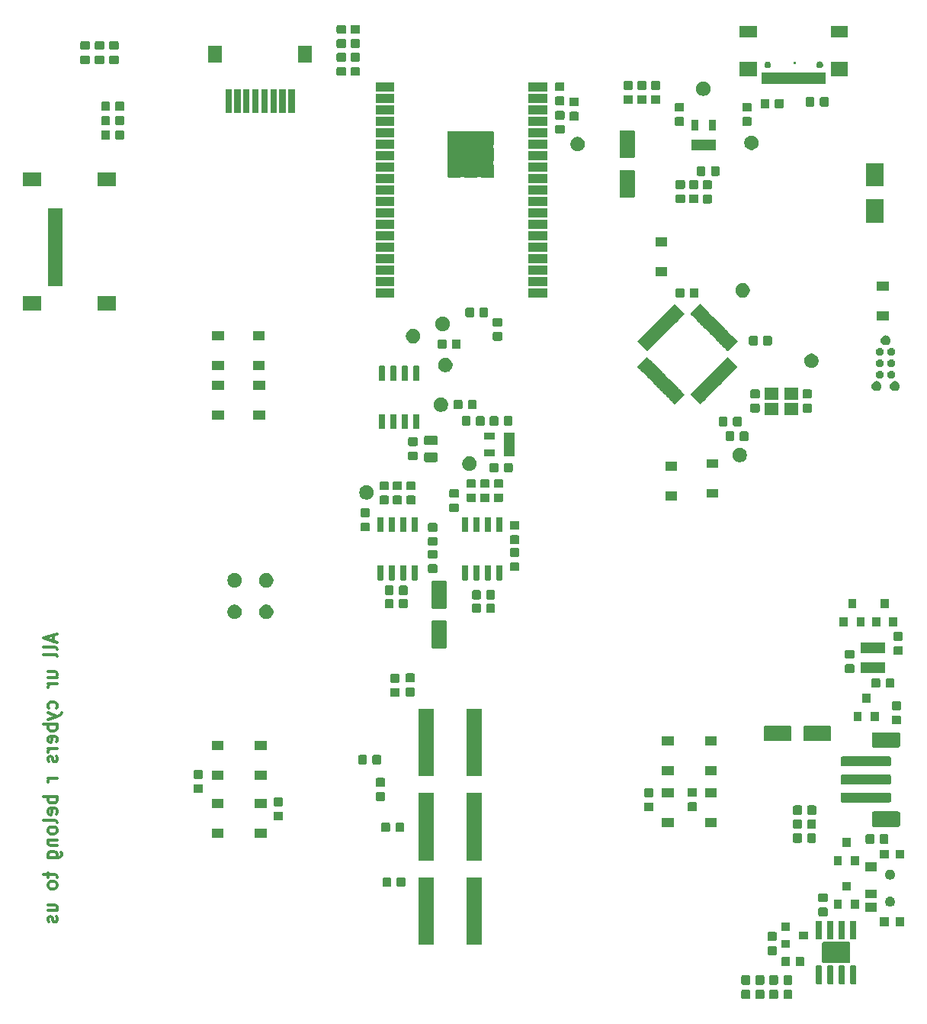
<source format=gbs>
G04 #@! TF.GenerationSoftware,KiCad,Pcbnew,(5.1.5)-3*
G04 #@! TF.CreationDate,2020-05-31T21:02:15+02:00*
G04 #@! TF.ProjectId,cz-badge-hardware,637a2d62-6164-4676-952d-686172647761,rev?*
G04 #@! TF.SameCoordinates,PX17d7840PY7735940*
G04 #@! TF.FileFunction,Soldermask,Bot*
G04 #@! TF.FilePolarity,Negative*
%FSLAX46Y46*%
G04 Gerber Fmt 4.6, Leading zero omitted, Abs format (unit mm)*
G04 Created by KiCad (PCBNEW (5.1.5)-3) date 2020-05-31 21:02:15*
%MOMM*%
%LPD*%
G04 APERTURE LIST*
%ADD10C,0.300000*%
%ADD11C,0.010000*%
%ADD12C,0.100000*%
G04 APERTURE END LIST*
D10*
X4350000Y41428572D02*
X4350000Y40714286D01*
X4778571Y41571429D02*
X3278571Y41071429D01*
X4778571Y40571429D01*
X4778571Y39857143D02*
X4707142Y40000000D01*
X4564285Y40071429D01*
X3278571Y40071429D01*
X4778571Y39071429D02*
X4707142Y39214286D01*
X4564285Y39285715D01*
X3278571Y39285715D01*
X3778571Y36714286D02*
X4778571Y36714286D01*
X3778571Y37357143D02*
X4564285Y37357143D01*
X4707142Y37285715D01*
X4778571Y37142858D01*
X4778571Y36928572D01*
X4707142Y36785715D01*
X4635714Y36714286D01*
X4778571Y36000000D02*
X3778571Y36000000D01*
X4064285Y36000000D02*
X3921428Y35928572D01*
X3850000Y35857143D01*
X3778571Y35714286D01*
X3778571Y35571429D01*
X4707142Y33285715D02*
X4778571Y33428572D01*
X4778571Y33714286D01*
X4707142Y33857143D01*
X4635714Y33928572D01*
X4492857Y34000000D01*
X4064285Y34000000D01*
X3921428Y33928572D01*
X3850000Y33857143D01*
X3778571Y33714286D01*
X3778571Y33428572D01*
X3850000Y33285715D01*
X3778571Y32785715D02*
X4778571Y32428572D01*
X3778571Y32071429D02*
X4778571Y32428572D01*
X5135714Y32571429D01*
X5207142Y32642858D01*
X5278571Y32785715D01*
X4778571Y31500000D02*
X3278571Y31500000D01*
X3850000Y31500000D02*
X3778571Y31357143D01*
X3778571Y31071429D01*
X3850000Y30928572D01*
X3921428Y30857143D01*
X4064285Y30785715D01*
X4492857Y30785715D01*
X4635714Y30857143D01*
X4707142Y30928572D01*
X4778571Y31071429D01*
X4778571Y31357143D01*
X4707142Y31500000D01*
X4707142Y29571429D02*
X4778571Y29714286D01*
X4778571Y30000000D01*
X4707142Y30142858D01*
X4564285Y30214286D01*
X3992857Y30214286D01*
X3850000Y30142858D01*
X3778571Y30000000D01*
X3778571Y29714286D01*
X3850000Y29571429D01*
X3992857Y29500000D01*
X4135714Y29500000D01*
X4278571Y30214286D01*
X4778571Y28857143D02*
X3778571Y28857143D01*
X4064285Y28857143D02*
X3921428Y28785715D01*
X3850000Y28714286D01*
X3778571Y28571429D01*
X3778571Y28428572D01*
X4707142Y28000000D02*
X4778571Y27857143D01*
X4778571Y27571429D01*
X4707142Y27428572D01*
X4564285Y27357143D01*
X4492857Y27357143D01*
X4350000Y27428572D01*
X4278571Y27571429D01*
X4278571Y27785715D01*
X4207142Y27928572D01*
X4064285Y28000000D01*
X3992857Y28000000D01*
X3850000Y27928572D01*
X3778571Y27785715D01*
X3778571Y27571429D01*
X3850000Y27428572D01*
X4778571Y25571429D02*
X3778571Y25571429D01*
X4064285Y25571429D02*
X3921428Y25500000D01*
X3850000Y25428572D01*
X3778571Y25285715D01*
X3778571Y25142858D01*
X4778571Y23500000D02*
X3278571Y23500000D01*
X3850000Y23500000D02*
X3778571Y23357143D01*
X3778571Y23071429D01*
X3850000Y22928572D01*
X3921428Y22857143D01*
X4064285Y22785715D01*
X4492857Y22785715D01*
X4635714Y22857143D01*
X4707142Y22928572D01*
X4778571Y23071429D01*
X4778571Y23357143D01*
X4707142Y23500000D01*
X4707142Y21571429D02*
X4778571Y21714286D01*
X4778571Y22000000D01*
X4707142Y22142858D01*
X4564285Y22214286D01*
X3992857Y22214286D01*
X3850000Y22142858D01*
X3778571Y22000000D01*
X3778571Y21714286D01*
X3850000Y21571429D01*
X3992857Y21500000D01*
X4135714Y21500000D01*
X4278571Y22214286D01*
X4778571Y20642858D02*
X4707142Y20785715D01*
X4564285Y20857143D01*
X3278571Y20857143D01*
X4778571Y19857143D02*
X4707142Y20000000D01*
X4635714Y20071429D01*
X4492857Y20142858D01*
X4064285Y20142858D01*
X3921428Y20071429D01*
X3850000Y20000000D01*
X3778571Y19857143D01*
X3778571Y19642858D01*
X3850000Y19500000D01*
X3921428Y19428572D01*
X4064285Y19357143D01*
X4492857Y19357143D01*
X4635714Y19428572D01*
X4707142Y19500000D01*
X4778571Y19642858D01*
X4778571Y19857143D01*
X3778571Y18714286D02*
X4778571Y18714286D01*
X3921428Y18714286D02*
X3850000Y18642858D01*
X3778571Y18500000D01*
X3778571Y18285715D01*
X3850000Y18142858D01*
X3992857Y18071429D01*
X4778571Y18071429D01*
X3778571Y16714286D02*
X4992857Y16714286D01*
X5135714Y16785715D01*
X5207142Y16857143D01*
X5278571Y17000000D01*
X5278571Y17214286D01*
X5207142Y17357143D01*
X4707142Y16714286D02*
X4778571Y16857143D01*
X4778571Y17142858D01*
X4707142Y17285715D01*
X4635714Y17357143D01*
X4492857Y17428572D01*
X4064285Y17428572D01*
X3921428Y17357143D01*
X3850000Y17285715D01*
X3778571Y17142858D01*
X3778571Y16857143D01*
X3850000Y16714286D01*
X3778571Y15071429D02*
X3778571Y14500000D01*
X3278571Y14857143D02*
X4564285Y14857143D01*
X4707142Y14785715D01*
X4778571Y14642858D01*
X4778571Y14500000D01*
X4778571Y13785715D02*
X4707142Y13928572D01*
X4635714Y14000000D01*
X4492857Y14071429D01*
X4064285Y14071429D01*
X3921428Y14000000D01*
X3850000Y13928572D01*
X3778571Y13785715D01*
X3778571Y13571429D01*
X3850000Y13428572D01*
X3921428Y13357143D01*
X4064285Y13285715D01*
X4492857Y13285715D01*
X4635714Y13357143D01*
X4707142Y13428572D01*
X4778571Y13571429D01*
X4778571Y13785715D01*
X3778571Y10857143D02*
X4778571Y10857143D01*
X3778571Y11500000D02*
X4564285Y11500000D01*
X4707142Y11428572D01*
X4778571Y11285715D01*
X4778571Y11071429D01*
X4707142Y10928572D01*
X4635714Y10857143D01*
X4707142Y10214286D02*
X4778571Y10071429D01*
X4778571Y9785715D01*
X4707142Y9642858D01*
X4564285Y9571429D01*
X4492857Y9571429D01*
X4350000Y9642858D01*
X4278571Y9785715D01*
X4278571Y10000000D01*
X4207142Y10142858D01*
X4064285Y10214286D01*
X3992857Y10214286D01*
X3850000Y10142858D01*
X3778571Y10000000D01*
X3778571Y9785715D01*
X3850000Y9642858D01*
D11*
G36*
X49530000Y93590000D02*
G01*
X48200000Y93590000D01*
X48200000Y92260000D01*
X49530000Y92260000D01*
X49530000Y93590000D01*
G37*
X49530000Y93590000D02*
X48200000Y93590000D01*
X48200000Y92260000D01*
X49530000Y92260000D01*
X49530000Y93590000D01*
G36*
X51365000Y93590000D02*
G01*
X50035000Y93590000D01*
X50035000Y92260000D01*
X51365000Y92260000D01*
X51365000Y93590000D01*
G37*
X51365000Y93590000D02*
X50035000Y93590000D01*
X50035000Y92260000D01*
X51365000Y92260000D01*
X51365000Y93590000D01*
G36*
X53200000Y93590000D02*
G01*
X51870000Y93590000D01*
X51870000Y92260000D01*
X53200000Y92260000D01*
X53200000Y93590000D01*
G37*
X53200000Y93590000D02*
X51870000Y93590000D01*
X51870000Y92260000D01*
X53200000Y92260000D01*
X53200000Y93590000D01*
G36*
X53200000Y97260000D02*
G01*
X51870000Y97260000D01*
X51870000Y95930000D01*
X53200000Y95930000D01*
X53200000Y97260000D01*
G37*
X53200000Y97260000D02*
X51870000Y97260000D01*
X51870000Y95930000D01*
X53200000Y95930000D01*
X53200000Y97260000D01*
G36*
X51365000Y97260000D02*
G01*
X50035000Y97260000D01*
X50035000Y95930000D01*
X51365000Y95930000D01*
X51365000Y97260000D01*
G37*
X51365000Y97260000D02*
X50035000Y97260000D01*
X50035000Y95930000D01*
X51365000Y95930000D01*
X51365000Y97260000D01*
G36*
X49530000Y97260000D02*
G01*
X48200000Y97260000D01*
X48200000Y95930000D01*
X49530000Y95930000D01*
X49530000Y97260000D01*
G37*
X49530000Y97260000D02*
X48200000Y97260000D01*
X48200000Y95930000D01*
X49530000Y95930000D01*
X49530000Y97260000D01*
G36*
X49530000Y95425000D02*
G01*
X48200000Y95425000D01*
X48200000Y94095000D01*
X49530000Y94095000D01*
X49530000Y95425000D01*
G37*
X49530000Y95425000D02*
X48200000Y95425000D01*
X48200000Y94095000D01*
X49530000Y94095000D01*
X49530000Y95425000D01*
G36*
X53200000Y95425000D02*
G01*
X51870000Y95425000D01*
X51870000Y94095000D01*
X53200000Y94095000D01*
X53200000Y95425000D01*
G37*
X53200000Y95425000D02*
X51870000Y95425000D01*
X51870000Y94095000D01*
X53200000Y94095000D01*
X53200000Y95425000D01*
G36*
X51365000Y95425000D02*
G01*
X50035000Y95425000D01*
X50035000Y94095000D01*
X51365000Y94095000D01*
X51365000Y95425000D01*
G37*
X51365000Y95425000D02*
X50035000Y95425000D01*
X50035000Y94095000D01*
X51365000Y94095000D01*
X51365000Y95425000D01*
D12*
G36*
X83179591Y2071915D02*
G01*
X83213569Y2061607D01*
X83244890Y2044866D01*
X83272339Y2022339D01*
X83294866Y1994890D01*
X83311607Y1963569D01*
X83321915Y1929591D01*
X83326000Y1888110D01*
X83326000Y1211890D01*
X83321915Y1170409D01*
X83311607Y1136431D01*
X83294866Y1105110D01*
X83272339Y1077661D01*
X83244890Y1055134D01*
X83213569Y1038393D01*
X83179591Y1028085D01*
X83138110Y1024000D01*
X82536890Y1024000D01*
X82495409Y1028085D01*
X82461431Y1038393D01*
X82430110Y1055134D01*
X82402661Y1077661D01*
X82380134Y1105110D01*
X82363393Y1136431D01*
X82353085Y1170409D01*
X82349000Y1211890D01*
X82349000Y1888110D01*
X82353085Y1929591D01*
X82363393Y1963569D01*
X82380134Y1994890D01*
X82402661Y2022339D01*
X82430110Y2044866D01*
X82461431Y2061607D01*
X82495409Y2071915D01*
X82536890Y2076000D01*
X83138110Y2076000D01*
X83179591Y2071915D01*
G37*
G36*
X86279591Y2071915D02*
G01*
X86313569Y2061607D01*
X86344890Y2044866D01*
X86372339Y2022339D01*
X86394866Y1994890D01*
X86411607Y1963569D01*
X86421915Y1929591D01*
X86426000Y1888110D01*
X86426000Y1211890D01*
X86421915Y1170409D01*
X86411607Y1136431D01*
X86394866Y1105110D01*
X86372339Y1077661D01*
X86344890Y1055134D01*
X86313569Y1038393D01*
X86279591Y1028085D01*
X86238110Y1024000D01*
X85636890Y1024000D01*
X85595409Y1028085D01*
X85561431Y1038393D01*
X85530110Y1055134D01*
X85502661Y1077661D01*
X85480134Y1105110D01*
X85463393Y1136431D01*
X85453085Y1170409D01*
X85449000Y1211890D01*
X85449000Y1888110D01*
X85453085Y1929591D01*
X85463393Y1963569D01*
X85480134Y1994890D01*
X85502661Y2022339D01*
X85530110Y2044866D01*
X85561431Y2061607D01*
X85595409Y2071915D01*
X85636890Y2076000D01*
X86238110Y2076000D01*
X86279591Y2071915D01*
G37*
G36*
X84704591Y2071915D02*
G01*
X84738569Y2061607D01*
X84769890Y2044866D01*
X84797339Y2022339D01*
X84819866Y1994890D01*
X84836607Y1963569D01*
X84846915Y1929591D01*
X84851000Y1888110D01*
X84851000Y1211890D01*
X84846915Y1170409D01*
X84836607Y1136431D01*
X84819866Y1105110D01*
X84797339Y1077661D01*
X84769890Y1055134D01*
X84738569Y1038393D01*
X84704591Y1028085D01*
X84663110Y1024000D01*
X84061890Y1024000D01*
X84020409Y1028085D01*
X83986431Y1038393D01*
X83955110Y1055134D01*
X83927661Y1077661D01*
X83905134Y1105110D01*
X83888393Y1136431D01*
X83878085Y1170409D01*
X83874000Y1211890D01*
X83874000Y1888110D01*
X83878085Y1929591D01*
X83888393Y1963569D01*
X83905134Y1994890D01*
X83927661Y2022339D01*
X83955110Y2044866D01*
X83986431Y2061607D01*
X84020409Y2071915D01*
X84061890Y2076000D01*
X84663110Y2076000D01*
X84704591Y2071915D01*
G37*
G36*
X81604591Y2071915D02*
G01*
X81638569Y2061607D01*
X81669890Y2044866D01*
X81697339Y2022339D01*
X81719866Y1994890D01*
X81736607Y1963569D01*
X81746915Y1929591D01*
X81751000Y1888110D01*
X81751000Y1211890D01*
X81746915Y1170409D01*
X81736607Y1136431D01*
X81719866Y1105110D01*
X81697339Y1077661D01*
X81669890Y1055134D01*
X81638569Y1038393D01*
X81604591Y1028085D01*
X81563110Y1024000D01*
X80961890Y1024000D01*
X80920409Y1028085D01*
X80886431Y1038393D01*
X80855110Y1055134D01*
X80827661Y1077661D01*
X80805134Y1105110D01*
X80788393Y1136431D01*
X80778085Y1170409D01*
X80774000Y1211890D01*
X80774000Y1888110D01*
X80778085Y1929591D01*
X80788393Y1963569D01*
X80805134Y1994890D01*
X80827661Y2022339D01*
X80855110Y2044866D01*
X80886431Y2061607D01*
X80920409Y2071915D01*
X80961890Y2076000D01*
X81563110Y2076000D01*
X81604591Y2071915D01*
G37*
G36*
X83179591Y3671915D02*
G01*
X83213569Y3661607D01*
X83244890Y3644866D01*
X83272339Y3622339D01*
X83294866Y3594890D01*
X83311607Y3563569D01*
X83321915Y3529591D01*
X83326000Y3488110D01*
X83326000Y2811890D01*
X83321915Y2770409D01*
X83311607Y2736431D01*
X83294866Y2705110D01*
X83272339Y2677661D01*
X83244890Y2655134D01*
X83213569Y2638393D01*
X83179591Y2628085D01*
X83138110Y2624000D01*
X82536890Y2624000D01*
X82495409Y2628085D01*
X82461431Y2638393D01*
X82430110Y2655134D01*
X82402661Y2677661D01*
X82380134Y2705110D01*
X82363393Y2736431D01*
X82353085Y2770409D01*
X82349000Y2811890D01*
X82349000Y3488110D01*
X82353085Y3529591D01*
X82363393Y3563569D01*
X82380134Y3594890D01*
X82402661Y3622339D01*
X82430110Y3644866D01*
X82461431Y3661607D01*
X82495409Y3671915D01*
X82536890Y3676000D01*
X83138110Y3676000D01*
X83179591Y3671915D01*
G37*
G36*
X84704591Y3671915D02*
G01*
X84738569Y3661607D01*
X84769890Y3644866D01*
X84797339Y3622339D01*
X84819866Y3594890D01*
X84836607Y3563569D01*
X84846915Y3529591D01*
X84851000Y3488110D01*
X84851000Y2811890D01*
X84846915Y2770409D01*
X84836607Y2736431D01*
X84819866Y2705110D01*
X84797339Y2677661D01*
X84769890Y2655134D01*
X84738569Y2638393D01*
X84704591Y2628085D01*
X84663110Y2624000D01*
X84061890Y2624000D01*
X84020409Y2628085D01*
X83986431Y2638393D01*
X83955110Y2655134D01*
X83927661Y2677661D01*
X83905134Y2705110D01*
X83888393Y2736431D01*
X83878085Y2770409D01*
X83874000Y2811890D01*
X83874000Y3488110D01*
X83878085Y3529591D01*
X83888393Y3563569D01*
X83905134Y3594890D01*
X83927661Y3622339D01*
X83955110Y3644866D01*
X83986431Y3661607D01*
X84020409Y3671915D01*
X84061890Y3676000D01*
X84663110Y3676000D01*
X84704591Y3671915D01*
G37*
G36*
X81604591Y3671915D02*
G01*
X81638569Y3661607D01*
X81669890Y3644866D01*
X81697339Y3622339D01*
X81719866Y3594890D01*
X81736607Y3563569D01*
X81746915Y3529591D01*
X81751000Y3488110D01*
X81751000Y2811890D01*
X81746915Y2770409D01*
X81736607Y2736431D01*
X81719866Y2705110D01*
X81697339Y2677661D01*
X81669890Y2655134D01*
X81638569Y2638393D01*
X81604591Y2628085D01*
X81563110Y2624000D01*
X80961890Y2624000D01*
X80920409Y2628085D01*
X80886431Y2638393D01*
X80855110Y2655134D01*
X80827661Y2677661D01*
X80805134Y2705110D01*
X80788393Y2736431D01*
X80778085Y2770409D01*
X80774000Y2811890D01*
X80774000Y3488110D01*
X80778085Y3529591D01*
X80788393Y3563569D01*
X80805134Y3594890D01*
X80827661Y3622339D01*
X80855110Y3644866D01*
X80886431Y3661607D01*
X80920409Y3671915D01*
X80961890Y3676000D01*
X81563110Y3676000D01*
X81604591Y3671915D01*
G37*
G36*
X86279591Y3671915D02*
G01*
X86313569Y3661607D01*
X86344890Y3644866D01*
X86372339Y3622339D01*
X86394866Y3594890D01*
X86411607Y3563569D01*
X86421915Y3529591D01*
X86426000Y3488110D01*
X86426000Y2811890D01*
X86421915Y2770409D01*
X86411607Y2736431D01*
X86394866Y2705110D01*
X86372339Y2677661D01*
X86344890Y2655134D01*
X86313569Y2638393D01*
X86279591Y2628085D01*
X86238110Y2624000D01*
X85636890Y2624000D01*
X85595409Y2628085D01*
X85561431Y2638393D01*
X85530110Y2655134D01*
X85502661Y2677661D01*
X85480134Y2705110D01*
X85463393Y2736431D01*
X85453085Y2770409D01*
X85449000Y2811890D01*
X85449000Y3488110D01*
X85453085Y3529591D01*
X85463393Y3563569D01*
X85480134Y3594890D01*
X85502661Y3622339D01*
X85530110Y3644866D01*
X85561431Y3661607D01*
X85595409Y3671915D01*
X85636890Y3676000D01*
X86238110Y3676000D01*
X86279591Y3671915D01*
G37*
G36*
X92194928Y4748236D02*
G01*
X92216009Y4741840D01*
X92235445Y4731452D01*
X92252476Y4717476D01*
X92266452Y4700445D01*
X92276840Y4681009D01*
X92283236Y4659928D01*
X92286000Y4631860D01*
X92286000Y2818140D01*
X92283236Y2790072D01*
X92276840Y2768991D01*
X92266452Y2749555D01*
X92252476Y2732524D01*
X92235445Y2718548D01*
X92216009Y2708160D01*
X92194928Y2701764D01*
X92166860Y2699000D01*
X91703140Y2699000D01*
X91675072Y2701764D01*
X91653991Y2708160D01*
X91634555Y2718548D01*
X91617524Y2732524D01*
X91603548Y2749555D01*
X91593160Y2768991D01*
X91586764Y2790072D01*
X91584000Y2818140D01*
X91584000Y4631860D01*
X91586764Y4659928D01*
X91593160Y4681009D01*
X91603548Y4700445D01*
X91617524Y4717476D01*
X91634555Y4731452D01*
X91653991Y4741840D01*
X91675072Y4748236D01*
X91703140Y4751000D01*
X92166860Y4751000D01*
X92194928Y4748236D01*
G37*
G36*
X93464928Y4748236D02*
G01*
X93486009Y4741840D01*
X93505445Y4731452D01*
X93522476Y4717476D01*
X93536452Y4700445D01*
X93546840Y4681009D01*
X93553236Y4659928D01*
X93556000Y4631860D01*
X93556000Y2818140D01*
X93553236Y2790072D01*
X93546840Y2768991D01*
X93536452Y2749555D01*
X93522476Y2732524D01*
X93505445Y2718548D01*
X93486009Y2708160D01*
X93464928Y2701764D01*
X93436860Y2699000D01*
X92973140Y2699000D01*
X92945072Y2701764D01*
X92923991Y2708160D01*
X92904555Y2718548D01*
X92887524Y2732524D01*
X92873548Y2749555D01*
X92863160Y2768991D01*
X92856764Y2790072D01*
X92854000Y2818140D01*
X92854000Y4631860D01*
X92856764Y4659928D01*
X92863160Y4681009D01*
X92873548Y4700445D01*
X92887524Y4717476D01*
X92904555Y4731452D01*
X92923991Y4741840D01*
X92945072Y4748236D01*
X92973140Y4751000D01*
X93436860Y4751000D01*
X93464928Y4748236D01*
G37*
G36*
X89654928Y4748236D02*
G01*
X89676009Y4741840D01*
X89695445Y4731452D01*
X89712476Y4717476D01*
X89726452Y4700445D01*
X89736840Y4681009D01*
X89743236Y4659928D01*
X89746000Y4631860D01*
X89746000Y2818140D01*
X89743236Y2790072D01*
X89736840Y2768991D01*
X89726452Y2749555D01*
X89712476Y2732524D01*
X89695445Y2718548D01*
X89676009Y2708160D01*
X89654928Y2701764D01*
X89626860Y2699000D01*
X89163140Y2699000D01*
X89135072Y2701764D01*
X89113991Y2708160D01*
X89094555Y2718548D01*
X89077524Y2732524D01*
X89063548Y2749555D01*
X89053160Y2768991D01*
X89046764Y2790072D01*
X89044000Y2818140D01*
X89044000Y4631860D01*
X89046764Y4659928D01*
X89053160Y4681009D01*
X89063548Y4700445D01*
X89077524Y4717476D01*
X89094555Y4731452D01*
X89113991Y4741840D01*
X89135072Y4748236D01*
X89163140Y4751000D01*
X89626860Y4751000D01*
X89654928Y4748236D01*
G37*
G36*
X90924928Y4748236D02*
G01*
X90946009Y4741840D01*
X90965445Y4731452D01*
X90982476Y4717476D01*
X90996452Y4700445D01*
X91006840Y4681009D01*
X91013236Y4659928D01*
X91016000Y4631860D01*
X91016000Y2818140D01*
X91013236Y2790072D01*
X91006840Y2768991D01*
X90996452Y2749555D01*
X90982476Y2732524D01*
X90965445Y2718548D01*
X90946009Y2708160D01*
X90924928Y2701764D01*
X90896860Y2699000D01*
X90433140Y2699000D01*
X90405072Y2701764D01*
X90383991Y2708160D01*
X90364555Y2718548D01*
X90347524Y2732524D01*
X90333548Y2749555D01*
X90323160Y2768991D01*
X90316764Y2790072D01*
X90314000Y2818140D01*
X90314000Y4631860D01*
X90316764Y4659928D01*
X90323160Y4681009D01*
X90333548Y4700445D01*
X90347524Y4717476D01*
X90364555Y4731452D01*
X90383991Y4741840D01*
X90405072Y4748236D01*
X90433140Y4751000D01*
X90896860Y4751000D01*
X90924928Y4748236D01*
G37*
G36*
X86054591Y5721915D02*
G01*
X86088569Y5711607D01*
X86119890Y5694866D01*
X86147339Y5672339D01*
X86169866Y5644890D01*
X86186607Y5613569D01*
X86196915Y5579591D01*
X86201000Y5538110D01*
X86201000Y4861890D01*
X86196915Y4820409D01*
X86186607Y4786431D01*
X86169866Y4755110D01*
X86147339Y4727661D01*
X86119890Y4705134D01*
X86088569Y4688393D01*
X86054591Y4678085D01*
X86013110Y4674000D01*
X85411890Y4674000D01*
X85370409Y4678085D01*
X85336431Y4688393D01*
X85305110Y4705134D01*
X85277661Y4727661D01*
X85255134Y4755110D01*
X85238393Y4786431D01*
X85228085Y4820409D01*
X85224000Y4861890D01*
X85224000Y5538110D01*
X85228085Y5579591D01*
X85238393Y5613569D01*
X85255134Y5644890D01*
X85277661Y5672339D01*
X85305110Y5694866D01*
X85336431Y5711607D01*
X85370409Y5721915D01*
X85411890Y5726000D01*
X86013110Y5726000D01*
X86054591Y5721915D01*
G37*
G36*
X87629591Y5721915D02*
G01*
X87663569Y5711607D01*
X87694890Y5694866D01*
X87722339Y5672339D01*
X87744866Y5644890D01*
X87761607Y5613569D01*
X87771915Y5579591D01*
X87776000Y5538110D01*
X87776000Y4861890D01*
X87771915Y4820409D01*
X87761607Y4786431D01*
X87744866Y4755110D01*
X87722339Y4727661D01*
X87694890Y4705134D01*
X87663569Y4688393D01*
X87629591Y4678085D01*
X87588110Y4674000D01*
X86986890Y4674000D01*
X86945409Y4678085D01*
X86911431Y4688393D01*
X86880110Y4705134D01*
X86852661Y4727661D01*
X86830134Y4755110D01*
X86813393Y4786431D01*
X86803085Y4820409D01*
X86799000Y4861890D01*
X86799000Y5538110D01*
X86803085Y5579591D01*
X86813393Y5613569D01*
X86830134Y5644890D01*
X86852661Y5672339D01*
X86880110Y5694866D01*
X86911431Y5711607D01*
X86945409Y5721915D01*
X86986890Y5726000D01*
X87588110Y5726000D01*
X87629591Y5721915D01*
G37*
G36*
X92719336Y7392267D02*
G01*
X92749883Y7383001D01*
X92778033Y7367954D01*
X92802706Y7347706D01*
X92822954Y7323033D01*
X92838001Y7294883D01*
X92847267Y7264336D01*
X92851000Y7226433D01*
X92851000Y5173567D01*
X92847267Y5135664D01*
X92838001Y5105117D01*
X92822954Y5076967D01*
X92802706Y5052294D01*
X92778033Y5032046D01*
X92749883Y5016999D01*
X92719336Y5007733D01*
X92681433Y5004000D01*
X89918567Y5004000D01*
X89880664Y5007733D01*
X89850117Y5016999D01*
X89821967Y5032046D01*
X89797294Y5052294D01*
X89777046Y5076967D01*
X89761999Y5105117D01*
X89752733Y5135664D01*
X89749000Y5173567D01*
X89749000Y7226433D01*
X89752733Y7264336D01*
X89761999Y7294883D01*
X89777046Y7323033D01*
X89797294Y7347706D01*
X89821967Y7367954D01*
X89850117Y7383001D01*
X89880664Y7392267D01*
X89918567Y7396000D01*
X92681433Y7396000D01*
X92719336Y7392267D01*
G37*
G36*
X84579591Y6896915D02*
G01*
X84613569Y6886607D01*
X84644890Y6869866D01*
X84672339Y6847339D01*
X84694866Y6819890D01*
X84711607Y6788569D01*
X84721915Y6754591D01*
X84726000Y6713110D01*
X84726000Y6111890D01*
X84721915Y6070409D01*
X84711607Y6036431D01*
X84694866Y6005110D01*
X84672339Y5977661D01*
X84644890Y5955134D01*
X84613569Y5938393D01*
X84579591Y5928085D01*
X84538110Y5924000D01*
X83861890Y5924000D01*
X83820409Y5928085D01*
X83786431Y5938393D01*
X83755110Y5955134D01*
X83727661Y5977661D01*
X83705134Y6005110D01*
X83688393Y6036431D01*
X83678085Y6070409D01*
X83674000Y6111890D01*
X83674000Y6713110D01*
X83678085Y6754591D01*
X83688393Y6788569D01*
X83705134Y6819890D01*
X83727661Y6847339D01*
X83755110Y6869866D01*
X83786431Y6886607D01*
X83820409Y6896915D01*
X83861890Y6901000D01*
X84538110Y6901000D01*
X84579591Y6896915D01*
G37*
G36*
X86201000Y6699000D02*
G01*
X85199000Y6699000D01*
X85199000Y7601000D01*
X86201000Y7601000D01*
X86201000Y6699000D01*
G37*
G36*
X51955300Y7051500D02*
G01*
X50253300Y7051500D01*
X50253300Y14548500D01*
X51955300Y14548500D01*
X51955300Y7051500D01*
G37*
G36*
X46646700Y7051500D02*
G01*
X44944700Y7051500D01*
X44944700Y14548500D01*
X46646700Y14548500D01*
X46646700Y7051500D01*
G37*
G36*
X84579591Y8471915D02*
G01*
X84613569Y8461607D01*
X84644890Y8444866D01*
X84672339Y8422339D01*
X84694866Y8394890D01*
X84711607Y8363569D01*
X84721915Y8329591D01*
X84726000Y8288110D01*
X84726000Y7686890D01*
X84721915Y7645409D01*
X84711607Y7611431D01*
X84694866Y7580110D01*
X84672339Y7552661D01*
X84644890Y7530134D01*
X84613569Y7513393D01*
X84579591Y7503085D01*
X84538110Y7499000D01*
X83861890Y7499000D01*
X83820409Y7503085D01*
X83786431Y7513393D01*
X83755110Y7530134D01*
X83727661Y7552661D01*
X83705134Y7580110D01*
X83688393Y7611431D01*
X83678085Y7645409D01*
X83674000Y7686890D01*
X83674000Y8288110D01*
X83678085Y8329591D01*
X83688393Y8363569D01*
X83705134Y8394890D01*
X83727661Y8422339D01*
X83755110Y8444866D01*
X83786431Y8461607D01*
X83820409Y8471915D01*
X83861890Y8476000D01*
X84538110Y8476000D01*
X84579591Y8471915D01*
G37*
G36*
X88201000Y7649000D02*
G01*
X87199000Y7649000D01*
X87199000Y8551000D01*
X88201000Y8551000D01*
X88201000Y7649000D01*
G37*
G36*
X90924928Y9698236D02*
G01*
X90946009Y9691840D01*
X90965445Y9681452D01*
X90982476Y9667476D01*
X90996452Y9650445D01*
X91006840Y9631009D01*
X91013236Y9609928D01*
X91016000Y9581860D01*
X91016000Y7768140D01*
X91013236Y7740072D01*
X91006840Y7718991D01*
X90996452Y7699555D01*
X90982476Y7682524D01*
X90965445Y7668548D01*
X90946009Y7658160D01*
X90924928Y7651764D01*
X90896860Y7649000D01*
X90433140Y7649000D01*
X90405072Y7651764D01*
X90383991Y7658160D01*
X90364555Y7668548D01*
X90347524Y7682524D01*
X90333548Y7699555D01*
X90323160Y7718991D01*
X90316764Y7740072D01*
X90314000Y7768140D01*
X90314000Y9581860D01*
X90316764Y9609928D01*
X90323160Y9631009D01*
X90333548Y9650445D01*
X90347524Y9667476D01*
X90364555Y9681452D01*
X90383991Y9691840D01*
X90405072Y9698236D01*
X90433140Y9701000D01*
X90896860Y9701000D01*
X90924928Y9698236D01*
G37*
G36*
X89654928Y9698236D02*
G01*
X89676009Y9691840D01*
X89695445Y9681452D01*
X89712476Y9667476D01*
X89726452Y9650445D01*
X89736840Y9631009D01*
X89743236Y9609928D01*
X89746000Y9581860D01*
X89746000Y7768140D01*
X89743236Y7740072D01*
X89736840Y7718991D01*
X89726452Y7699555D01*
X89712476Y7682524D01*
X89695445Y7668548D01*
X89676009Y7658160D01*
X89654928Y7651764D01*
X89626860Y7649000D01*
X89163140Y7649000D01*
X89135072Y7651764D01*
X89113991Y7658160D01*
X89094555Y7668548D01*
X89077524Y7682524D01*
X89063548Y7699555D01*
X89053160Y7718991D01*
X89046764Y7740072D01*
X89044000Y7768140D01*
X89044000Y9581860D01*
X89046764Y9609928D01*
X89053160Y9631009D01*
X89063548Y9650445D01*
X89077524Y9667476D01*
X89094555Y9681452D01*
X89113991Y9691840D01*
X89135072Y9698236D01*
X89163140Y9701000D01*
X89626860Y9701000D01*
X89654928Y9698236D01*
G37*
G36*
X92194928Y9698236D02*
G01*
X92216009Y9691840D01*
X92235445Y9681452D01*
X92252476Y9667476D01*
X92266452Y9650445D01*
X92276840Y9631009D01*
X92283236Y9609928D01*
X92286000Y9581860D01*
X92286000Y7768140D01*
X92283236Y7740072D01*
X92276840Y7718991D01*
X92266452Y7699555D01*
X92252476Y7682524D01*
X92235445Y7668548D01*
X92216009Y7658160D01*
X92194928Y7651764D01*
X92166860Y7649000D01*
X91703140Y7649000D01*
X91675072Y7651764D01*
X91653991Y7658160D01*
X91634555Y7668548D01*
X91617524Y7682524D01*
X91603548Y7699555D01*
X91593160Y7718991D01*
X91586764Y7740072D01*
X91584000Y7768140D01*
X91584000Y9581860D01*
X91586764Y9609928D01*
X91593160Y9631009D01*
X91603548Y9650445D01*
X91617524Y9667476D01*
X91634555Y9681452D01*
X91653991Y9691840D01*
X91675072Y9698236D01*
X91703140Y9701000D01*
X92166860Y9701000D01*
X92194928Y9698236D01*
G37*
G36*
X93464928Y9698236D02*
G01*
X93486009Y9691840D01*
X93505445Y9681452D01*
X93522476Y9667476D01*
X93536452Y9650445D01*
X93546840Y9631009D01*
X93553236Y9609928D01*
X93556000Y9581860D01*
X93556000Y7768140D01*
X93553236Y7740072D01*
X93546840Y7718991D01*
X93536452Y7699555D01*
X93522476Y7682524D01*
X93505445Y7668548D01*
X93486009Y7658160D01*
X93464928Y7651764D01*
X93436860Y7649000D01*
X92973140Y7649000D01*
X92945072Y7651764D01*
X92923991Y7658160D01*
X92904555Y7668548D01*
X92887524Y7682524D01*
X92873548Y7699555D01*
X92863160Y7718991D01*
X92856764Y7740072D01*
X92854000Y7768140D01*
X92854000Y9581860D01*
X92856764Y9609928D01*
X92863160Y9631009D01*
X92873548Y9650445D01*
X92887524Y9667476D01*
X92904555Y9681452D01*
X92923991Y9691840D01*
X92945072Y9698236D01*
X92973140Y9701000D01*
X93436860Y9701000D01*
X93464928Y9698236D01*
G37*
G36*
X86201000Y8599000D02*
G01*
X85199000Y8599000D01*
X85199000Y9501000D01*
X86201000Y9501000D01*
X86201000Y8599000D01*
G37*
G36*
X98901000Y9099000D02*
G01*
X97899000Y9099000D01*
X97899000Y10101000D01*
X98901000Y10101000D01*
X98901000Y9099000D01*
G37*
G36*
X97151000Y9099000D02*
G01*
X96149000Y9099000D01*
X96149000Y10101000D01*
X97151000Y10101000D01*
X97151000Y9099000D01*
G37*
G36*
X90229591Y11196915D02*
G01*
X90263569Y11186607D01*
X90294890Y11169866D01*
X90322339Y11147339D01*
X90344866Y11119890D01*
X90361607Y11088569D01*
X90371915Y11054591D01*
X90376000Y11013110D01*
X90376000Y10411890D01*
X90371915Y10370409D01*
X90361607Y10336431D01*
X90344866Y10305110D01*
X90322339Y10277661D01*
X90294890Y10255134D01*
X90263569Y10238393D01*
X90229591Y10228085D01*
X90188110Y10224000D01*
X89511890Y10224000D01*
X89470409Y10228085D01*
X89436431Y10238393D01*
X89405110Y10255134D01*
X89377661Y10277661D01*
X89355134Y10305110D01*
X89338393Y10336431D01*
X89328085Y10370409D01*
X89324000Y10411890D01*
X89324000Y11013110D01*
X89328085Y11054591D01*
X89338393Y11088569D01*
X89355134Y11119890D01*
X89377661Y11147339D01*
X89405110Y11169866D01*
X89436431Y11186607D01*
X89470409Y11196915D01*
X89511890Y11201000D01*
X90188110Y11201000D01*
X90229591Y11196915D01*
G37*
G36*
X95851000Y10699000D02*
G01*
X94549000Y10699000D01*
X94549000Y11701000D01*
X95851000Y11701000D01*
X95851000Y10699000D01*
G37*
G36*
X93851000Y11049000D02*
G01*
X92949000Y11049000D01*
X92949000Y12051000D01*
X93851000Y12051000D01*
X93851000Y11049000D01*
G37*
G36*
X91951000Y11049000D02*
G01*
X91049000Y11049000D01*
X91049000Y12051000D01*
X91951000Y12051000D01*
X91951000Y11049000D01*
G37*
G36*
X97460721Y12379826D02*
G01*
X97560995Y12338291D01*
X97560996Y12338290D01*
X97651242Y12277990D01*
X97727990Y12201242D01*
X97727991Y12201240D01*
X97788291Y12110995D01*
X97829826Y12010721D01*
X97851000Y11904270D01*
X97851000Y11795730D01*
X97829826Y11689279D01*
X97788291Y11589005D01*
X97788290Y11589004D01*
X97727990Y11498758D01*
X97651242Y11422010D01*
X97605812Y11391655D01*
X97560995Y11361709D01*
X97460721Y11320174D01*
X97354270Y11299000D01*
X97245730Y11299000D01*
X97139279Y11320174D01*
X97039005Y11361709D01*
X96994188Y11391655D01*
X96948758Y11422010D01*
X96872010Y11498758D01*
X96811710Y11589004D01*
X96811709Y11589005D01*
X96770174Y11689279D01*
X96749000Y11795730D01*
X96749000Y11904270D01*
X96770174Y12010721D01*
X96811709Y12110995D01*
X96872009Y12201240D01*
X96872010Y12201242D01*
X96948758Y12277990D01*
X97039004Y12338290D01*
X97039005Y12338291D01*
X97139279Y12379826D01*
X97245730Y12401000D01*
X97354270Y12401000D01*
X97460721Y12379826D01*
G37*
G36*
X90229591Y12771915D02*
G01*
X90263569Y12761607D01*
X90294890Y12744866D01*
X90322339Y12722339D01*
X90344866Y12694890D01*
X90361607Y12663569D01*
X90371915Y12629591D01*
X90376000Y12588110D01*
X90376000Y11986890D01*
X90371915Y11945409D01*
X90361607Y11911431D01*
X90344866Y11880110D01*
X90322339Y11852661D01*
X90294890Y11830134D01*
X90263569Y11813393D01*
X90229591Y11803085D01*
X90188110Y11799000D01*
X89511890Y11799000D01*
X89470409Y11803085D01*
X89436431Y11813393D01*
X89405110Y11830134D01*
X89377661Y11852661D01*
X89355134Y11880110D01*
X89338393Y11911431D01*
X89328085Y11945409D01*
X89324000Y11986890D01*
X89324000Y12588110D01*
X89328085Y12629591D01*
X89338393Y12663569D01*
X89355134Y12694890D01*
X89377661Y12722339D01*
X89405110Y12744866D01*
X89436431Y12761607D01*
X89470409Y12771915D01*
X89511890Y12776000D01*
X90188110Y12776000D01*
X90229591Y12771915D01*
G37*
G36*
X95851000Y12199000D02*
G01*
X94549000Y12199000D01*
X94549000Y13201000D01*
X95851000Y13201000D01*
X95851000Y12199000D01*
G37*
G36*
X92901000Y13049000D02*
G01*
X91999000Y13049000D01*
X91999000Y14051000D01*
X92901000Y14051000D01*
X92901000Y13049000D01*
G37*
G36*
X41754591Y14521915D02*
G01*
X41788569Y14511607D01*
X41819890Y14494866D01*
X41847339Y14472339D01*
X41869866Y14444890D01*
X41886607Y14413569D01*
X41896915Y14379591D01*
X41901000Y14338110D01*
X41901000Y13661890D01*
X41896915Y13620409D01*
X41886607Y13586431D01*
X41869866Y13555110D01*
X41847339Y13527661D01*
X41819890Y13505134D01*
X41788569Y13488393D01*
X41754591Y13478085D01*
X41713110Y13474000D01*
X41111890Y13474000D01*
X41070409Y13478085D01*
X41036431Y13488393D01*
X41005110Y13505134D01*
X40977661Y13527661D01*
X40955134Y13555110D01*
X40938393Y13586431D01*
X40928085Y13620409D01*
X40924000Y13661890D01*
X40924000Y14338110D01*
X40928085Y14379591D01*
X40938393Y14413569D01*
X40955134Y14444890D01*
X40977661Y14472339D01*
X41005110Y14494866D01*
X41036431Y14511607D01*
X41070409Y14521915D01*
X41111890Y14526000D01*
X41713110Y14526000D01*
X41754591Y14521915D01*
G37*
G36*
X43329591Y14521915D02*
G01*
X43363569Y14511607D01*
X43394890Y14494866D01*
X43422339Y14472339D01*
X43444866Y14444890D01*
X43461607Y14413569D01*
X43471915Y14379591D01*
X43476000Y14338110D01*
X43476000Y13661890D01*
X43471915Y13620409D01*
X43461607Y13586431D01*
X43444866Y13555110D01*
X43422339Y13527661D01*
X43394890Y13505134D01*
X43363569Y13488393D01*
X43329591Y13478085D01*
X43288110Y13474000D01*
X42686890Y13474000D01*
X42645409Y13478085D01*
X42611431Y13488393D01*
X42580110Y13505134D01*
X42552661Y13527661D01*
X42530134Y13555110D01*
X42513393Y13586431D01*
X42503085Y13620409D01*
X42499000Y13661890D01*
X42499000Y14338110D01*
X42503085Y14379591D01*
X42513393Y14413569D01*
X42530134Y14444890D01*
X42552661Y14472339D01*
X42580110Y14494866D01*
X42611431Y14511607D01*
X42645409Y14521915D01*
X42686890Y14526000D01*
X43288110Y14526000D01*
X43329591Y14521915D01*
G37*
G36*
X97460721Y15379826D02*
G01*
X97560995Y15338291D01*
X97560996Y15338290D01*
X97651242Y15277990D01*
X97727990Y15201242D01*
X97727991Y15201240D01*
X97788291Y15110995D01*
X97829826Y15010721D01*
X97851000Y14904270D01*
X97851000Y14795730D01*
X97829826Y14689279D01*
X97788291Y14589005D01*
X97788290Y14589004D01*
X97727990Y14498758D01*
X97651242Y14422010D01*
X97644414Y14417448D01*
X97560995Y14361709D01*
X97460721Y14320174D01*
X97354270Y14299000D01*
X97245730Y14299000D01*
X97139279Y14320174D01*
X97039005Y14361709D01*
X96955586Y14417448D01*
X96948758Y14422010D01*
X96872010Y14498758D01*
X96811710Y14589004D01*
X96811709Y14589005D01*
X96770174Y14689279D01*
X96749000Y14795730D01*
X96749000Y14904270D01*
X96770174Y15010721D01*
X96811709Y15110995D01*
X96872009Y15201240D01*
X96872010Y15201242D01*
X96948758Y15277990D01*
X97039004Y15338290D01*
X97039005Y15338291D01*
X97139279Y15379826D01*
X97245730Y15401000D01*
X97354270Y15401000D01*
X97460721Y15379826D01*
G37*
G36*
X95851000Y15199000D02*
G01*
X94549000Y15199000D01*
X94549000Y16201000D01*
X95851000Y16201000D01*
X95851000Y15199000D01*
G37*
G36*
X91951000Y15899000D02*
G01*
X91049000Y15899000D01*
X91049000Y16901000D01*
X91951000Y16901000D01*
X91951000Y15899000D01*
G37*
G36*
X93851000Y15899000D02*
G01*
X92949000Y15899000D01*
X92949000Y16901000D01*
X93851000Y16901000D01*
X93851000Y15899000D01*
G37*
G36*
X51955300Y16401500D02*
G01*
X50253300Y16401500D01*
X50253300Y23898500D01*
X51955300Y23898500D01*
X51955300Y16401500D01*
G37*
G36*
X46646700Y16401500D02*
G01*
X44944700Y16401500D01*
X44944700Y23898500D01*
X46646700Y23898500D01*
X46646700Y16401500D01*
G37*
G36*
X98901000Y16599000D02*
G01*
X97899000Y16599000D01*
X97899000Y17601000D01*
X98901000Y17601000D01*
X98901000Y16599000D01*
G37*
G36*
X97151000Y16599000D02*
G01*
X96149000Y16599000D01*
X96149000Y17601000D01*
X97151000Y17601000D01*
X97151000Y16599000D01*
G37*
G36*
X92901000Y17899000D02*
G01*
X91999000Y17899000D01*
X91999000Y18901000D01*
X92901000Y18901000D01*
X92901000Y17899000D01*
G37*
G36*
X95404591Y19321915D02*
G01*
X95438569Y19311607D01*
X95469890Y19294866D01*
X95497339Y19272339D01*
X95519866Y19244890D01*
X95536607Y19213569D01*
X95546915Y19179591D01*
X95551000Y19138110D01*
X95551000Y18461890D01*
X95546915Y18420409D01*
X95536607Y18386431D01*
X95519866Y18355110D01*
X95497339Y18327661D01*
X95469890Y18305134D01*
X95438569Y18288393D01*
X95404591Y18278085D01*
X95363110Y18274000D01*
X94761890Y18274000D01*
X94720409Y18278085D01*
X94686431Y18288393D01*
X94655110Y18305134D01*
X94627661Y18327661D01*
X94605134Y18355110D01*
X94588393Y18386431D01*
X94578085Y18420409D01*
X94574000Y18461890D01*
X94574000Y19138110D01*
X94578085Y19179591D01*
X94588393Y19213569D01*
X94605134Y19244890D01*
X94627661Y19272339D01*
X94655110Y19294866D01*
X94686431Y19311607D01*
X94720409Y19321915D01*
X94761890Y19326000D01*
X95363110Y19326000D01*
X95404591Y19321915D01*
G37*
G36*
X96979591Y19321915D02*
G01*
X97013569Y19311607D01*
X97044890Y19294866D01*
X97072339Y19272339D01*
X97094866Y19244890D01*
X97111607Y19213569D01*
X97121915Y19179591D01*
X97126000Y19138110D01*
X97126000Y18461890D01*
X97121915Y18420409D01*
X97111607Y18386431D01*
X97094866Y18355110D01*
X97072339Y18327661D01*
X97044890Y18305134D01*
X97013569Y18288393D01*
X96979591Y18278085D01*
X96938110Y18274000D01*
X96336890Y18274000D01*
X96295409Y18278085D01*
X96261431Y18288393D01*
X96230110Y18305134D01*
X96202661Y18327661D01*
X96180134Y18355110D01*
X96163393Y18386431D01*
X96153085Y18420409D01*
X96149000Y18461890D01*
X96149000Y19138110D01*
X96153085Y19179591D01*
X96163393Y19213569D01*
X96180134Y19244890D01*
X96202661Y19272339D01*
X96230110Y19294866D01*
X96261431Y19311607D01*
X96295409Y19321915D01*
X96336890Y19326000D01*
X96938110Y19326000D01*
X96979591Y19321915D01*
G37*
G36*
X87354591Y19421915D02*
G01*
X87388569Y19411607D01*
X87419890Y19394866D01*
X87447339Y19372339D01*
X87469866Y19344890D01*
X87486607Y19313569D01*
X87496915Y19279591D01*
X87501000Y19238110D01*
X87501000Y18561890D01*
X87496915Y18520409D01*
X87486607Y18486431D01*
X87469866Y18455110D01*
X87447339Y18427661D01*
X87419890Y18405134D01*
X87388569Y18388393D01*
X87354591Y18378085D01*
X87313110Y18374000D01*
X86711890Y18374000D01*
X86670409Y18378085D01*
X86636431Y18388393D01*
X86605110Y18405134D01*
X86577661Y18427661D01*
X86555134Y18455110D01*
X86538393Y18486431D01*
X86528085Y18520409D01*
X86524000Y18561890D01*
X86524000Y19238110D01*
X86528085Y19279591D01*
X86538393Y19313569D01*
X86555134Y19344890D01*
X86577661Y19372339D01*
X86605110Y19394866D01*
X86636431Y19411607D01*
X86670409Y19421915D01*
X86711890Y19426000D01*
X87313110Y19426000D01*
X87354591Y19421915D01*
G37*
G36*
X88929591Y19421915D02*
G01*
X88963569Y19411607D01*
X88994890Y19394866D01*
X89022339Y19372339D01*
X89044866Y19344890D01*
X89061607Y19313569D01*
X89071915Y19279591D01*
X89076000Y19238110D01*
X89076000Y18561890D01*
X89071915Y18520409D01*
X89061607Y18486431D01*
X89044866Y18455110D01*
X89022339Y18427661D01*
X88994890Y18405134D01*
X88963569Y18388393D01*
X88929591Y18378085D01*
X88888110Y18374000D01*
X88286890Y18374000D01*
X88245409Y18378085D01*
X88211431Y18388393D01*
X88180110Y18405134D01*
X88152661Y18427661D01*
X88130134Y18455110D01*
X88113393Y18486431D01*
X88103085Y18520409D01*
X88099000Y18561890D01*
X88099000Y19238110D01*
X88103085Y19279591D01*
X88113393Y19313569D01*
X88130134Y19344890D01*
X88152661Y19372339D01*
X88180110Y19394866D01*
X88211431Y19411607D01*
X88245409Y19421915D01*
X88286890Y19426000D01*
X88888110Y19426000D01*
X88929591Y19421915D01*
G37*
G36*
X28051000Y18949000D02*
G01*
X26749000Y18949000D01*
X26749000Y19951000D01*
X28051000Y19951000D01*
X28051000Y18949000D01*
G37*
G36*
X23251000Y18949000D02*
G01*
X21949000Y18949000D01*
X21949000Y19951000D01*
X23251000Y19951000D01*
X23251000Y18949000D01*
G37*
G36*
X41610591Y20619915D02*
G01*
X41644569Y20609607D01*
X41675890Y20592866D01*
X41703339Y20570339D01*
X41725866Y20542890D01*
X41742607Y20511569D01*
X41752915Y20477591D01*
X41757000Y20436110D01*
X41757000Y19759890D01*
X41752915Y19718409D01*
X41742607Y19684431D01*
X41725866Y19653110D01*
X41703339Y19625661D01*
X41675890Y19603134D01*
X41644569Y19586393D01*
X41610591Y19576085D01*
X41569110Y19572000D01*
X40967890Y19572000D01*
X40926409Y19576085D01*
X40892431Y19586393D01*
X40861110Y19603134D01*
X40833661Y19625661D01*
X40811134Y19653110D01*
X40794393Y19684431D01*
X40784085Y19718409D01*
X40780000Y19759890D01*
X40780000Y20436110D01*
X40784085Y20477591D01*
X40794393Y20511569D01*
X40811134Y20542890D01*
X40833661Y20570339D01*
X40861110Y20592866D01*
X40892431Y20609607D01*
X40926409Y20619915D01*
X40967890Y20624000D01*
X41569110Y20624000D01*
X41610591Y20619915D01*
G37*
G36*
X43185591Y20619915D02*
G01*
X43219569Y20609607D01*
X43250890Y20592866D01*
X43278339Y20570339D01*
X43300866Y20542890D01*
X43317607Y20511569D01*
X43327915Y20477591D01*
X43332000Y20436110D01*
X43332000Y19759890D01*
X43327915Y19718409D01*
X43317607Y19684431D01*
X43300866Y19653110D01*
X43278339Y19625661D01*
X43250890Y19603134D01*
X43219569Y19586393D01*
X43185591Y19576085D01*
X43144110Y19572000D01*
X42542890Y19572000D01*
X42501409Y19576085D01*
X42467431Y19586393D01*
X42436110Y19603134D01*
X42408661Y19625661D01*
X42386134Y19653110D01*
X42369393Y19684431D01*
X42359085Y19718409D01*
X42355000Y19759890D01*
X42355000Y20436110D01*
X42359085Y20477591D01*
X42369393Y20511569D01*
X42386134Y20542890D01*
X42408661Y20570339D01*
X42436110Y20592866D01*
X42467431Y20609607D01*
X42501409Y20619915D01*
X42542890Y20624000D01*
X43144110Y20624000D01*
X43185591Y20619915D01*
G37*
G36*
X88929591Y20971915D02*
G01*
X88963569Y20961607D01*
X88994890Y20944866D01*
X89022339Y20922339D01*
X89044866Y20894890D01*
X89061607Y20863569D01*
X89071915Y20829591D01*
X89076000Y20788110D01*
X89076000Y20111890D01*
X89071915Y20070409D01*
X89061607Y20036431D01*
X89044866Y20005110D01*
X89022339Y19977661D01*
X88994890Y19955134D01*
X88963569Y19938393D01*
X88929591Y19928085D01*
X88888110Y19924000D01*
X88286890Y19924000D01*
X88245409Y19928085D01*
X88211431Y19938393D01*
X88180110Y19955134D01*
X88152661Y19977661D01*
X88130134Y20005110D01*
X88113393Y20036431D01*
X88103085Y20070409D01*
X88099000Y20111890D01*
X88099000Y20788110D01*
X88103085Y20829591D01*
X88113393Y20863569D01*
X88130134Y20894890D01*
X88152661Y20922339D01*
X88180110Y20944866D01*
X88211431Y20961607D01*
X88245409Y20971915D01*
X88286890Y20976000D01*
X88888110Y20976000D01*
X88929591Y20971915D01*
G37*
G36*
X87354591Y20971915D02*
G01*
X87388569Y20961607D01*
X87419890Y20944866D01*
X87447339Y20922339D01*
X87469866Y20894890D01*
X87486607Y20863569D01*
X87496915Y20829591D01*
X87501000Y20788110D01*
X87501000Y20111890D01*
X87496915Y20070409D01*
X87486607Y20036431D01*
X87469866Y20005110D01*
X87447339Y19977661D01*
X87419890Y19955134D01*
X87388569Y19938393D01*
X87354591Y19928085D01*
X87313110Y19924000D01*
X86711890Y19924000D01*
X86670409Y19928085D01*
X86636431Y19938393D01*
X86605110Y19955134D01*
X86577661Y19977661D01*
X86555134Y20005110D01*
X86538393Y20036431D01*
X86528085Y20070409D01*
X86524000Y20111890D01*
X86524000Y20788110D01*
X86528085Y20829591D01*
X86538393Y20863569D01*
X86555134Y20894890D01*
X86577661Y20922339D01*
X86605110Y20944866D01*
X86636431Y20961607D01*
X86670409Y20971915D01*
X86711890Y20976000D01*
X87313110Y20976000D01*
X87354591Y20971915D01*
G37*
G36*
X78051000Y20149000D02*
G01*
X76749000Y20149000D01*
X76749000Y21151000D01*
X78051000Y21151000D01*
X78051000Y20149000D01*
G37*
G36*
X73251000Y20149000D02*
G01*
X71949000Y20149000D01*
X71949000Y21151000D01*
X73251000Y21151000D01*
X73251000Y20149000D01*
G37*
G36*
X98255997Y21846949D02*
G01*
X98289652Y21836739D01*
X98320665Y21820162D01*
X98347851Y21797851D01*
X98370162Y21770665D01*
X98386739Y21739652D01*
X98396949Y21705997D01*
X98401000Y21664862D01*
X98401000Y20335138D01*
X98396949Y20294003D01*
X98386739Y20260348D01*
X98370162Y20229335D01*
X98347851Y20202149D01*
X98320665Y20179838D01*
X98289652Y20163261D01*
X98255997Y20153051D01*
X98214862Y20149000D01*
X95485138Y20149000D01*
X95444003Y20153051D01*
X95410348Y20163261D01*
X95379335Y20179838D01*
X95352149Y20202149D01*
X95329838Y20229335D01*
X95313261Y20260348D01*
X95303051Y20294003D01*
X95299000Y20335138D01*
X95299000Y21664862D01*
X95303051Y21705997D01*
X95313261Y21739652D01*
X95329838Y21770665D01*
X95352149Y21797851D01*
X95379335Y21820162D01*
X95410348Y21836739D01*
X95444003Y21846949D01*
X95485138Y21851000D01*
X98214862Y21851000D01*
X98255997Y21846949D01*
G37*
G36*
X29735591Y21826915D02*
G01*
X29769569Y21816607D01*
X29800890Y21799866D01*
X29828339Y21777339D01*
X29850866Y21749890D01*
X29867607Y21718569D01*
X29877915Y21684591D01*
X29882000Y21643110D01*
X29882000Y21041890D01*
X29877915Y21000409D01*
X29867607Y20966431D01*
X29850866Y20935110D01*
X29828339Y20907661D01*
X29800890Y20885134D01*
X29769569Y20868393D01*
X29735591Y20858085D01*
X29694110Y20854000D01*
X29017890Y20854000D01*
X28976409Y20858085D01*
X28942431Y20868393D01*
X28911110Y20885134D01*
X28883661Y20907661D01*
X28861134Y20935110D01*
X28844393Y20966431D01*
X28834085Y21000409D01*
X28830000Y21041890D01*
X28830000Y21643110D01*
X28834085Y21684591D01*
X28844393Y21718569D01*
X28861134Y21749890D01*
X28883661Y21777339D01*
X28911110Y21799866D01*
X28942431Y21816607D01*
X28976409Y21826915D01*
X29017890Y21831000D01*
X29694110Y21831000D01*
X29735591Y21826915D01*
G37*
G36*
X87367091Y22521915D02*
G01*
X87401069Y22511607D01*
X87432390Y22494866D01*
X87459839Y22472339D01*
X87482366Y22444890D01*
X87499107Y22413569D01*
X87509415Y22379591D01*
X87513500Y22338110D01*
X87513500Y21661890D01*
X87509415Y21620409D01*
X87499107Y21586431D01*
X87482366Y21555110D01*
X87459839Y21527661D01*
X87432390Y21505134D01*
X87401069Y21488393D01*
X87367091Y21478085D01*
X87325610Y21474000D01*
X86724390Y21474000D01*
X86682909Y21478085D01*
X86648931Y21488393D01*
X86617610Y21505134D01*
X86590161Y21527661D01*
X86567634Y21555110D01*
X86550893Y21586431D01*
X86540585Y21620409D01*
X86536500Y21661890D01*
X86536500Y22338110D01*
X86540585Y22379591D01*
X86550893Y22413569D01*
X86567634Y22444890D01*
X86590161Y22472339D01*
X86617610Y22494866D01*
X86648931Y22511607D01*
X86682909Y22521915D01*
X86724390Y22526000D01*
X87325610Y22526000D01*
X87367091Y22521915D01*
G37*
G36*
X88942091Y22521915D02*
G01*
X88976069Y22511607D01*
X89007390Y22494866D01*
X89034839Y22472339D01*
X89057366Y22444890D01*
X89074107Y22413569D01*
X89084415Y22379591D01*
X89088500Y22338110D01*
X89088500Y21661890D01*
X89084415Y21620409D01*
X89074107Y21586431D01*
X89057366Y21555110D01*
X89034839Y21527661D01*
X89007390Y21505134D01*
X88976069Y21488393D01*
X88942091Y21478085D01*
X88900610Y21474000D01*
X88299390Y21474000D01*
X88257909Y21478085D01*
X88223931Y21488393D01*
X88192610Y21505134D01*
X88165161Y21527661D01*
X88142634Y21555110D01*
X88125893Y21586431D01*
X88115585Y21620409D01*
X88111500Y21661890D01*
X88111500Y22338110D01*
X88115585Y22379591D01*
X88125893Y22413569D01*
X88142634Y22444890D01*
X88165161Y22472339D01*
X88192610Y22494866D01*
X88223931Y22511607D01*
X88257909Y22521915D01*
X88299390Y22526000D01*
X88900610Y22526000D01*
X88942091Y22521915D01*
G37*
G36*
X70883591Y22842915D02*
G01*
X70917569Y22832607D01*
X70948890Y22815866D01*
X70976339Y22793339D01*
X70998866Y22765890D01*
X71015607Y22734569D01*
X71025915Y22700591D01*
X71030000Y22659110D01*
X71030000Y22057890D01*
X71025915Y22016409D01*
X71015607Y21982431D01*
X70998866Y21951110D01*
X70976339Y21923661D01*
X70948890Y21901134D01*
X70917569Y21884393D01*
X70883591Y21874085D01*
X70842110Y21870000D01*
X70165890Y21870000D01*
X70124409Y21874085D01*
X70090431Y21884393D01*
X70059110Y21901134D01*
X70031661Y21923661D01*
X70009134Y21951110D01*
X69992393Y21982431D01*
X69982085Y22016409D01*
X69978000Y22057890D01*
X69978000Y22659110D01*
X69982085Y22700591D01*
X69992393Y22734569D01*
X70009134Y22765890D01*
X70031661Y22793339D01*
X70059110Y22815866D01*
X70090431Y22832607D01*
X70124409Y22842915D01*
X70165890Y22847000D01*
X70842110Y22847000D01*
X70883591Y22842915D01*
G37*
G36*
X75709591Y22868415D02*
G01*
X75743569Y22858107D01*
X75774890Y22841366D01*
X75802339Y22818839D01*
X75824866Y22791390D01*
X75841607Y22760069D01*
X75851915Y22726091D01*
X75856000Y22684610D01*
X75856000Y22083390D01*
X75851915Y22041909D01*
X75841607Y22007931D01*
X75824866Y21976610D01*
X75802339Y21949161D01*
X75774890Y21926634D01*
X75743569Y21909893D01*
X75709591Y21899585D01*
X75668110Y21895500D01*
X74991890Y21895500D01*
X74950409Y21899585D01*
X74916431Y21909893D01*
X74885110Y21926634D01*
X74857661Y21949161D01*
X74835134Y21976610D01*
X74818393Y22007931D01*
X74808085Y22041909D01*
X74804000Y22083390D01*
X74804000Y22684610D01*
X74808085Y22726091D01*
X74818393Y22760069D01*
X74835134Y22791390D01*
X74857661Y22818839D01*
X74885110Y22841366D01*
X74916431Y22858107D01*
X74950409Y22868415D01*
X74991890Y22872500D01*
X75668110Y22872500D01*
X75709591Y22868415D01*
G37*
G36*
X28051000Y22249000D02*
G01*
X26749000Y22249000D01*
X26749000Y23251000D01*
X28051000Y23251000D01*
X28051000Y22249000D01*
G37*
G36*
X23251000Y22249000D02*
G01*
X21949000Y22249000D01*
X21949000Y23251000D01*
X23251000Y23251000D01*
X23251000Y22249000D01*
G37*
G36*
X29735591Y23401915D02*
G01*
X29769569Y23391607D01*
X29800890Y23374866D01*
X29828339Y23352339D01*
X29850866Y23324890D01*
X29867607Y23293569D01*
X29877915Y23259591D01*
X29882000Y23218110D01*
X29882000Y22616890D01*
X29877915Y22575409D01*
X29867607Y22541431D01*
X29850866Y22510110D01*
X29828339Y22482661D01*
X29800890Y22460134D01*
X29769569Y22443393D01*
X29735591Y22433085D01*
X29694110Y22429000D01*
X29017890Y22429000D01*
X28976409Y22433085D01*
X28942431Y22443393D01*
X28911110Y22460134D01*
X28883661Y22482661D01*
X28861134Y22510110D01*
X28844393Y22541431D01*
X28834085Y22575409D01*
X28830000Y22616890D01*
X28830000Y23218110D01*
X28834085Y23259591D01*
X28844393Y23293569D01*
X28861134Y23324890D01*
X28883661Y23352339D01*
X28911110Y23374866D01*
X28942431Y23391607D01*
X28976409Y23401915D01*
X29017890Y23406000D01*
X29694110Y23406000D01*
X29735591Y23401915D01*
G37*
G36*
X97229434Y23946314D02*
G01*
X97269284Y23934226D01*
X97305999Y23914601D01*
X97338186Y23888186D01*
X97364601Y23855999D01*
X97384226Y23819284D01*
X97396314Y23779434D01*
X97401000Y23731859D01*
X97401000Y23068145D01*
X97396314Y23020566D01*
X97384226Y22980716D01*
X97364601Y22944001D01*
X97338186Y22911814D01*
X97305999Y22885399D01*
X97269284Y22865774D01*
X97229434Y22853686D01*
X97181859Y22849000D01*
X92018141Y22849000D01*
X91970566Y22853686D01*
X91930716Y22865774D01*
X91894001Y22885399D01*
X91861814Y22911814D01*
X91835399Y22944001D01*
X91815774Y22980716D01*
X91803686Y23020566D01*
X91799000Y23068145D01*
X91799000Y23731859D01*
X91803686Y23779434D01*
X91815774Y23819284D01*
X91835399Y23855999D01*
X91861814Y23888186D01*
X91894001Y23914601D01*
X91930716Y23934226D01*
X91970566Y23946314D01*
X92018141Y23951000D01*
X97181859Y23951000D01*
X97229434Y23946314D01*
G37*
G36*
X41079591Y23996915D02*
G01*
X41113569Y23986607D01*
X41144890Y23969866D01*
X41172339Y23947339D01*
X41194866Y23919890D01*
X41211607Y23888569D01*
X41221915Y23854591D01*
X41226000Y23813110D01*
X41226000Y23211890D01*
X41221915Y23170409D01*
X41211607Y23136431D01*
X41194866Y23105110D01*
X41172339Y23077661D01*
X41144890Y23055134D01*
X41113569Y23038393D01*
X41079591Y23028085D01*
X41038110Y23024000D01*
X40361890Y23024000D01*
X40320409Y23028085D01*
X40286431Y23038393D01*
X40255110Y23055134D01*
X40227661Y23077661D01*
X40205134Y23105110D01*
X40188393Y23136431D01*
X40178085Y23170409D01*
X40174000Y23211890D01*
X40174000Y23813110D01*
X40178085Y23854591D01*
X40188393Y23888569D01*
X40205134Y23919890D01*
X40227661Y23947339D01*
X40255110Y23969866D01*
X40286431Y23986607D01*
X40320409Y23996915D01*
X40361890Y24001000D01*
X41038110Y24001000D01*
X41079591Y23996915D01*
G37*
G36*
X70883591Y24417915D02*
G01*
X70917569Y24407607D01*
X70948890Y24390866D01*
X70976339Y24368339D01*
X70998866Y24340890D01*
X71015607Y24309569D01*
X71025915Y24275591D01*
X71030000Y24234110D01*
X71030000Y23632890D01*
X71025915Y23591409D01*
X71015607Y23557431D01*
X70998866Y23526110D01*
X70976339Y23498661D01*
X70948890Y23476134D01*
X70917569Y23459393D01*
X70883591Y23449085D01*
X70842110Y23445000D01*
X70165890Y23445000D01*
X70124409Y23449085D01*
X70090431Y23459393D01*
X70059110Y23476134D01*
X70031661Y23498661D01*
X70009134Y23526110D01*
X69992393Y23557431D01*
X69982085Y23591409D01*
X69978000Y23632890D01*
X69978000Y24234110D01*
X69982085Y24275591D01*
X69992393Y24309569D01*
X70009134Y24340890D01*
X70031661Y24368339D01*
X70059110Y24390866D01*
X70090431Y24407607D01*
X70124409Y24417915D01*
X70165890Y24422000D01*
X70842110Y24422000D01*
X70883591Y24417915D01*
G37*
G36*
X78051000Y23449000D02*
G01*
X76749000Y23449000D01*
X76749000Y24451000D01*
X78051000Y24451000D01*
X78051000Y23449000D01*
G37*
G36*
X73251000Y23449000D02*
G01*
X71949000Y23449000D01*
X71949000Y24451000D01*
X73251000Y24451000D01*
X73251000Y23449000D01*
G37*
G36*
X75709591Y24443415D02*
G01*
X75743569Y24433107D01*
X75774890Y24416366D01*
X75802339Y24393839D01*
X75824866Y24366390D01*
X75841607Y24335069D01*
X75851915Y24301091D01*
X75856000Y24259610D01*
X75856000Y23658390D01*
X75851915Y23616909D01*
X75841607Y23582931D01*
X75824866Y23551610D01*
X75802339Y23524161D01*
X75774890Y23501634D01*
X75743569Y23484893D01*
X75709591Y23474585D01*
X75668110Y23470500D01*
X74991890Y23470500D01*
X74950409Y23474585D01*
X74916431Y23484893D01*
X74885110Y23501634D01*
X74857661Y23524161D01*
X74835134Y23551610D01*
X74818393Y23582931D01*
X74808085Y23616909D01*
X74804000Y23658390D01*
X74804000Y24259610D01*
X74808085Y24301091D01*
X74818393Y24335069D01*
X74835134Y24366390D01*
X74857661Y24393839D01*
X74885110Y24416366D01*
X74916431Y24433107D01*
X74950409Y24443415D01*
X74991890Y24447500D01*
X75668110Y24447500D01*
X75709591Y24443415D01*
G37*
G36*
X20845591Y24874915D02*
G01*
X20879569Y24864607D01*
X20910890Y24847866D01*
X20938339Y24825339D01*
X20960866Y24797890D01*
X20977607Y24766569D01*
X20987915Y24732591D01*
X20992000Y24691110D01*
X20992000Y24089890D01*
X20987915Y24048409D01*
X20977607Y24014431D01*
X20960866Y23983110D01*
X20938339Y23955661D01*
X20910890Y23933134D01*
X20879569Y23916393D01*
X20845591Y23906085D01*
X20804110Y23902000D01*
X20127890Y23902000D01*
X20086409Y23906085D01*
X20052431Y23916393D01*
X20021110Y23933134D01*
X19993661Y23955661D01*
X19971134Y23983110D01*
X19954393Y24014431D01*
X19944085Y24048409D01*
X19940000Y24089890D01*
X19940000Y24691110D01*
X19944085Y24732591D01*
X19954393Y24766569D01*
X19971134Y24797890D01*
X19993661Y24825339D01*
X20021110Y24847866D01*
X20052431Y24864607D01*
X20086409Y24874915D01*
X20127890Y24879000D01*
X20804110Y24879000D01*
X20845591Y24874915D01*
G37*
G36*
X41079591Y25571915D02*
G01*
X41113569Y25561607D01*
X41144890Y25544866D01*
X41172339Y25522339D01*
X41194866Y25494890D01*
X41211607Y25463569D01*
X41221915Y25429591D01*
X41226000Y25388110D01*
X41226000Y24786890D01*
X41221915Y24745409D01*
X41211607Y24711431D01*
X41194866Y24680110D01*
X41172339Y24652661D01*
X41144890Y24630134D01*
X41113569Y24613393D01*
X41079591Y24603085D01*
X41038110Y24599000D01*
X40361890Y24599000D01*
X40320409Y24603085D01*
X40286431Y24613393D01*
X40255110Y24630134D01*
X40227661Y24652661D01*
X40205134Y24680110D01*
X40188393Y24711431D01*
X40178085Y24745409D01*
X40174000Y24786890D01*
X40174000Y25388110D01*
X40178085Y25429591D01*
X40188393Y25463569D01*
X40205134Y25494890D01*
X40227661Y25522339D01*
X40255110Y25544866D01*
X40286431Y25561607D01*
X40320409Y25571915D01*
X40361890Y25576000D01*
X41038110Y25576000D01*
X41079591Y25571915D01*
G37*
G36*
X97229434Y25946314D02*
G01*
X97269284Y25934226D01*
X97305999Y25914601D01*
X97338186Y25888186D01*
X97364601Y25855999D01*
X97384226Y25819284D01*
X97396314Y25779434D01*
X97401000Y25731859D01*
X97401000Y25068141D01*
X97396314Y25020566D01*
X97384226Y24980716D01*
X97364601Y24944001D01*
X97338186Y24911814D01*
X97305999Y24885399D01*
X97269284Y24865774D01*
X97229434Y24853686D01*
X97181859Y24849000D01*
X92018141Y24849000D01*
X91970566Y24853686D01*
X91930716Y24865774D01*
X91894001Y24885399D01*
X91861814Y24911814D01*
X91835399Y24944001D01*
X91815774Y24980716D01*
X91803686Y25020566D01*
X91799000Y25068141D01*
X91799000Y25731859D01*
X91803686Y25779434D01*
X91815774Y25819284D01*
X91835399Y25855999D01*
X91861814Y25888186D01*
X91894001Y25914601D01*
X91930716Y25934226D01*
X91970566Y25946314D01*
X92018141Y25951000D01*
X97181859Y25951000D01*
X97229434Y25946314D01*
G37*
G36*
X28051000Y25349000D02*
G01*
X26749000Y25349000D01*
X26749000Y26351000D01*
X28051000Y26351000D01*
X28051000Y25349000D01*
G37*
G36*
X23251000Y25349000D02*
G01*
X21949000Y25349000D01*
X21949000Y26351000D01*
X23251000Y26351000D01*
X23251000Y25349000D01*
G37*
G36*
X20845591Y26449915D02*
G01*
X20879569Y26439607D01*
X20910890Y26422866D01*
X20938339Y26400339D01*
X20960866Y26372890D01*
X20977607Y26341569D01*
X20987915Y26307591D01*
X20992000Y26266110D01*
X20992000Y25664890D01*
X20987915Y25623409D01*
X20977607Y25589431D01*
X20960866Y25558110D01*
X20938339Y25530661D01*
X20910890Y25508134D01*
X20879569Y25491393D01*
X20845591Y25481085D01*
X20804110Y25477000D01*
X20127890Y25477000D01*
X20086409Y25481085D01*
X20052431Y25491393D01*
X20021110Y25508134D01*
X19993661Y25530661D01*
X19971134Y25558110D01*
X19954393Y25589431D01*
X19944085Y25623409D01*
X19940000Y25664890D01*
X19940000Y26266110D01*
X19944085Y26307591D01*
X19954393Y26341569D01*
X19971134Y26372890D01*
X19993661Y26400339D01*
X20021110Y26422866D01*
X20052431Y26439607D01*
X20086409Y26449915D01*
X20127890Y26454000D01*
X20804110Y26454000D01*
X20845591Y26449915D01*
G37*
G36*
X46646700Y25751500D02*
G01*
X44944700Y25751500D01*
X44944700Y33248500D01*
X46646700Y33248500D01*
X46646700Y25751500D01*
G37*
G36*
X51955300Y25751500D02*
G01*
X50253300Y25751500D01*
X50253300Y33248500D01*
X51955300Y33248500D01*
X51955300Y25751500D01*
G37*
G36*
X73251000Y25849000D02*
G01*
X71949000Y25849000D01*
X71949000Y26851000D01*
X73251000Y26851000D01*
X73251000Y25849000D01*
G37*
G36*
X78051000Y25849000D02*
G01*
X76749000Y25849000D01*
X76749000Y26851000D01*
X78051000Y26851000D01*
X78051000Y25849000D01*
G37*
G36*
X97229434Y27946314D02*
G01*
X97269284Y27934226D01*
X97305999Y27914601D01*
X97338186Y27888186D01*
X97364601Y27855999D01*
X97384226Y27819284D01*
X97396314Y27779434D01*
X97401000Y27731859D01*
X97401000Y27068141D01*
X97396314Y27020566D01*
X97384226Y26980716D01*
X97364601Y26944001D01*
X97338186Y26911814D01*
X97305999Y26885399D01*
X97269284Y26865774D01*
X97229434Y26853686D01*
X97181859Y26849000D01*
X92018141Y26849000D01*
X91970566Y26853686D01*
X91930716Y26865774D01*
X91894001Y26885399D01*
X91861814Y26911814D01*
X91835399Y26944001D01*
X91815774Y26980716D01*
X91803686Y27020566D01*
X91799000Y27068141D01*
X91799000Y27731859D01*
X91803686Y27779434D01*
X91815774Y27819284D01*
X91835399Y27855999D01*
X91861814Y27888186D01*
X91894001Y27914601D01*
X91930716Y27934226D01*
X91970566Y27946314D01*
X92018141Y27951000D01*
X97181859Y27951000D01*
X97229434Y27946314D01*
G37*
G36*
X40629591Y28121915D02*
G01*
X40663569Y28111607D01*
X40694890Y28094866D01*
X40722339Y28072339D01*
X40744866Y28044890D01*
X40761607Y28013569D01*
X40771915Y27979591D01*
X40776000Y27938110D01*
X40776000Y27261890D01*
X40771915Y27220409D01*
X40761607Y27186431D01*
X40744866Y27155110D01*
X40722339Y27127661D01*
X40694890Y27105134D01*
X40663569Y27088393D01*
X40629591Y27078085D01*
X40588110Y27074000D01*
X39986890Y27074000D01*
X39945409Y27078085D01*
X39911431Y27088393D01*
X39880110Y27105134D01*
X39852661Y27127661D01*
X39830134Y27155110D01*
X39813393Y27186431D01*
X39803085Y27220409D01*
X39799000Y27261890D01*
X39799000Y27938110D01*
X39803085Y27979591D01*
X39813393Y28013569D01*
X39830134Y28044890D01*
X39852661Y28072339D01*
X39880110Y28094866D01*
X39911431Y28111607D01*
X39945409Y28121915D01*
X39986890Y28126000D01*
X40588110Y28126000D01*
X40629591Y28121915D01*
G37*
G36*
X39054591Y28121915D02*
G01*
X39088569Y28111607D01*
X39119890Y28094866D01*
X39147339Y28072339D01*
X39169866Y28044890D01*
X39186607Y28013569D01*
X39196915Y27979591D01*
X39201000Y27938110D01*
X39201000Y27261890D01*
X39196915Y27220409D01*
X39186607Y27186431D01*
X39169866Y27155110D01*
X39147339Y27127661D01*
X39119890Y27105134D01*
X39088569Y27088393D01*
X39054591Y27078085D01*
X39013110Y27074000D01*
X38411890Y27074000D01*
X38370409Y27078085D01*
X38336431Y27088393D01*
X38305110Y27105134D01*
X38277661Y27127661D01*
X38255134Y27155110D01*
X38238393Y27186431D01*
X38228085Y27220409D01*
X38224000Y27261890D01*
X38224000Y27938110D01*
X38228085Y27979591D01*
X38238393Y28013569D01*
X38255134Y28044890D01*
X38277661Y28072339D01*
X38305110Y28094866D01*
X38336431Y28111607D01*
X38370409Y28121915D01*
X38411890Y28126000D01*
X39013110Y28126000D01*
X39054591Y28121915D01*
G37*
G36*
X28051000Y28649000D02*
G01*
X26749000Y28649000D01*
X26749000Y29651000D01*
X28051000Y29651000D01*
X28051000Y28649000D01*
G37*
G36*
X23251000Y28649000D02*
G01*
X21949000Y28649000D01*
X21949000Y29651000D01*
X23251000Y29651000D01*
X23251000Y28649000D01*
G37*
G36*
X98255997Y30646949D02*
G01*
X98289652Y30636739D01*
X98320665Y30620162D01*
X98347851Y30597851D01*
X98370162Y30570665D01*
X98386739Y30539652D01*
X98396949Y30505997D01*
X98401000Y30464862D01*
X98401000Y29135138D01*
X98396949Y29094003D01*
X98386739Y29060348D01*
X98370162Y29029335D01*
X98347851Y29002149D01*
X98320665Y28979838D01*
X98289652Y28963261D01*
X98255997Y28953051D01*
X98214862Y28949000D01*
X95485138Y28949000D01*
X95444003Y28953051D01*
X95410348Y28963261D01*
X95379335Y28979838D01*
X95352149Y29002149D01*
X95329838Y29029335D01*
X95313261Y29060348D01*
X95303051Y29094003D01*
X95299000Y29135138D01*
X95299000Y30464862D01*
X95303051Y30505997D01*
X95313261Y30539652D01*
X95329838Y30570665D01*
X95352149Y30597851D01*
X95379335Y30620162D01*
X95410348Y30636739D01*
X95444003Y30646949D01*
X95485138Y30651000D01*
X98214862Y30651000D01*
X98255997Y30646949D01*
G37*
G36*
X78051000Y29149000D02*
G01*
X76749000Y29149000D01*
X76749000Y30151000D01*
X78051000Y30151000D01*
X78051000Y29149000D01*
G37*
G36*
X73251000Y29149000D02*
G01*
X71949000Y29149000D01*
X71949000Y30151000D01*
X73251000Y30151000D01*
X73251000Y29149000D01*
G37*
G36*
X86205997Y31346949D02*
G01*
X86239652Y31336739D01*
X86270665Y31320162D01*
X86297851Y31297851D01*
X86320162Y31270665D01*
X86336739Y31239652D01*
X86346949Y31205997D01*
X86351000Y31164862D01*
X86351000Y29835138D01*
X86346949Y29794003D01*
X86336739Y29760348D01*
X86320162Y29729335D01*
X86297851Y29702149D01*
X86270665Y29679838D01*
X86239652Y29663261D01*
X86205997Y29653051D01*
X86164862Y29649000D01*
X83435138Y29649000D01*
X83394003Y29653051D01*
X83360348Y29663261D01*
X83329335Y29679838D01*
X83302149Y29702149D01*
X83279838Y29729335D01*
X83263261Y29760348D01*
X83253051Y29794003D01*
X83249000Y29835138D01*
X83249000Y31164862D01*
X83253051Y31205997D01*
X83263261Y31239652D01*
X83279838Y31270665D01*
X83302149Y31297851D01*
X83329335Y31320162D01*
X83360348Y31336739D01*
X83394003Y31346949D01*
X83435138Y31351000D01*
X86164862Y31351000D01*
X86205997Y31346949D01*
G37*
G36*
X90605997Y31346949D02*
G01*
X90639652Y31336739D01*
X90670665Y31320162D01*
X90697851Y31297851D01*
X90720162Y31270665D01*
X90736739Y31239652D01*
X90746949Y31205997D01*
X90751000Y31164862D01*
X90751000Y29835138D01*
X90746949Y29794003D01*
X90736739Y29760348D01*
X90720162Y29729335D01*
X90697851Y29702149D01*
X90670665Y29679838D01*
X90639652Y29663261D01*
X90605997Y29653051D01*
X90564862Y29649000D01*
X87835138Y29649000D01*
X87794003Y29653051D01*
X87760348Y29663261D01*
X87729335Y29679838D01*
X87702149Y29702149D01*
X87679838Y29729335D01*
X87663261Y29760348D01*
X87653051Y29794003D01*
X87649000Y29835138D01*
X87649000Y31164862D01*
X87653051Y31205997D01*
X87663261Y31239652D01*
X87679838Y31270665D01*
X87702149Y31297851D01*
X87729335Y31320162D01*
X87760348Y31336739D01*
X87794003Y31346949D01*
X87835138Y31351000D01*
X90564862Y31351000D01*
X90605997Y31346949D01*
G37*
G36*
X98379591Y32496915D02*
G01*
X98413569Y32486607D01*
X98444890Y32469866D01*
X98472339Y32447339D01*
X98494866Y32419890D01*
X98511607Y32388569D01*
X98521915Y32354591D01*
X98526000Y32313110D01*
X98526000Y31711890D01*
X98521915Y31670409D01*
X98511607Y31636431D01*
X98494866Y31605110D01*
X98472339Y31577661D01*
X98444890Y31555134D01*
X98413569Y31538393D01*
X98379591Y31528085D01*
X98338110Y31524000D01*
X97661890Y31524000D01*
X97620409Y31528085D01*
X97586431Y31538393D01*
X97555110Y31555134D01*
X97527661Y31577661D01*
X97505134Y31605110D01*
X97488393Y31636431D01*
X97478085Y31670409D01*
X97474000Y31711890D01*
X97474000Y32313110D01*
X97478085Y32354591D01*
X97488393Y32388569D01*
X97505134Y32419890D01*
X97527661Y32447339D01*
X97555110Y32469866D01*
X97586431Y32486607D01*
X97620409Y32496915D01*
X97661890Y32501000D01*
X98338110Y32501000D01*
X98379591Y32496915D01*
G37*
G36*
X94151000Y31899000D02*
G01*
X93249000Y31899000D01*
X93249000Y32901000D01*
X94151000Y32901000D01*
X94151000Y31899000D01*
G37*
G36*
X96051000Y31899000D02*
G01*
X95149000Y31899000D01*
X95149000Y32901000D01*
X96051000Y32901000D01*
X96051000Y31899000D01*
G37*
G36*
X98379591Y34071915D02*
G01*
X98413569Y34061607D01*
X98444890Y34044866D01*
X98472339Y34022339D01*
X98494866Y33994890D01*
X98511607Y33963569D01*
X98521915Y33929591D01*
X98526000Y33888110D01*
X98526000Y33286890D01*
X98521915Y33245409D01*
X98511607Y33211431D01*
X98494866Y33180110D01*
X98472339Y33152661D01*
X98444890Y33130134D01*
X98413569Y33113393D01*
X98379591Y33103085D01*
X98338110Y33099000D01*
X97661890Y33099000D01*
X97620409Y33103085D01*
X97586431Y33113393D01*
X97555110Y33130134D01*
X97527661Y33152661D01*
X97505134Y33180110D01*
X97488393Y33211431D01*
X97478085Y33245409D01*
X97474000Y33286890D01*
X97474000Y33888110D01*
X97478085Y33929591D01*
X97488393Y33963569D01*
X97505134Y33994890D01*
X97527661Y34022339D01*
X97555110Y34044866D01*
X97586431Y34061607D01*
X97620409Y34071915D01*
X97661890Y34076000D01*
X98338110Y34076000D01*
X98379591Y34071915D01*
G37*
G36*
X95101000Y33899000D02*
G01*
X94199000Y33899000D01*
X94199000Y34901000D01*
X95101000Y34901000D01*
X95101000Y33899000D01*
G37*
G36*
X42689591Y35542915D02*
G01*
X42723569Y35532607D01*
X42754890Y35515866D01*
X42782339Y35493339D01*
X42804866Y35465890D01*
X42821607Y35434569D01*
X42831915Y35400591D01*
X42836000Y35359110D01*
X42836000Y34757890D01*
X42831915Y34716409D01*
X42821607Y34682431D01*
X42804866Y34651110D01*
X42782339Y34623661D01*
X42754890Y34601134D01*
X42723569Y34584393D01*
X42689591Y34574085D01*
X42648110Y34570000D01*
X41971890Y34570000D01*
X41930409Y34574085D01*
X41896431Y34584393D01*
X41865110Y34601134D01*
X41837661Y34623661D01*
X41815134Y34651110D01*
X41798393Y34682431D01*
X41788085Y34716409D01*
X41784000Y34757890D01*
X41784000Y35359110D01*
X41788085Y35400591D01*
X41798393Y35434569D01*
X41815134Y35465890D01*
X41837661Y35493339D01*
X41865110Y35515866D01*
X41896431Y35532607D01*
X41930409Y35542915D01*
X41971890Y35547000D01*
X42648110Y35547000D01*
X42689591Y35542915D01*
G37*
G36*
X44379591Y35596915D02*
G01*
X44413569Y35586607D01*
X44444890Y35569866D01*
X44472339Y35547339D01*
X44494866Y35519890D01*
X44511607Y35488569D01*
X44521915Y35454591D01*
X44526000Y35413110D01*
X44526000Y34811890D01*
X44521915Y34770409D01*
X44511607Y34736431D01*
X44494866Y34705110D01*
X44472339Y34677661D01*
X44444890Y34655134D01*
X44413569Y34638393D01*
X44379591Y34628085D01*
X44338110Y34624000D01*
X43661890Y34624000D01*
X43620409Y34628085D01*
X43586431Y34638393D01*
X43555110Y34655134D01*
X43527661Y34677661D01*
X43505134Y34705110D01*
X43488393Y34736431D01*
X43478085Y34770409D01*
X43474000Y34811890D01*
X43474000Y35413110D01*
X43478085Y35454591D01*
X43488393Y35488569D01*
X43505134Y35519890D01*
X43527661Y35547339D01*
X43555110Y35569866D01*
X43586431Y35586607D01*
X43620409Y35596915D01*
X43661890Y35601000D01*
X44338110Y35601000D01*
X44379591Y35596915D01*
G37*
G36*
X96054591Y36621915D02*
G01*
X96088569Y36611607D01*
X96119890Y36594866D01*
X96147339Y36572339D01*
X96169866Y36544890D01*
X96186607Y36513569D01*
X96196915Y36479591D01*
X96201000Y36438110D01*
X96201000Y35761890D01*
X96196915Y35720409D01*
X96186607Y35686431D01*
X96169866Y35655110D01*
X96147339Y35627661D01*
X96119890Y35605134D01*
X96088569Y35588393D01*
X96054591Y35578085D01*
X96013110Y35574000D01*
X95411890Y35574000D01*
X95370409Y35578085D01*
X95336431Y35588393D01*
X95305110Y35605134D01*
X95277661Y35627661D01*
X95255134Y35655110D01*
X95238393Y35686431D01*
X95228085Y35720409D01*
X95224000Y35761890D01*
X95224000Y36438110D01*
X95228085Y36479591D01*
X95238393Y36513569D01*
X95255134Y36544890D01*
X95277661Y36572339D01*
X95305110Y36594866D01*
X95336431Y36611607D01*
X95370409Y36621915D01*
X95411890Y36626000D01*
X96013110Y36626000D01*
X96054591Y36621915D01*
G37*
G36*
X97629591Y36621915D02*
G01*
X97663569Y36611607D01*
X97694890Y36594866D01*
X97722339Y36572339D01*
X97744866Y36544890D01*
X97761607Y36513569D01*
X97771915Y36479591D01*
X97776000Y36438110D01*
X97776000Y35761890D01*
X97771915Y35720409D01*
X97761607Y35686431D01*
X97744866Y35655110D01*
X97722339Y35627661D01*
X97694890Y35605134D01*
X97663569Y35588393D01*
X97629591Y35578085D01*
X97588110Y35574000D01*
X96986890Y35574000D01*
X96945409Y35578085D01*
X96911431Y35588393D01*
X96880110Y35605134D01*
X96852661Y35627661D01*
X96830134Y35655110D01*
X96813393Y35686431D01*
X96803085Y35720409D01*
X96799000Y35761890D01*
X96799000Y36438110D01*
X96803085Y36479591D01*
X96813393Y36513569D01*
X96830134Y36544890D01*
X96852661Y36572339D01*
X96880110Y36594866D01*
X96911431Y36611607D01*
X96945409Y36621915D01*
X96986890Y36626000D01*
X97588110Y36626000D01*
X97629591Y36621915D01*
G37*
G36*
X42689591Y37117915D02*
G01*
X42723569Y37107607D01*
X42754890Y37090866D01*
X42782339Y37068339D01*
X42804866Y37040890D01*
X42821607Y37009569D01*
X42831915Y36975591D01*
X42836000Y36934110D01*
X42836000Y36332890D01*
X42831915Y36291409D01*
X42821607Y36257431D01*
X42804866Y36226110D01*
X42782339Y36198661D01*
X42754890Y36176134D01*
X42723569Y36159393D01*
X42689591Y36149085D01*
X42648110Y36145000D01*
X41971890Y36145000D01*
X41930409Y36149085D01*
X41896431Y36159393D01*
X41865110Y36176134D01*
X41837661Y36198661D01*
X41815134Y36226110D01*
X41798393Y36257431D01*
X41788085Y36291409D01*
X41784000Y36332890D01*
X41784000Y36934110D01*
X41788085Y36975591D01*
X41798393Y37009569D01*
X41815134Y37040890D01*
X41837661Y37068339D01*
X41865110Y37090866D01*
X41896431Y37107607D01*
X41930409Y37117915D01*
X41971890Y37122000D01*
X42648110Y37122000D01*
X42689591Y37117915D01*
G37*
G36*
X44379591Y37171915D02*
G01*
X44413569Y37161607D01*
X44444890Y37144866D01*
X44472339Y37122339D01*
X44494866Y37094890D01*
X44511607Y37063569D01*
X44521915Y37029591D01*
X44526000Y36988110D01*
X44526000Y36386890D01*
X44521915Y36345409D01*
X44511607Y36311431D01*
X44494866Y36280110D01*
X44472339Y36252661D01*
X44444890Y36230134D01*
X44413569Y36213393D01*
X44379591Y36203085D01*
X44338110Y36199000D01*
X43661890Y36199000D01*
X43620409Y36203085D01*
X43586431Y36213393D01*
X43555110Y36230134D01*
X43527661Y36252661D01*
X43505134Y36280110D01*
X43488393Y36311431D01*
X43478085Y36345409D01*
X43474000Y36386890D01*
X43474000Y36988110D01*
X43478085Y37029591D01*
X43488393Y37063569D01*
X43505134Y37094890D01*
X43527661Y37122339D01*
X43555110Y37144866D01*
X43586431Y37161607D01*
X43620409Y37171915D01*
X43661890Y37176000D01*
X44338110Y37176000D01*
X44379591Y37171915D01*
G37*
G36*
X96726000Y37219000D02*
G01*
X94074000Y37219000D01*
X94074000Y38381000D01*
X96726000Y38381000D01*
X96726000Y37219000D01*
G37*
G36*
X93179591Y38196915D02*
G01*
X93213569Y38186607D01*
X93244890Y38169866D01*
X93272339Y38147339D01*
X93294866Y38119890D01*
X93311607Y38088569D01*
X93321915Y38054591D01*
X93326000Y38013110D01*
X93326000Y37411890D01*
X93321915Y37370409D01*
X93311607Y37336431D01*
X93294866Y37305110D01*
X93272339Y37277661D01*
X93244890Y37255134D01*
X93213569Y37238393D01*
X93179591Y37228085D01*
X93138110Y37224000D01*
X92461890Y37224000D01*
X92420409Y37228085D01*
X92386431Y37238393D01*
X92355110Y37255134D01*
X92327661Y37277661D01*
X92305134Y37305110D01*
X92288393Y37336431D01*
X92278085Y37370409D01*
X92274000Y37411890D01*
X92274000Y38013110D01*
X92278085Y38054591D01*
X92288393Y38088569D01*
X92305134Y38119890D01*
X92327661Y38147339D01*
X92355110Y38169866D01*
X92386431Y38186607D01*
X92420409Y38196915D01*
X92461890Y38201000D01*
X93138110Y38201000D01*
X93179591Y38196915D01*
G37*
G36*
X93179591Y39771915D02*
G01*
X93213569Y39761607D01*
X93244890Y39744866D01*
X93272339Y39722339D01*
X93294866Y39694890D01*
X93311607Y39663569D01*
X93321915Y39629591D01*
X93326000Y39588110D01*
X93326000Y38986890D01*
X93321915Y38945409D01*
X93311607Y38911431D01*
X93294866Y38880110D01*
X93272339Y38852661D01*
X93244890Y38830134D01*
X93213569Y38813393D01*
X93179591Y38803085D01*
X93138110Y38799000D01*
X92461890Y38799000D01*
X92420409Y38803085D01*
X92386431Y38813393D01*
X92355110Y38830134D01*
X92327661Y38852661D01*
X92305134Y38880110D01*
X92288393Y38911431D01*
X92278085Y38945409D01*
X92274000Y38986890D01*
X92274000Y39588110D01*
X92278085Y39629591D01*
X92288393Y39663569D01*
X92305134Y39694890D01*
X92327661Y39722339D01*
X92355110Y39744866D01*
X92386431Y39761607D01*
X92420409Y39771915D01*
X92461890Y39776000D01*
X93138110Y39776000D01*
X93179591Y39771915D01*
G37*
G36*
X98579591Y40196915D02*
G01*
X98613569Y40186607D01*
X98644890Y40169866D01*
X98672339Y40147339D01*
X98694866Y40119890D01*
X98711607Y40088569D01*
X98721915Y40054591D01*
X98726000Y40013110D01*
X98726000Y39411890D01*
X98721915Y39370409D01*
X98711607Y39336431D01*
X98694866Y39305110D01*
X98672339Y39277661D01*
X98644890Y39255134D01*
X98613569Y39238393D01*
X98579591Y39228085D01*
X98538110Y39224000D01*
X97861890Y39224000D01*
X97820409Y39228085D01*
X97786431Y39238393D01*
X97755110Y39255134D01*
X97727661Y39277661D01*
X97705134Y39305110D01*
X97688393Y39336431D01*
X97678085Y39370409D01*
X97674000Y39411890D01*
X97674000Y40013110D01*
X97678085Y40054591D01*
X97688393Y40088569D01*
X97705134Y40119890D01*
X97727661Y40147339D01*
X97755110Y40169866D01*
X97786431Y40186607D01*
X97820409Y40196915D01*
X97861890Y40201000D01*
X98538110Y40201000D01*
X98579591Y40196915D01*
G37*
G36*
X96726000Y39419000D02*
G01*
X94074000Y39419000D01*
X94074000Y40581000D01*
X96726000Y40581000D01*
X96726000Y39419000D01*
G37*
G36*
X47905997Y43046949D02*
G01*
X47939652Y43036739D01*
X47970665Y43020162D01*
X47997851Y42997851D01*
X48020162Y42970665D01*
X48036739Y42939652D01*
X48046949Y42905997D01*
X48051000Y42864862D01*
X48051000Y40135138D01*
X48046949Y40094003D01*
X48036739Y40060348D01*
X48020162Y40029335D01*
X47997851Y40002149D01*
X47970665Y39979838D01*
X47939652Y39963261D01*
X47905997Y39953051D01*
X47864862Y39949000D01*
X46535138Y39949000D01*
X46494003Y39953051D01*
X46460348Y39963261D01*
X46429335Y39979838D01*
X46402149Y40002149D01*
X46379838Y40029335D01*
X46363261Y40060348D01*
X46353051Y40094003D01*
X46349000Y40135138D01*
X46349000Y42864862D01*
X46353051Y42905997D01*
X46363261Y42939652D01*
X46379838Y42970665D01*
X46402149Y42997851D01*
X46429335Y43020162D01*
X46460348Y43036739D01*
X46494003Y43046949D01*
X46535138Y43051000D01*
X47864862Y43051000D01*
X47905997Y43046949D01*
G37*
G36*
X98579591Y41771915D02*
G01*
X98613569Y41761607D01*
X98644890Y41744866D01*
X98672339Y41722339D01*
X98694866Y41694890D01*
X98711607Y41663569D01*
X98721915Y41629591D01*
X98726000Y41588110D01*
X98726000Y40986890D01*
X98721915Y40945409D01*
X98711607Y40911431D01*
X98694866Y40880110D01*
X98672339Y40852661D01*
X98644890Y40830134D01*
X98613569Y40813393D01*
X98579591Y40803085D01*
X98538110Y40799000D01*
X97861890Y40799000D01*
X97820409Y40803085D01*
X97786431Y40813393D01*
X97755110Y40830134D01*
X97727661Y40852661D01*
X97705134Y40880110D01*
X97688393Y40911431D01*
X97678085Y40945409D01*
X97674000Y40986890D01*
X97674000Y41588110D01*
X97678085Y41629591D01*
X97688393Y41663569D01*
X97705134Y41694890D01*
X97727661Y41722339D01*
X97755110Y41744866D01*
X97786431Y41761607D01*
X97820409Y41771915D01*
X97861890Y41776000D01*
X98538110Y41776000D01*
X98579591Y41771915D01*
G37*
G36*
X98101000Y42399000D02*
G01*
X97199000Y42399000D01*
X97199000Y43401000D01*
X98101000Y43401000D01*
X98101000Y42399000D01*
G37*
G36*
X96201000Y42399000D02*
G01*
X95299000Y42399000D01*
X95299000Y43401000D01*
X96201000Y43401000D01*
X96201000Y42399000D01*
G37*
G36*
X94501000Y42399000D02*
G01*
X93599000Y42399000D01*
X93599000Y43401000D01*
X94501000Y43401000D01*
X94501000Y42399000D01*
G37*
G36*
X92601000Y42399000D02*
G01*
X91699000Y42399000D01*
X91699000Y43401000D01*
X92601000Y43401000D01*
X92601000Y42399000D01*
G37*
G36*
X24733642Y44770219D02*
G01*
X24879414Y44709838D01*
X24879416Y44709837D01*
X25010608Y44622178D01*
X25122178Y44510608D01*
X25209555Y44379838D01*
X25209838Y44379414D01*
X25270219Y44233642D01*
X25301000Y44078893D01*
X25301000Y43921107D01*
X25270219Y43766358D01*
X25209838Y43620586D01*
X25209837Y43620584D01*
X25122178Y43489392D01*
X25010608Y43377822D01*
X24879416Y43290163D01*
X24879415Y43290162D01*
X24879414Y43290162D01*
X24733642Y43229781D01*
X24578893Y43199000D01*
X24421107Y43199000D01*
X24266358Y43229781D01*
X24120586Y43290162D01*
X24120585Y43290162D01*
X24120584Y43290163D01*
X23989392Y43377822D01*
X23877822Y43489392D01*
X23790163Y43620584D01*
X23790162Y43620586D01*
X23729781Y43766358D01*
X23699000Y43921107D01*
X23699000Y44078893D01*
X23729781Y44233642D01*
X23790162Y44379414D01*
X23790445Y44379838D01*
X23877822Y44510608D01*
X23989392Y44622178D01*
X24120584Y44709837D01*
X24120586Y44709838D01*
X24266358Y44770219D01*
X24421107Y44801000D01*
X24578893Y44801000D01*
X24733642Y44770219D01*
G37*
G36*
X28233642Y44770219D02*
G01*
X28379414Y44709838D01*
X28379416Y44709837D01*
X28510608Y44622178D01*
X28622178Y44510608D01*
X28709555Y44379838D01*
X28709838Y44379414D01*
X28770219Y44233642D01*
X28801000Y44078893D01*
X28801000Y43921107D01*
X28770219Y43766358D01*
X28709838Y43620586D01*
X28709837Y43620584D01*
X28622178Y43489392D01*
X28510608Y43377822D01*
X28379416Y43290163D01*
X28379415Y43290162D01*
X28379414Y43290162D01*
X28233642Y43229781D01*
X28078893Y43199000D01*
X27921107Y43199000D01*
X27766358Y43229781D01*
X27620586Y43290162D01*
X27620585Y43290162D01*
X27620584Y43290163D01*
X27489392Y43377822D01*
X27377822Y43489392D01*
X27290163Y43620584D01*
X27290162Y43620586D01*
X27229781Y43766358D01*
X27199000Y43921107D01*
X27199000Y44078893D01*
X27229781Y44233642D01*
X27290162Y44379414D01*
X27290445Y44379838D01*
X27377822Y44510608D01*
X27489392Y44622178D01*
X27620584Y44709837D01*
X27620586Y44709838D01*
X27766358Y44770219D01*
X27921107Y44801000D01*
X28078893Y44801000D01*
X28233642Y44770219D01*
G37*
G36*
X51704591Y44921915D02*
G01*
X51738569Y44911607D01*
X51769890Y44894866D01*
X51797339Y44872339D01*
X51819866Y44844890D01*
X51836607Y44813569D01*
X51846915Y44779591D01*
X51851000Y44738110D01*
X51851000Y44061890D01*
X51846915Y44020409D01*
X51836607Y43986431D01*
X51819866Y43955110D01*
X51797339Y43927661D01*
X51769890Y43905134D01*
X51738569Y43888393D01*
X51704591Y43878085D01*
X51663110Y43874000D01*
X51061890Y43874000D01*
X51020409Y43878085D01*
X50986431Y43888393D01*
X50955110Y43905134D01*
X50927661Y43927661D01*
X50905134Y43955110D01*
X50888393Y43986431D01*
X50878085Y44020409D01*
X50874000Y44061890D01*
X50874000Y44738110D01*
X50878085Y44779591D01*
X50888393Y44813569D01*
X50905134Y44844890D01*
X50927661Y44872339D01*
X50955110Y44894866D01*
X50986431Y44911607D01*
X51020409Y44921915D01*
X51061890Y44926000D01*
X51663110Y44926000D01*
X51704591Y44921915D01*
G37*
G36*
X53279591Y44921915D02*
G01*
X53313569Y44911607D01*
X53344890Y44894866D01*
X53372339Y44872339D01*
X53394866Y44844890D01*
X53411607Y44813569D01*
X53421915Y44779591D01*
X53426000Y44738110D01*
X53426000Y44061890D01*
X53421915Y44020409D01*
X53411607Y43986431D01*
X53394866Y43955110D01*
X53372339Y43927661D01*
X53344890Y43905134D01*
X53313569Y43888393D01*
X53279591Y43878085D01*
X53238110Y43874000D01*
X52636890Y43874000D01*
X52595409Y43878085D01*
X52561431Y43888393D01*
X52530110Y43905134D01*
X52502661Y43927661D01*
X52480134Y43955110D01*
X52463393Y43986431D01*
X52453085Y44020409D01*
X52449000Y44061890D01*
X52449000Y44738110D01*
X52453085Y44779591D01*
X52463393Y44813569D01*
X52480134Y44844890D01*
X52502661Y44872339D01*
X52530110Y44894866D01*
X52561431Y44911607D01*
X52595409Y44921915D01*
X52636890Y44926000D01*
X53238110Y44926000D01*
X53279591Y44921915D01*
G37*
G36*
X47905997Y47446949D02*
G01*
X47939652Y47436739D01*
X47970665Y47420162D01*
X47997851Y47397851D01*
X48020162Y47370665D01*
X48036739Y47339652D01*
X48046949Y47305997D01*
X48051000Y47264862D01*
X48051000Y44535138D01*
X48046949Y44494003D01*
X48036739Y44460348D01*
X48020162Y44429335D01*
X47997851Y44402149D01*
X47970665Y44379838D01*
X47939652Y44363261D01*
X47905997Y44353051D01*
X47864862Y44349000D01*
X46535138Y44349000D01*
X46494003Y44353051D01*
X46460348Y44363261D01*
X46429335Y44379838D01*
X46402149Y44402149D01*
X46379838Y44429335D01*
X46363261Y44460348D01*
X46353051Y44494003D01*
X46349000Y44535138D01*
X46349000Y47264862D01*
X46353051Y47305997D01*
X46363261Y47339652D01*
X46379838Y47370665D01*
X46402149Y47397851D01*
X46429335Y47420162D01*
X46460348Y47436739D01*
X46494003Y47446949D01*
X46535138Y47451000D01*
X47864862Y47451000D01*
X47905997Y47446949D01*
G37*
G36*
X43579591Y45421915D02*
G01*
X43613569Y45411607D01*
X43644890Y45394866D01*
X43672339Y45372339D01*
X43694866Y45344890D01*
X43711607Y45313569D01*
X43721915Y45279591D01*
X43726000Y45238110D01*
X43726000Y44561890D01*
X43721915Y44520409D01*
X43711607Y44486431D01*
X43694866Y44455110D01*
X43672339Y44427661D01*
X43644890Y44405134D01*
X43613569Y44388393D01*
X43579591Y44378085D01*
X43538110Y44374000D01*
X42936890Y44374000D01*
X42895409Y44378085D01*
X42861431Y44388393D01*
X42830110Y44405134D01*
X42802661Y44427661D01*
X42780134Y44455110D01*
X42763393Y44486431D01*
X42753085Y44520409D01*
X42749000Y44561890D01*
X42749000Y45238110D01*
X42753085Y45279591D01*
X42763393Y45313569D01*
X42780134Y45344890D01*
X42802661Y45372339D01*
X42830110Y45394866D01*
X42861431Y45411607D01*
X42895409Y45421915D01*
X42936890Y45426000D01*
X43538110Y45426000D01*
X43579591Y45421915D01*
G37*
G36*
X42004591Y45421915D02*
G01*
X42038569Y45411607D01*
X42069890Y45394866D01*
X42097339Y45372339D01*
X42119866Y45344890D01*
X42136607Y45313569D01*
X42146915Y45279591D01*
X42151000Y45238110D01*
X42151000Y44561890D01*
X42146915Y44520409D01*
X42136607Y44486431D01*
X42119866Y44455110D01*
X42097339Y44427661D01*
X42069890Y44405134D01*
X42038569Y44388393D01*
X42004591Y44378085D01*
X41963110Y44374000D01*
X41361890Y44374000D01*
X41320409Y44378085D01*
X41286431Y44388393D01*
X41255110Y44405134D01*
X41227661Y44427661D01*
X41205134Y44455110D01*
X41188393Y44486431D01*
X41178085Y44520409D01*
X41174000Y44561890D01*
X41174000Y45238110D01*
X41178085Y45279591D01*
X41188393Y45313569D01*
X41205134Y45344890D01*
X41227661Y45372339D01*
X41255110Y45394866D01*
X41286431Y45411607D01*
X41320409Y45421915D01*
X41361890Y45426000D01*
X41963110Y45426000D01*
X42004591Y45421915D01*
G37*
G36*
X97151000Y44399000D02*
G01*
X96249000Y44399000D01*
X96249000Y45401000D01*
X97151000Y45401000D01*
X97151000Y44399000D01*
G37*
G36*
X93551000Y44399000D02*
G01*
X92649000Y44399000D01*
X92649000Y45401000D01*
X93551000Y45401000D01*
X93551000Y44399000D01*
G37*
G36*
X53279591Y46421915D02*
G01*
X53313569Y46411607D01*
X53344890Y46394866D01*
X53372339Y46372339D01*
X53394866Y46344890D01*
X53411607Y46313569D01*
X53421915Y46279591D01*
X53426000Y46238110D01*
X53426000Y45561890D01*
X53421915Y45520409D01*
X53411607Y45486431D01*
X53394866Y45455110D01*
X53372339Y45427661D01*
X53344890Y45405134D01*
X53313569Y45388393D01*
X53279591Y45378085D01*
X53238110Y45374000D01*
X52636890Y45374000D01*
X52595409Y45378085D01*
X52561431Y45388393D01*
X52530110Y45405134D01*
X52502661Y45427661D01*
X52480134Y45455110D01*
X52463393Y45486431D01*
X52453085Y45520409D01*
X52449000Y45561890D01*
X52449000Y46238110D01*
X52453085Y46279591D01*
X52463393Y46313569D01*
X52480134Y46344890D01*
X52502661Y46372339D01*
X52530110Y46394866D01*
X52561431Y46411607D01*
X52595409Y46421915D01*
X52636890Y46426000D01*
X53238110Y46426000D01*
X53279591Y46421915D01*
G37*
G36*
X51704591Y46421915D02*
G01*
X51738569Y46411607D01*
X51769890Y46394866D01*
X51797339Y46372339D01*
X51819866Y46344890D01*
X51836607Y46313569D01*
X51846915Y46279591D01*
X51851000Y46238110D01*
X51851000Y45561890D01*
X51846915Y45520409D01*
X51836607Y45486431D01*
X51819866Y45455110D01*
X51797339Y45427661D01*
X51769890Y45405134D01*
X51738569Y45388393D01*
X51704591Y45378085D01*
X51663110Y45374000D01*
X51061890Y45374000D01*
X51020409Y45378085D01*
X50986431Y45388393D01*
X50955110Y45405134D01*
X50927661Y45427661D01*
X50905134Y45455110D01*
X50888393Y45486431D01*
X50878085Y45520409D01*
X50874000Y45561890D01*
X50874000Y46238110D01*
X50878085Y46279591D01*
X50888393Y46313569D01*
X50905134Y46344890D01*
X50927661Y46372339D01*
X50955110Y46394866D01*
X50986431Y46411607D01*
X51020409Y46421915D01*
X51061890Y46426000D01*
X51663110Y46426000D01*
X51704591Y46421915D01*
G37*
G36*
X42004591Y46921915D02*
G01*
X42038569Y46911607D01*
X42069890Y46894866D01*
X42097339Y46872339D01*
X42119866Y46844890D01*
X42136607Y46813569D01*
X42146915Y46779591D01*
X42151000Y46738110D01*
X42151000Y46061890D01*
X42146915Y46020409D01*
X42136607Y45986431D01*
X42119866Y45955110D01*
X42097339Y45927661D01*
X42069890Y45905134D01*
X42038569Y45888393D01*
X42004591Y45878085D01*
X41963110Y45874000D01*
X41361890Y45874000D01*
X41320409Y45878085D01*
X41286431Y45888393D01*
X41255110Y45905134D01*
X41227661Y45927661D01*
X41205134Y45955110D01*
X41188393Y45986431D01*
X41178085Y46020409D01*
X41174000Y46061890D01*
X41174000Y46738110D01*
X41178085Y46779591D01*
X41188393Y46813569D01*
X41205134Y46844890D01*
X41227661Y46872339D01*
X41255110Y46894866D01*
X41286431Y46911607D01*
X41320409Y46921915D01*
X41361890Y46926000D01*
X41963110Y46926000D01*
X42004591Y46921915D01*
G37*
G36*
X43579591Y46921915D02*
G01*
X43613569Y46911607D01*
X43644890Y46894866D01*
X43672339Y46872339D01*
X43694866Y46844890D01*
X43711607Y46813569D01*
X43721915Y46779591D01*
X43726000Y46738110D01*
X43726000Y46061890D01*
X43721915Y46020409D01*
X43711607Y45986431D01*
X43694866Y45955110D01*
X43672339Y45927661D01*
X43644890Y45905134D01*
X43613569Y45888393D01*
X43579591Y45878085D01*
X43538110Y45874000D01*
X42936890Y45874000D01*
X42895409Y45878085D01*
X42861431Y45888393D01*
X42830110Y45905134D01*
X42802661Y45927661D01*
X42780134Y45955110D01*
X42763393Y45986431D01*
X42753085Y46020409D01*
X42749000Y46061890D01*
X42749000Y46738110D01*
X42753085Y46779591D01*
X42763393Y46813569D01*
X42780134Y46844890D01*
X42802661Y46872339D01*
X42830110Y46894866D01*
X42861431Y46911607D01*
X42895409Y46921915D01*
X42936890Y46926000D01*
X43538110Y46926000D01*
X43579591Y46921915D01*
G37*
G36*
X28233642Y48270219D02*
G01*
X28379414Y48209838D01*
X28379416Y48209837D01*
X28510608Y48122178D01*
X28622178Y48010608D01*
X28709837Y47879416D01*
X28709838Y47879414D01*
X28770219Y47733642D01*
X28801000Y47578893D01*
X28801000Y47421107D01*
X28770219Y47266358D01*
X28736545Y47185063D01*
X28709837Y47120584D01*
X28622178Y46989392D01*
X28510608Y46877822D01*
X28379416Y46790163D01*
X28379415Y46790162D01*
X28379414Y46790162D01*
X28233642Y46729781D01*
X28078893Y46699000D01*
X27921107Y46699000D01*
X27766358Y46729781D01*
X27620586Y46790162D01*
X27620585Y46790162D01*
X27620584Y46790163D01*
X27489392Y46877822D01*
X27377822Y46989392D01*
X27290163Y47120584D01*
X27263455Y47185063D01*
X27229781Y47266358D01*
X27199000Y47421107D01*
X27199000Y47578893D01*
X27229781Y47733642D01*
X27290162Y47879414D01*
X27290163Y47879416D01*
X27377822Y48010608D01*
X27489392Y48122178D01*
X27620584Y48209837D01*
X27620586Y48209838D01*
X27766358Y48270219D01*
X27921107Y48301000D01*
X28078893Y48301000D01*
X28233642Y48270219D01*
G37*
G36*
X24733642Y48270219D02*
G01*
X24879414Y48209838D01*
X24879416Y48209837D01*
X25010608Y48122178D01*
X25122178Y48010608D01*
X25209837Y47879416D01*
X25209838Y47879414D01*
X25270219Y47733642D01*
X25301000Y47578893D01*
X25301000Y47421107D01*
X25270219Y47266358D01*
X25236545Y47185063D01*
X25209837Y47120584D01*
X25122178Y46989392D01*
X25010608Y46877822D01*
X24879416Y46790163D01*
X24879415Y46790162D01*
X24879414Y46790162D01*
X24733642Y46729781D01*
X24578893Y46699000D01*
X24421107Y46699000D01*
X24266358Y46729781D01*
X24120586Y46790162D01*
X24120585Y46790162D01*
X24120584Y46790163D01*
X23989392Y46877822D01*
X23877822Y46989392D01*
X23790163Y47120584D01*
X23763455Y47185063D01*
X23729781Y47266358D01*
X23699000Y47421107D01*
X23699000Y47578893D01*
X23729781Y47733642D01*
X23790162Y47879414D01*
X23790163Y47879416D01*
X23877822Y48010608D01*
X23989392Y48122178D01*
X24120584Y48209837D01*
X24120586Y48209838D01*
X24266358Y48270219D01*
X24421107Y48301000D01*
X24578893Y48301000D01*
X24733642Y48270219D01*
G37*
G36*
X51624928Y49148236D02*
G01*
X51646009Y49141840D01*
X51665445Y49131452D01*
X51682476Y49117476D01*
X51696452Y49100445D01*
X51706840Y49081009D01*
X51713236Y49059928D01*
X51716000Y49031860D01*
X51716000Y47618140D01*
X51713236Y47590072D01*
X51706840Y47568991D01*
X51696452Y47549555D01*
X51682476Y47532524D01*
X51665445Y47518548D01*
X51646009Y47508160D01*
X51624928Y47501764D01*
X51596860Y47499000D01*
X51133140Y47499000D01*
X51105072Y47501764D01*
X51083991Y47508160D01*
X51064555Y47518548D01*
X51047524Y47532524D01*
X51033548Y47549555D01*
X51023160Y47568991D01*
X51016764Y47590072D01*
X51014000Y47618140D01*
X51014000Y49031860D01*
X51016764Y49059928D01*
X51023160Y49081009D01*
X51033548Y49100445D01*
X51047524Y49117476D01*
X51064555Y49131452D01*
X51083991Y49141840D01*
X51105072Y49148236D01*
X51133140Y49151000D01*
X51596860Y49151000D01*
X51624928Y49148236D01*
G37*
G36*
X42224928Y49148236D02*
G01*
X42246009Y49141840D01*
X42265445Y49131452D01*
X42282476Y49117476D01*
X42296452Y49100445D01*
X42306840Y49081009D01*
X42313236Y49059928D01*
X42316000Y49031860D01*
X42316000Y47618140D01*
X42313236Y47590072D01*
X42306840Y47568991D01*
X42296452Y47549555D01*
X42282476Y47532524D01*
X42265445Y47518548D01*
X42246009Y47508160D01*
X42224928Y47501764D01*
X42196860Y47499000D01*
X41733140Y47499000D01*
X41705072Y47501764D01*
X41683991Y47508160D01*
X41664555Y47518548D01*
X41647524Y47532524D01*
X41633548Y47549555D01*
X41623160Y47568991D01*
X41616764Y47590072D01*
X41614000Y47618140D01*
X41614000Y49031860D01*
X41616764Y49059928D01*
X41623160Y49081009D01*
X41633548Y49100445D01*
X41647524Y49117476D01*
X41664555Y49131452D01*
X41683991Y49141840D01*
X41705072Y49148236D01*
X41733140Y49151000D01*
X42196860Y49151000D01*
X42224928Y49148236D01*
G37*
G36*
X43494928Y49148236D02*
G01*
X43516009Y49141840D01*
X43535445Y49131452D01*
X43552476Y49117476D01*
X43566452Y49100445D01*
X43576840Y49081009D01*
X43583236Y49059928D01*
X43586000Y49031860D01*
X43586000Y47618140D01*
X43583236Y47590072D01*
X43576840Y47568991D01*
X43566452Y47549555D01*
X43552476Y47532524D01*
X43535445Y47518548D01*
X43516009Y47508160D01*
X43494928Y47501764D01*
X43466860Y47499000D01*
X43003140Y47499000D01*
X42975072Y47501764D01*
X42953991Y47508160D01*
X42934555Y47518548D01*
X42917524Y47532524D01*
X42903548Y47549555D01*
X42893160Y47568991D01*
X42886764Y47590072D01*
X42884000Y47618140D01*
X42884000Y49031860D01*
X42886764Y49059928D01*
X42893160Y49081009D01*
X42903548Y49100445D01*
X42917524Y49117476D01*
X42934555Y49131452D01*
X42953991Y49141840D01*
X42975072Y49148236D01*
X43003140Y49151000D01*
X43466860Y49151000D01*
X43494928Y49148236D01*
G37*
G36*
X44764928Y49148236D02*
G01*
X44786009Y49141840D01*
X44805445Y49131452D01*
X44822476Y49117476D01*
X44836452Y49100445D01*
X44846840Y49081009D01*
X44853236Y49059928D01*
X44856000Y49031860D01*
X44856000Y47618140D01*
X44853236Y47590072D01*
X44846840Y47568991D01*
X44836452Y47549555D01*
X44822476Y47532524D01*
X44805445Y47518548D01*
X44786009Y47508160D01*
X44764928Y47501764D01*
X44736860Y47499000D01*
X44273140Y47499000D01*
X44245072Y47501764D01*
X44223991Y47508160D01*
X44204555Y47518548D01*
X44187524Y47532524D01*
X44173548Y47549555D01*
X44163160Y47568991D01*
X44156764Y47590072D01*
X44154000Y47618140D01*
X44154000Y49031860D01*
X44156764Y49059928D01*
X44163160Y49081009D01*
X44173548Y49100445D01*
X44187524Y49117476D01*
X44204555Y49131452D01*
X44223991Y49141840D01*
X44245072Y49148236D01*
X44273140Y49151000D01*
X44736860Y49151000D01*
X44764928Y49148236D01*
G37*
G36*
X40954928Y49148236D02*
G01*
X40976009Y49141840D01*
X40995445Y49131452D01*
X41012476Y49117476D01*
X41026452Y49100445D01*
X41036840Y49081009D01*
X41043236Y49059928D01*
X41046000Y49031860D01*
X41046000Y47618140D01*
X41043236Y47590072D01*
X41036840Y47568991D01*
X41026452Y47549555D01*
X41012476Y47532524D01*
X40995445Y47518548D01*
X40976009Y47508160D01*
X40954928Y47501764D01*
X40926860Y47499000D01*
X40463140Y47499000D01*
X40435072Y47501764D01*
X40413991Y47508160D01*
X40394555Y47518548D01*
X40377524Y47532524D01*
X40363548Y47549555D01*
X40353160Y47568991D01*
X40346764Y47590072D01*
X40344000Y47618140D01*
X40344000Y49031860D01*
X40346764Y49059928D01*
X40353160Y49081009D01*
X40363548Y49100445D01*
X40377524Y49117476D01*
X40394555Y49131452D01*
X40413991Y49141840D01*
X40435072Y49148236D01*
X40463140Y49151000D01*
X40926860Y49151000D01*
X40954928Y49148236D01*
G37*
G36*
X54164928Y49148236D02*
G01*
X54186009Y49141840D01*
X54205445Y49131452D01*
X54222476Y49117476D01*
X54236452Y49100445D01*
X54246840Y49081009D01*
X54253236Y49059928D01*
X54256000Y49031860D01*
X54256000Y47618140D01*
X54253236Y47590072D01*
X54246840Y47568991D01*
X54236452Y47549555D01*
X54222476Y47532524D01*
X54205445Y47518548D01*
X54186009Y47508160D01*
X54164928Y47501764D01*
X54136860Y47499000D01*
X53673140Y47499000D01*
X53645072Y47501764D01*
X53623991Y47508160D01*
X53604555Y47518548D01*
X53587524Y47532524D01*
X53573548Y47549555D01*
X53563160Y47568991D01*
X53556764Y47590072D01*
X53554000Y47618140D01*
X53554000Y49031860D01*
X53556764Y49059928D01*
X53563160Y49081009D01*
X53573548Y49100445D01*
X53587524Y49117476D01*
X53604555Y49131452D01*
X53623991Y49141840D01*
X53645072Y49148236D01*
X53673140Y49151000D01*
X54136860Y49151000D01*
X54164928Y49148236D01*
G37*
G36*
X52894928Y49148236D02*
G01*
X52916009Y49141840D01*
X52935445Y49131452D01*
X52952476Y49117476D01*
X52966452Y49100445D01*
X52976840Y49081009D01*
X52983236Y49059928D01*
X52986000Y49031860D01*
X52986000Y47618140D01*
X52983236Y47590072D01*
X52976840Y47568991D01*
X52966452Y47549555D01*
X52952476Y47532524D01*
X52935445Y47518548D01*
X52916009Y47508160D01*
X52894928Y47501764D01*
X52866860Y47499000D01*
X52403140Y47499000D01*
X52375072Y47501764D01*
X52353991Y47508160D01*
X52334555Y47518548D01*
X52317524Y47532524D01*
X52303548Y47549555D01*
X52293160Y47568991D01*
X52286764Y47590072D01*
X52284000Y47618140D01*
X52284000Y49031860D01*
X52286764Y49059928D01*
X52293160Y49081009D01*
X52303548Y49100445D01*
X52317524Y49117476D01*
X52334555Y49131452D01*
X52353991Y49141840D01*
X52375072Y49148236D01*
X52403140Y49151000D01*
X52866860Y49151000D01*
X52894928Y49148236D01*
G37*
G36*
X50354928Y49148236D02*
G01*
X50376009Y49141840D01*
X50395445Y49131452D01*
X50412476Y49117476D01*
X50426452Y49100445D01*
X50436840Y49081009D01*
X50443236Y49059928D01*
X50446000Y49031860D01*
X50446000Y47618140D01*
X50443236Y47590072D01*
X50436840Y47568991D01*
X50426452Y47549555D01*
X50412476Y47532524D01*
X50395445Y47518548D01*
X50376009Y47508160D01*
X50354928Y47501764D01*
X50326860Y47499000D01*
X49863140Y47499000D01*
X49835072Y47501764D01*
X49813991Y47508160D01*
X49794555Y47518548D01*
X49777524Y47532524D01*
X49763548Y47549555D01*
X49753160Y47568991D01*
X49746764Y47590072D01*
X49744000Y47618140D01*
X49744000Y49031860D01*
X49746764Y49059928D01*
X49753160Y49081009D01*
X49763548Y49100445D01*
X49777524Y49117476D01*
X49794555Y49131452D01*
X49813991Y49141840D01*
X49835072Y49148236D01*
X49863140Y49151000D01*
X50326860Y49151000D01*
X50354928Y49148236D01*
G37*
G36*
X46879591Y49296915D02*
G01*
X46913569Y49286607D01*
X46944890Y49269866D01*
X46972339Y49247339D01*
X46994866Y49219890D01*
X47011607Y49188569D01*
X47021915Y49154591D01*
X47026000Y49113110D01*
X47026000Y48511890D01*
X47021915Y48470409D01*
X47011607Y48436431D01*
X46994866Y48405110D01*
X46972339Y48377661D01*
X46944890Y48355134D01*
X46913569Y48338393D01*
X46879591Y48328085D01*
X46838110Y48324000D01*
X46161890Y48324000D01*
X46120409Y48328085D01*
X46086431Y48338393D01*
X46055110Y48355134D01*
X46027661Y48377661D01*
X46005134Y48405110D01*
X45988393Y48436431D01*
X45978085Y48470409D01*
X45974000Y48511890D01*
X45974000Y49113110D01*
X45978085Y49154591D01*
X45988393Y49188569D01*
X46005134Y49219890D01*
X46027661Y49247339D01*
X46055110Y49269866D01*
X46086431Y49286607D01*
X46120409Y49296915D01*
X46161890Y49301000D01*
X46838110Y49301000D01*
X46879591Y49296915D01*
G37*
G36*
X55979591Y49496915D02*
G01*
X56013569Y49486607D01*
X56044890Y49469866D01*
X56072339Y49447339D01*
X56094866Y49419890D01*
X56111607Y49388569D01*
X56121915Y49354591D01*
X56126000Y49313110D01*
X56126000Y48711890D01*
X56121915Y48670409D01*
X56111607Y48636431D01*
X56094866Y48605110D01*
X56072339Y48577661D01*
X56044890Y48555134D01*
X56013569Y48538393D01*
X55979591Y48528085D01*
X55938110Y48524000D01*
X55261890Y48524000D01*
X55220409Y48528085D01*
X55186431Y48538393D01*
X55155110Y48555134D01*
X55127661Y48577661D01*
X55105134Y48605110D01*
X55088393Y48636431D01*
X55078085Y48670409D01*
X55074000Y48711890D01*
X55074000Y49313110D01*
X55078085Y49354591D01*
X55088393Y49388569D01*
X55105134Y49419890D01*
X55127661Y49447339D01*
X55155110Y49469866D01*
X55186431Y49486607D01*
X55220409Y49496915D01*
X55261890Y49501000D01*
X55938110Y49501000D01*
X55979591Y49496915D01*
G37*
G36*
X46879591Y50871915D02*
G01*
X46913569Y50861607D01*
X46944890Y50844866D01*
X46972339Y50822339D01*
X46994866Y50794890D01*
X47011607Y50763569D01*
X47021915Y50729591D01*
X47026000Y50688110D01*
X47026000Y50086890D01*
X47021915Y50045409D01*
X47011607Y50011431D01*
X46994866Y49980110D01*
X46972339Y49952661D01*
X46944890Y49930134D01*
X46913569Y49913393D01*
X46879591Y49903085D01*
X46838110Y49899000D01*
X46161890Y49899000D01*
X46120409Y49903085D01*
X46086431Y49913393D01*
X46055110Y49930134D01*
X46027661Y49952661D01*
X46005134Y49980110D01*
X45988393Y50011431D01*
X45978085Y50045409D01*
X45974000Y50086890D01*
X45974000Y50688110D01*
X45978085Y50729591D01*
X45988393Y50763569D01*
X46005134Y50794890D01*
X46027661Y50822339D01*
X46055110Y50844866D01*
X46086431Y50861607D01*
X46120409Y50871915D01*
X46161890Y50876000D01*
X46838110Y50876000D01*
X46879591Y50871915D01*
G37*
G36*
X55979591Y51071915D02*
G01*
X56013569Y51061607D01*
X56044890Y51044866D01*
X56072339Y51022339D01*
X56094866Y50994890D01*
X56111607Y50963569D01*
X56121915Y50929591D01*
X56126000Y50888110D01*
X56126000Y50286890D01*
X56121915Y50245409D01*
X56111607Y50211431D01*
X56094866Y50180110D01*
X56072339Y50152661D01*
X56044890Y50130134D01*
X56013569Y50113393D01*
X55979591Y50103085D01*
X55938110Y50099000D01*
X55261890Y50099000D01*
X55220409Y50103085D01*
X55186431Y50113393D01*
X55155110Y50130134D01*
X55127661Y50152661D01*
X55105134Y50180110D01*
X55088393Y50211431D01*
X55078085Y50245409D01*
X55074000Y50286890D01*
X55074000Y50888110D01*
X55078085Y50929591D01*
X55088393Y50963569D01*
X55105134Y50994890D01*
X55127661Y51022339D01*
X55155110Y51044866D01*
X55186431Y51061607D01*
X55220409Y51071915D01*
X55261890Y51076000D01*
X55938110Y51076000D01*
X55979591Y51071915D01*
G37*
G36*
X46879591Y52296915D02*
G01*
X46913569Y52286607D01*
X46944890Y52269866D01*
X46972339Y52247339D01*
X46994866Y52219890D01*
X47011607Y52188569D01*
X47021915Y52154591D01*
X47026000Y52113110D01*
X47026000Y51511890D01*
X47021915Y51470409D01*
X47011607Y51436431D01*
X46994866Y51405110D01*
X46972339Y51377661D01*
X46944890Y51355134D01*
X46913569Y51338393D01*
X46879591Y51328085D01*
X46838110Y51324000D01*
X46161890Y51324000D01*
X46120409Y51328085D01*
X46086431Y51338393D01*
X46055110Y51355134D01*
X46027661Y51377661D01*
X46005134Y51405110D01*
X45988393Y51436431D01*
X45978085Y51470409D01*
X45974000Y51511890D01*
X45974000Y52113110D01*
X45978085Y52154591D01*
X45988393Y52188569D01*
X46005134Y52219890D01*
X46027661Y52247339D01*
X46055110Y52269866D01*
X46086431Y52286607D01*
X46120409Y52296915D01*
X46161890Y52301000D01*
X46838110Y52301000D01*
X46879591Y52296915D01*
G37*
G36*
X55979591Y52496915D02*
G01*
X56013569Y52486607D01*
X56044890Y52469866D01*
X56072339Y52447339D01*
X56094866Y52419890D01*
X56111607Y52388569D01*
X56121915Y52354591D01*
X56126000Y52313110D01*
X56126000Y51711890D01*
X56121915Y51670409D01*
X56111607Y51636431D01*
X56094866Y51605110D01*
X56072339Y51577661D01*
X56044890Y51555134D01*
X56013569Y51538393D01*
X55979591Y51528085D01*
X55938110Y51524000D01*
X55261890Y51524000D01*
X55220409Y51528085D01*
X55186431Y51538393D01*
X55155110Y51555134D01*
X55127661Y51577661D01*
X55105134Y51605110D01*
X55088393Y51636431D01*
X55078085Y51670409D01*
X55074000Y51711890D01*
X55074000Y52313110D01*
X55078085Y52354591D01*
X55088393Y52388569D01*
X55105134Y52419890D01*
X55127661Y52447339D01*
X55155110Y52469866D01*
X55186431Y52486607D01*
X55220409Y52496915D01*
X55261890Y52501000D01*
X55938110Y52501000D01*
X55979591Y52496915D01*
G37*
G36*
X42224928Y54498236D02*
G01*
X42246009Y54491840D01*
X42265445Y54481452D01*
X42282476Y54467476D01*
X42296452Y54450445D01*
X42306840Y54431009D01*
X42313236Y54409928D01*
X42316000Y54381860D01*
X42316000Y52968140D01*
X42313236Y52940072D01*
X42306840Y52918991D01*
X42296452Y52899555D01*
X42282476Y52882524D01*
X42265445Y52868548D01*
X42246009Y52858160D01*
X42224928Y52851764D01*
X42196860Y52849000D01*
X41733140Y52849000D01*
X41705072Y52851764D01*
X41683991Y52858160D01*
X41664555Y52868548D01*
X41647524Y52882524D01*
X41633548Y52899555D01*
X41623160Y52918991D01*
X41616764Y52940072D01*
X41614000Y52968140D01*
X41614000Y54381860D01*
X41616764Y54409928D01*
X41623160Y54431009D01*
X41633548Y54450445D01*
X41647524Y54467476D01*
X41664555Y54481452D01*
X41683991Y54491840D01*
X41705072Y54498236D01*
X41733140Y54501000D01*
X42196860Y54501000D01*
X42224928Y54498236D01*
G37*
G36*
X54164928Y54498236D02*
G01*
X54186009Y54491840D01*
X54205445Y54481452D01*
X54222476Y54467476D01*
X54236452Y54450445D01*
X54246840Y54431009D01*
X54253236Y54409928D01*
X54256000Y54381860D01*
X54256000Y52968140D01*
X54253236Y52940072D01*
X54246840Y52918991D01*
X54236452Y52899555D01*
X54222476Y52882524D01*
X54205445Y52868548D01*
X54186009Y52858160D01*
X54164928Y52851764D01*
X54136860Y52849000D01*
X53673140Y52849000D01*
X53645072Y52851764D01*
X53623991Y52858160D01*
X53604555Y52868548D01*
X53587524Y52882524D01*
X53573548Y52899555D01*
X53563160Y52918991D01*
X53556764Y52940072D01*
X53554000Y52968140D01*
X53554000Y54381860D01*
X53556764Y54409928D01*
X53563160Y54431009D01*
X53573548Y54450445D01*
X53587524Y54467476D01*
X53604555Y54481452D01*
X53623991Y54491840D01*
X53645072Y54498236D01*
X53673140Y54501000D01*
X54136860Y54501000D01*
X54164928Y54498236D01*
G37*
G36*
X52894928Y54498236D02*
G01*
X52916009Y54491840D01*
X52935445Y54481452D01*
X52952476Y54467476D01*
X52966452Y54450445D01*
X52976840Y54431009D01*
X52983236Y54409928D01*
X52986000Y54381860D01*
X52986000Y52968140D01*
X52983236Y52940072D01*
X52976840Y52918991D01*
X52966452Y52899555D01*
X52952476Y52882524D01*
X52935445Y52868548D01*
X52916009Y52858160D01*
X52894928Y52851764D01*
X52866860Y52849000D01*
X52403140Y52849000D01*
X52375072Y52851764D01*
X52353991Y52858160D01*
X52334555Y52868548D01*
X52317524Y52882524D01*
X52303548Y52899555D01*
X52293160Y52918991D01*
X52286764Y52940072D01*
X52284000Y52968140D01*
X52284000Y54381860D01*
X52286764Y54409928D01*
X52293160Y54431009D01*
X52303548Y54450445D01*
X52317524Y54467476D01*
X52334555Y54481452D01*
X52353991Y54491840D01*
X52375072Y54498236D01*
X52403140Y54501000D01*
X52866860Y54501000D01*
X52894928Y54498236D01*
G37*
G36*
X50354928Y54498236D02*
G01*
X50376009Y54491840D01*
X50395445Y54481452D01*
X50412476Y54467476D01*
X50426452Y54450445D01*
X50436840Y54431009D01*
X50443236Y54409928D01*
X50446000Y54381860D01*
X50446000Y52968140D01*
X50443236Y52940072D01*
X50436840Y52918991D01*
X50426452Y52899555D01*
X50412476Y52882524D01*
X50395445Y52868548D01*
X50376009Y52858160D01*
X50354928Y52851764D01*
X50326860Y52849000D01*
X49863140Y52849000D01*
X49835072Y52851764D01*
X49813991Y52858160D01*
X49794555Y52868548D01*
X49777524Y52882524D01*
X49763548Y52899555D01*
X49753160Y52918991D01*
X49746764Y52940072D01*
X49744000Y52968140D01*
X49744000Y54381860D01*
X49746764Y54409928D01*
X49753160Y54431009D01*
X49763548Y54450445D01*
X49777524Y54467476D01*
X49794555Y54481452D01*
X49813991Y54491840D01*
X49835072Y54498236D01*
X49863140Y54501000D01*
X50326860Y54501000D01*
X50354928Y54498236D01*
G37*
G36*
X44764928Y54498236D02*
G01*
X44786009Y54491840D01*
X44805445Y54481452D01*
X44822476Y54467476D01*
X44836452Y54450445D01*
X44846840Y54431009D01*
X44853236Y54409928D01*
X44856000Y54381860D01*
X44856000Y52968140D01*
X44853236Y52940072D01*
X44846840Y52918991D01*
X44836452Y52899555D01*
X44822476Y52882524D01*
X44805445Y52868548D01*
X44786009Y52858160D01*
X44764928Y52851764D01*
X44736860Y52849000D01*
X44273140Y52849000D01*
X44245072Y52851764D01*
X44223991Y52858160D01*
X44204555Y52868548D01*
X44187524Y52882524D01*
X44173548Y52899555D01*
X44163160Y52918991D01*
X44156764Y52940072D01*
X44154000Y52968140D01*
X44154000Y54381860D01*
X44156764Y54409928D01*
X44163160Y54431009D01*
X44173548Y54450445D01*
X44187524Y54467476D01*
X44204555Y54481452D01*
X44223991Y54491840D01*
X44245072Y54498236D01*
X44273140Y54501000D01*
X44736860Y54501000D01*
X44764928Y54498236D01*
G37*
G36*
X43494928Y54498236D02*
G01*
X43516009Y54491840D01*
X43535445Y54481452D01*
X43552476Y54467476D01*
X43566452Y54450445D01*
X43576840Y54431009D01*
X43583236Y54409928D01*
X43586000Y54381860D01*
X43586000Y52968140D01*
X43583236Y52940072D01*
X43576840Y52918991D01*
X43566452Y52899555D01*
X43552476Y52882524D01*
X43535445Y52868548D01*
X43516009Y52858160D01*
X43494928Y52851764D01*
X43466860Y52849000D01*
X43003140Y52849000D01*
X42975072Y52851764D01*
X42953991Y52858160D01*
X42934555Y52868548D01*
X42917524Y52882524D01*
X42903548Y52899555D01*
X42893160Y52918991D01*
X42886764Y52940072D01*
X42884000Y52968140D01*
X42884000Y54381860D01*
X42886764Y54409928D01*
X42893160Y54431009D01*
X42903548Y54450445D01*
X42917524Y54467476D01*
X42934555Y54481452D01*
X42953991Y54491840D01*
X42975072Y54498236D01*
X43003140Y54501000D01*
X43466860Y54501000D01*
X43494928Y54498236D01*
G37*
G36*
X51624928Y54498236D02*
G01*
X51646009Y54491840D01*
X51665445Y54481452D01*
X51682476Y54467476D01*
X51696452Y54450445D01*
X51706840Y54431009D01*
X51713236Y54409928D01*
X51716000Y54381860D01*
X51716000Y52968140D01*
X51713236Y52940072D01*
X51706840Y52918991D01*
X51696452Y52899555D01*
X51682476Y52882524D01*
X51665445Y52868548D01*
X51646009Y52858160D01*
X51624928Y52851764D01*
X51596860Y52849000D01*
X51133140Y52849000D01*
X51105072Y52851764D01*
X51083991Y52858160D01*
X51064555Y52868548D01*
X51047524Y52882524D01*
X51033548Y52899555D01*
X51023160Y52918991D01*
X51016764Y52940072D01*
X51014000Y52968140D01*
X51014000Y54381860D01*
X51016764Y54409928D01*
X51023160Y54431009D01*
X51033548Y54450445D01*
X51047524Y54467476D01*
X51064555Y54481452D01*
X51083991Y54491840D01*
X51105072Y54498236D01*
X51133140Y54501000D01*
X51596860Y54501000D01*
X51624928Y54498236D01*
G37*
G36*
X40954928Y54498236D02*
G01*
X40976009Y54491840D01*
X40995445Y54481452D01*
X41012476Y54467476D01*
X41026452Y54450445D01*
X41036840Y54431009D01*
X41043236Y54409928D01*
X41046000Y54381860D01*
X41046000Y52968140D01*
X41043236Y52940072D01*
X41036840Y52918991D01*
X41026452Y52899555D01*
X41012476Y52882524D01*
X40995445Y52868548D01*
X40976009Y52858160D01*
X40954928Y52851764D01*
X40926860Y52849000D01*
X40463140Y52849000D01*
X40435072Y52851764D01*
X40413991Y52858160D01*
X40394555Y52868548D01*
X40377524Y52882524D01*
X40363548Y52899555D01*
X40353160Y52918991D01*
X40346764Y52940072D01*
X40344000Y52968140D01*
X40344000Y54381860D01*
X40346764Y54409928D01*
X40353160Y54431009D01*
X40363548Y54450445D01*
X40377524Y54467476D01*
X40394555Y54481452D01*
X40413991Y54491840D01*
X40435072Y54498236D01*
X40463140Y54501000D01*
X40926860Y54501000D01*
X40954928Y54498236D01*
G37*
G36*
X46879591Y53871915D02*
G01*
X46913569Y53861607D01*
X46944890Y53844866D01*
X46972339Y53822339D01*
X46994866Y53794890D01*
X47011607Y53763569D01*
X47021915Y53729591D01*
X47026000Y53688110D01*
X47026000Y53086890D01*
X47021915Y53045409D01*
X47011607Y53011431D01*
X46994866Y52980110D01*
X46972339Y52952661D01*
X46944890Y52930134D01*
X46913569Y52913393D01*
X46879591Y52903085D01*
X46838110Y52899000D01*
X46161890Y52899000D01*
X46120409Y52903085D01*
X46086431Y52913393D01*
X46055110Y52930134D01*
X46027661Y52952661D01*
X46005134Y52980110D01*
X45988393Y53011431D01*
X45978085Y53045409D01*
X45974000Y53086890D01*
X45974000Y53688110D01*
X45978085Y53729591D01*
X45988393Y53763569D01*
X46005134Y53794890D01*
X46027661Y53822339D01*
X46055110Y53844866D01*
X46086431Y53861607D01*
X46120409Y53871915D01*
X46161890Y53876000D01*
X46838110Y53876000D01*
X46879591Y53871915D01*
G37*
G36*
X39379591Y53896915D02*
G01*
X39413569Y53886607D01*
X39444890Y53869866D01*
X39472339Y53847339D01*
X39494866Y53819890D01*
X39511607Y53788569D01*
X39521915Y53754591D01*
X39526000Y53713110D01*
X39526000Y53111890D01*
X39521915Y53070409D01*
X39511607Y53036431D01*
X39494866Y53005110D01*
X39472339Y52977661D01*
X39444890Y52955134D01*
X39413569Y52938393D01*
X39379591Y52928085D01*
X39338110Y52924000D01*
X38661890Y52924000D01*
X38620409Y52928085D01*
X38586431Y52938393D01*
X38555110Y52955134D01*
X38527661Y52977661D01*
X38505134Y53005110D01*
X38488393Y53036431D01*
X38478085Y53070409D01*
X38474000Y53111890D01*
X38474000Y53713110D01*
X38478085Y53754591D01*
X38488393Y53788569D01*
X38505134Y53819890D01*
X38527661Y53847339D01*
X38555110Y53869866D01*
X38586431Y53886607D01*
X38620409Y53896915D01*
X38661890Y53901000D01*
X39338110Y53901000D01*
X39379591Y53896915D01*
G37*
G36*
X55979591Y54071915D02*
G01*
X56013569Y54061607D01*
X56044890Y54044866D01*
X56072339Y54022339D01*
X56094866Y53994890D01*
X56111607Y53963569D01*
X56121915Y53929591D01*
X56126000Y53888110D01*
X56126000Y53286890D01*
X56121915Y53245409D01*
X56111607Y53211431D01*
X56094866Y53180110D01*
X56072339Y53152661D01*
X56044890Y53130134D01*
X56013569Y53113393D01*
X55979591Y53103085D01*
X55938110Y53099000D01*
X55261890Y53099000D01*
X55220409Y53103085D01*
X55186431Y53113393D01*
X55155110Y53130134D01*
X55127661Y53152661D01*
X55105134Y53180110D01*
X55088393Y53211431D01*
X55078085Y53245409D01*
X55074000Y53286890D01*
X55074000Y53888110D01*
X55078085Y53929591D01*
X55088393Y53963569D01*
X55105134Y53994890D01*
X55127661Y54022339D01*
X55155110Y54044866D01*
X55186431Y54061607D01*
X55220409Y54071915D01*
X55261890Y54076000D01*
X55938110Y54076000D01*
X55979591Y54071915D01*
G37*
G36*
X39379591Y55471915D02*
G01*
X39413569Y55461607D01*
X39444890Y55444866D01*
X39472339Y55422339D01*
X39494866Y55394890D01*
X39511607Y55363569D01*
X39521915Y55329591D01*
X39526000Y55288110D01*
X39526000Y54686890D01*
X39521915Y54645409D01*
X39511607Y54611431D01*
X39494866Y54580110D01*
X39472339Y54552661D01*
X39444890Y54530134D01*
X39413569Y54513393D01*
X39379591Y54503085D01*
X39338110Y54499000D01*
X38661890Y54499000D01*
X38620409Y54503085D01*
X38586431Y54513393D01*
X38555110Y54530134D01*
X38527661Y54552661D01*
X38505134Y54580110D01*
X38488393Y54611431D01*
X38478085Y54645409D01*
X38474000Y54686890D01*
X38474000Y55288110D01*
X38478085Y55329591D01*
X38488393Y55363569D01*
X38505134Y55394890D01*
X38527661Y55422339D01*
X38555110Y55444866D01*
X38586431Y55461607D01*
X38620409Y55471915D01*
X38661890Y55476000D01*
X39338110Y55476000D01*
X39379591Y55471915D01*
G37*
G36*
X49254591Y56046915D02*
G01*
X49288569Y56036607D01*
X49319890Y56019866D01*
X49347339Y55997339D01*
X49369866Y55969890D01*
X49386607Y55938569D01*
X49396915Y55904591D01*
X49401000Y55863110D01*
X49401000Y55261890D01*
X49396915Y55220409D01*
X49386607Y55186431D01*
X49369866Y55155110D01*
X49347339Y55127661D01*
X49319890Y55105134D01*
X49288569Y55088393D01*
X49254591Y55078085D01*
X49213110Y55074000D01*
X48536890Y55074000D01*
X48495409Y55078085D01*
X48461431Y55088393D01*
X48430110Y55105134D01*
X48402661Y55127661D01*
X48380134Y55155110D01*
X48363393Y55186431D01*
X48353085Y55220409D01*
X48349000Y55261890D01*
X48349000Y55863110D01*
X48353085Y55904591D01*
X48363393Y55938569D01*
X48380134Y55969890D01*
X48402661Y55997339D01*
X48430110Y56019866D01*
X48461431Y56036607D01*
X48495409Y56046915D01*
X48536890Y56051000D01*
X49213110Y56051000D01*
X49254591Y56046915D01*
G37*
G36*
X41479591Y56896915D02*
G01*
X41513569Y56886607D01*
X41544890Y56869866D01*
X41572339Y56847339D01*
X41594866Y56819890D01*
X41611607Y56788569D01*
X41621915Y56754591D01*
X41626000Y56713110D01*
X41626000Y56111890D01*
X41621915Y56070409D01*
X41611607Y56036431D01*
X41594866Y56005110D01*
X41572339Y55977661D01*
X41544890Y55955134D01*
X41513569Y55938393D01*
X41479591Y55928085D01*
X41438110Y55924000D01*
X40761890Y55924000D01*
X40720409Y55928085D01*
X40686431Y55938393D01*
X40655110Y55955134D01*
X40627661Y55977661D01*
X40605134Y56005110D01*
X40588393Y56036431D01*
X40578085Y56070409D01*
X40574000Y56111890D01*
X40574000Y56713110D01*
X40578085Y56754591D01*
X40588393Y56788569D01*
X40605134Y56819890D01*
X40627661Y56847339D01*
X40655110Y56869866D01*
X40686431Y56886607D01*
X40720409Y56896915D01*
X40761890Y56901000D01*
X41438110Y56901000D01*
X41479591Y56896915D01*
G37*
G36*
X42959591Y56896915D02*
G01*
X42993569Y56886607D01*
X43024890Y56869866D01*
X43052339Y56847339D01*
X43074866Y56819890D01*
X43091607Y56788569D01*
X43101915Y56754591D01*
X43106000Y56713110D01*
X43106000Y56111890D01*
X43101915Y56070409D01*
X43091607Y56036431D01*
X43074866Y56005110D01*
X43052339Y55977661D01*
X43024890Y55955134D01*
X42993569Y55938393D01*
X42959591Y55928085D01*
X42918110Y55924000D01*
X42241890Y55924000D01*
X42200409Y55928085D01*
X42166431Y55938393D01*
X42135110Y55955134D01*
X42107661Y55977661D01*
X42085134Y56005110D01*
X42068393Y56036431D01*
X42058085Y56070409D01*
X42054000Y56111890D01*
X42054000Y56713110D01*
X42058085Y56754591D01*
X42068393Y56788569D01*
X42085134Y56819890D01*
X42107661Y56847339D01*
X42135110Y56869866D01*
X42166431Y56886607D01*
X42200409Y56896915D01*
X42241890Y56901000D01*
X42918110Y56901000D01*
X42959591Y56896915D01*
G37*
G36*
X44479591Y56896915D02*
G01*
X44513569Y56886607D01*
X44544890Y56869866D01*
X44572339Y56847339D01*
X44594866Y56819890D01*
X44611607Y56788569D01*
X44621915Y56754591D01*
X44626000Y56713110D01*
X44626000Y56111890D01*
X44621915Y56070409D01*
X44611607Y56036431D01*
X44594866Y56005110D01*
X44572339Y55977661D01*
X44544890Y55955134D01*
X44513569Y55938393D01*
X44479591Y55928085D01*
X44438110Y55924000D01*
X43761890Y55924000D01*
X43720409Y55928085D01*
X43686431Y55938393D01*
X43655110Y55955134D01*
X43627661Y55977661D01*
X43605134Y56005110D01*
X43588393Y56036431D01*
X43578085Y56070409D01*
X43574000Y56111890D01*
X43574000Y56713110D01*
X43578085Y56754591D01*
X43588393Y56788569D01*
X43605134Y56819890D01*
X43627661Y56847339D01*
X43655110Y56869866D01*
X43686431Y56886607D01*
X43720409Y56896915D01*
X43761890Y56901000D01*
X44438110Y56901000D01*
X44479591Y56896915D01*
G37*
G36*
X52679591Y57146915D02*
G01*
X52713569Y57136607D01*
X52744890Y57119866D01*
X52772339Y57097339D01*
X52794866Y57069890D01*
X52811607Y57038569D01*
X52821915Y57004591D01*
X52826000Y56963110D01*
X52826000Y56361890D01*
X52821915Y56320409D01*
X52811607Y56286431D01*
X52794866Y56255110D01*
X52772339Y56227661D01*
X52744890Y56205134D01*
X52713569Y56188393D01*
X52679591Y56178085D01*
X52638110Y56174000D01*
X51961890Y56174000D01*
X51920409Y56178085D01*
X51886431Y56188393D01*
X51855110Y56205134D01*
X51827661Y56227661D01*
X51805134Y56255110D01*
X51788393Y56286431D01*
X51778085Y56320409D01*
X51774000Y56361890D01*
X51774000Y56963110D01*
X51778085Y57004591D01*
X51788393Y57038569D01*
X51805134Y57069890D01*
X51827661Y57097339D01*
X51855110Y57119866D01*
X51886431Y57136607D01*
X51920409Y57146915D01*
X51961890Y57151000D01*
X52638110Y57151000D01*
X52679591Y57146915D01*
G37*
G36*
X51169591Y57146915D02*
G01*
X51203569Y57136607D01*
X51234890Y57119866D01*
X51262339Y57097339D01*
X51284866Y57069890D01*
X51301607Y57038569D01*
X51311915Y57004591D01*
X51316000Y56963110D01*
X51316000Y56361890D01*
X51311915Y56320409D01*
X51301607Y56286431D01*
X51284866Y56255110D01*
X51262339Y56227661D01*
X51234890Y56205134D01*
X51203569Y56188393D01*
X51169591Y56178085D01*
X51128110Y56174000D01*
X50451890Y56174000D01*
X50410409Y56178085D01*
X50376431Y56188393D01*
X50345110Y56205134D01*
X50317661Y56227661D01*
X50295134Y56255110D01*
X50278393Y56286431D01*
X50268085Y56320409D01*
X50264000Y56361890D01*
X50264000Y56963110D01*
X50268085Y57004591D01*
X50278393Y57038569D01*
X50295134Y57069890D01*
X50317661Y57097339D01*
X50345110Y57119866D01*
X50376431Y57136607D01*
X50410409Y57146915D01*
X50451890Y57151000D01*
X51128110Y57151000D01*
X51169591Y57146915D01*
G37*
G36*
X54179591Y57146915D02*
G01*
X54213569Y57136607D01*
X54244890Y57119866D01*
X54272339Y57097339D01*
X54294866Y57069890D01*
X54311607Y57038569D01*
X54321915Y57004591D01*
X54326000Y56963110D01*
X54326000Y56361890D01*
X54321915Y56320409D01*
X54311607Y56286431D01*
X54294866Y56255110D01*
X54272339Y56227661D01*
X54244890Y56205134D01*
X54213569Y56188393D01*
X54179591Y56178085D01*
X54138110Y56174000D01*
X53461890Y56174000D01*
X53420409Y56178085D01*
X53386431Y56188393D01*
X53355110Y56205134D01*
X53327661Y56227661D01*
X53305134Y56255110D01*
X53288393Y56286431D01*
X53278085Y56320409D01*
X53274000Y56361890D01*
X53274000Y56963110D01*
X53278085Y57004591D01*
X53288393Y57038569D01*
X53305134Y57069890D01*
X53327661Y57097339D01*
X53355110Y57119866D01*
X53386431Y57136607D01*
X53420409Y57146915D01*
X53461890Y57151000D01*
X54138110Y57151000D01*
X54179591Y57146915D01*
G37*
G36*
X73651000Y56349000D02*
G01*
X72349000Y56349000D01*
X72349000Y57351000D01*
X73651000Y57351000D01*
X73651000Y56349000D01*
G37*
G36*
X39383642Y58020219D02*
G01*
X39529414Y57959838D01*
X39529416Y57959837D01*
X39660608Y57872178D01*
X39772178Y57760608D01*
X39779934Y57749000D01*
X39859838Y57629414D01*
X39920219Y57483642D01*
X39951000Y57328893D01*
X39951000Y57171107D01*
X39920219Y57016358D01*
X39872436Y56901000D01*
X39859837Y56870584D01*
X39772178Y56739392D01*
X39660608Y56627822D01*
X39529416Y56540163D01*
X39529415Y56540162D01*
X39529414Y56540162D01*
X39383642Y56479781D01*
X39228893Y56449000D01*
X39071107Y56449000D01*
X38916358Y56479781D01*
X38770586Y56540162D01*
X38770585Y56540162D01*
X38770584Y56540163D01*
X38639392Y56627822D01*
X38527822Y56739392D01*
X38440163Y56870584D01*
X38427564Y56901000D01*
X38379781Y57016358D01*
X38349000Y57171107D01*
X38349000Y57328893D01*
X38379781Y57483642D01*
X38440162Y57629414D01*
X38520066Y57749000D01*
X38527822Y57760608D01*
X38639392Y57872178D01*
X38770584Y57959837D01*
X38770586Y57959838D01*
X38916358Y58020219D01*
X39071107Y58051000D01*
X39228893Y58051000D01*
X39383642Y58020219D01*
G37*
G36*
X78201000Y56649000D02*
G01*
X76899000Y56649000D01*
X76899000Y57651000D01*
X78201000Y57651000D01*
X78201000Y56649000D01*
G37*
G36*
X49254591Y57621915D02*
G01*
X49288569Y57611607D01*
X49319890Y57594866D01*
X49347339Y57572339D01*
X49369866Y57544890D01*
X49386607Y57513569D01*
X49396915Y57479591D01*
X49401000Y57438110D01*
X49401000Y56836890D01*
X49396915Y56795409D01*
X49386607Y56761431D01*
X49369866Y56730110D01*
X49347339Y56702661D01*
X49319890Y56680134D01*
X49288569Y56663393D01*
X49254591Y56653085D01*
X49213110Y56649000D01*
X48536890Y56649000D01*
X48495409Y56653085D01*
X48461431Y56663393D01*
X48430110Y56680134D01*
X48402661Y56702661D01*
X48380134Y56730110D01*
X48363393Y56761431D01*
X48353085Y56795409D01*
X48349000Y56836890D01*
X48349000Y57438110D01*
X48353085Y57479591D01*
X48363393Y57513569D01*
X48380134Y57544890D01*
X48402661Y57572339D01*
X48430110Y57594866D01*
X48461431Y57611607D01*
X48495409Y57621915D01*
X48536890Y57626000D01*
X49213110Y57626000D01*
X49254591Y57621915D01*
G37*
G36*
X42959591Y58471915D02*
G01*
X42993569Y58461607D01*
X43024890Y58444866D01*
X43052339Y58422339D01*
X43074866Y58394890D01*
X43091607Y58363569D01*
X43101915Y58329591D01*
X43106000Y58288110D01*
X43106000Y57686890D01*
X43101915Y57645409D01*
X43091607Y57611431D01*
X43074866Y57580110D01*
X43052339Y57552661D01*
X43024890Y57530134D01*
X42993569Y57513393D01*
X42959591Y57503085D01*
X42918110Y57499000D01*
X42241890Y57499000D01*
X42200409Y57503085D01*
X42166431Y57513393D01*
X42135110Y57530134D01*
X42107661Y57552661D01*
X42085134Y57580110D01*
X42068393Y57611431D01*
X42058085Y57645409D01*
X42054000Y57686890D01*
X42054000Y58288110D01*
X42058085Y58329591D01*
X42068393Y58363569D01*
X42085134Y58394890D01*
X42107661Y58422339D01*
X42135110Y58444866D01*
X42166431Y58461607D01*
X42200409Y58471915D01*
X42241890Y58476000D01*
X42918110Y58476000D01*
X42959591Y58471915D01*
G37*
G36*
X44479591Y58471915D02*
G01*
X44513569Y58461607D01*
X44544890Y58444866D01*
X44572339Y58422339D01*
X44594866Y58394890D01*
X44611607Y58363569D01*
X44621915Y58329591D01*
X44626000Y58288110D01*
X44626000Y57686890D01*
X44621915Y57645409D01*
X44611607Y57611431D01*
X44594866Y57580110D01*
X44572339Y57552661D01*
X44544890Y57530134D01*
X44513569Y57513393D01*
X44479591Y57503085D01*
X44438110Y57499000D01*
X43761890Y57499000D01*
X43720409Y57503085D01*
X43686431Y57513393D01*
X43655110Y57530134D01*
X43627661Y57552661D01*
X43605134Y57580110D01*
X43588393Y57611431D01*
X43578085Y57645409D01*
X43574000Y57686890D01*
X43574000Y58288110D01*
X43578085Y58329591D01*
X43588393Y58363569D01*
X43605134Y58394890D01*
X43627661Y58422339D01*
X43655110Y58444866D01*
X43686431Y58461607D01*
X43720409Y58471915D01*
X43761890Y58476000D01*
X44438110Y58476000D01*
X44479591Y58471915D01*
G37*
G36*
X41479591Y58471915D02*
G01*
X41513569Y58461607D01*
X41544890Y58444866D01*
X41572339Y58422339D01*
X41594866Y58394890D01*
X41611607Y58363569D01*
X41621915Y58329591D01*
X41626000Y58288110D01*
X41626000Y57686890D01*
X41621915Y57645409D01*
X41611607Y57611431D01*
X41594866Y57580110D01*
X41572339Y57552661D01*
X41544890Y57530134D01*
X41513569Y57513393D01*
X41479591Y57503085D01*
X41438110Y57499000D01*
X40761890Y57499000D01*
X40720409Y57503085D01*
X40686431Y57513393D01*
X40655110Y57530134D01*
X40627661Y57552661D01*
X40605134Y57580110D01*
X40588393Y57611431D01*
X40578085Y57645409D01*
X40574000Y57686890D01*
X40574000Y58288110D01*
X40578085Y58329591D01*
X40588393Y58363569D01*
X40605134Y58394890D01*
X40627661Y58422339D01*
X40655110Y58444866D01*
X40686431Y58461607D01*
X40720409Y58471915D01*
X40761890Y58476000D01*
X41438110Y58476000D01*
X41479591Y58471915D01*
G37*
G36*
X54179591Y58721915D02*
G01*
X54213569Y58711607D01*
X54244890Y58694866D01*
X54272339Y58672339D01*
X54294866Y58644890D01*
X54311607Y58613569D01*
X54321915Y58579591D01*
X54326000Y58538110D01*
X54326000Y57936890D01*
X54321915Y57895409D01*
X54311607Y57861431D01*
X54294866Y57830110D01*
X54272339Y57802661D01*
X54244890Y57780134D01*
X54213569Y57763393D01*
X54179591Y57753085D01*
X54138110Y57749000D01*
X53461890Y57749000D01*
X53420409Y57753085D01*
X53386431Y57763393D01*
X53355110Y57780134D01*
X53327661Y57802661D01*
X53305134Y57830110D01*
X53288393Y57861431D01*
X53278085Y57895409D01*
X53274000Y57936890D01*
X53274000Y58538110D01*
X53278085Y58579591D01*
X53288393Y58613569D01*
X53305134Y58644890D01*
X53327661Y58672339D01*
X53355110Y58694866D01*
X53386431Y58711607D01*
X53420409Y58721915D01*
X53461890Y58726000D01*
X54138110Y58726000D01*
X54179591Y58721915D01*
G37*
G36*
X52679591Y58721915D02*
G01*
X52713569Y58711607D01*
X52744890Y58694866D01*
X52772339Y58672339D01*
X52794866Y58644890D01*
X52811607Y58613569D01*
X52821915Y58579591D01*
X52826000Y58538110D01*
X52826000Y57936890D01*
X52821915Y57895409D01*
X52811607Y57861431D01*
X52794866Y57830110D01*
X52772339Y57802661D01*
X52744890Y57780134D01*
X52713569Y57763393D01*
X52679591Y57753085D01*
X52638110Y57749000D01*
X51961890Y57749000D01*
X51920409Y57753085D01*
X51886431Y57763393D01*
X51855110Y57780134D01*
X51827661Y57802661D01*
X51805134Y57830110D01*
X51788393Y57861431D01*
X51778085Y57895409D01*
X51774000Y57936890D01*
X51774000Y58538110D01*
X51778085Y58579591D01*
X51788393Y58613569D01*
X51805134Y58644890D01*
X51827661Y58672339D01*
X51855110Y58694866D01*
X51886431Y58711607D01*
X51920409Y58721915D01*
X51961890Y58726000D01*
X52638110Y58726000D01*
X52679591Y58721915D01*
G37*
G36*
X51169591Y58721915D02*
G01*
X51203569Y58711607D01*
X51234890Y58694866D01*
X51262339Y58672339D01*
X51284866Y58644890D01*
X51301607Y58613569D01*
X51311915Y58579591D01*
X51316000Y58538110D01*
X51316000Y57936890D01*
X51311915Y57895409D01*
X51301607Y57861431D01*
X51284866Y57830110D01*
X51262339Y57802661D01*
X51234890Y57780134D01*
X51203569Y57763393D01*
X51169591Y57753085D01*
X51128110Y57749000D01*
X50451890Y57749000D01*
X50410409Y57753085D01*
X50376431Y57763393D01*
X50345110Y57780134D01*
X50317661Y57802661D01*
X50295134Y57830110D01*
X50278393Y57861431D01*
X50268085Y57895409D01*
X50264000Y57936890D01*
X50264000Y58538110D01*
X50268085Y58579591D01*
X50278393Y58613569D01*
X50295134Y58644890D01*
X50317661Y58672339D01*
X50345110Y58694866D01*
X50376431Y58711607D01*
X50410409Y58721915D01*
X50451890Y58726000D01*
X51128110Y58726000D01*
X51169591Y58721915D01*
G37*
G36*
X53667091Y60521915D02*
G01*
X53701069Y60511607D01*
X53732390Y60494866D01*
X53759839Y60472339D01*
X53782366Y60444890D01*
X53799107Y60413569D01*
X53809415Y60379591D01*
X53813500Y60338110D01*
X53813500Y59661890D01*
X53809415Y59620409D01*
X53799107Y59586431D01*
X53782366Y59555110D01*
X53759839Y59527661D01*
X53732390Y59505134D01*
X53701069Y59488393D01*
X53667091Y59478085D01*
X53625610Y59474000D01*
X53024390Y59474000D01*
X52982909Y59478085D01*
X52948931Y59488393D01*
X52917610Y59505134D01*
X52890161Y59527661D01*
X52867634Y59555110D01*
X52850893Y59586431D01*
X52840585Y59620409D01*
X52836500Y59661890D01*
X52836500Y60338110D01*
X52840585Y60379591D01*
X52850893Y60413569D01*
X52867634Y60444890D01*
X52890161Y60472339D01*
X52917610Y60494866D01*
X52948931Y60511607D01*
X52982909Y60521915D01*
X53024390Y60526000D01*
X53625610Y60526000D01*
X53667091Y60521915D01*
G37*
G36*
X55242091Y60521915D02*
G01*
X55276069Y60511607D01*
X55307390Y60494866D01*
X55334839Y60472339D01*
X55357366Y60444890D01*
X55374107Y60413569D01*
X55384415Y60379591D01*
X55388500Y60338110D01*
X55388500Y59661890D01*
X55384415Y59620409D01*
X55374107Y59586431D01*
X55357366Y59555110D01*
X55334839Y59527661D01*
X55307390Y59505134D01*
X55276069Y59488393D01*
X55242091Y59478085D01*
X55200610Y59474000D01*
X54599390Y59474000D01*
X54557909Y59478085D01*
X54523931Y59488393D01*
X54492610Y59505134D01*
X54465161Y59527661D01*
X54442634Y59555110D01*
X54425893Y59586431D01*
X54415585Y59620409D01*
X54411500Y59661890D01*
X54411500Y60338110D01*
X54415585Y60379591D01*
X54425893Y60413569D01*
X54442634Y60444890D01*
X54465161Y60472339D01*
X54492610Y60494866D01*
X54523931Y60511607D01*
X54557909Y60521915D01*
X54599390Y60526000D01*
X55200610Y60526000D01*
X55242091Y60521915D01*
G37*
G36*
X73651000Y59649000D02*
G01*
X72349000Y59649000D01*
X72349000Y60651000D01*
X73651000Y60651000D01*
X73651000Y59649000D01*
G37*
G36*
X50803642Y61220219D02*
G01*
X50949414Y61159838D01*
X50949416Y61159837D01*
X51080608Y61072178D01*
X51192178Y60960608D01*
X51274844Y60836888D01*
X51279838Y60829414D01*
X51340219Y60683642D01*
X51371000Y60528893D01*
X51371000Y60371107D01*
X51340219Y60216358D01*
X51279838Y60070586D01*
X51279837Y60070584D01*
X51192178Y59939392D01*
X51080608Y59827822D01*
X50949416Y59740163D01*
X50949415Y59740162D01*
X50949414Y59740162D01*
X50803642Y59679781D01*
X50648893Y59649000D01*
X50491107Y59649000D01*
X50336358Y59679781D01*
X50190586Y59740162D01*
X50190585Y59740162D01*
X50190584Y59740163D01*
X50059392Y59827822D01*
X49947822Y59939392D01*
X49860163Y60070584D01*
X49860162Y60070586D01*
X49799781Y60216358D01*
X49769000Y60371107D01*
X49769000Y60528893D01*
X49799781Y60683642D01*
X49860162Y60829414D01*
X49865156Y60836888D01*
X49947822Y60960608D01*
X50059392Y61072178D01*
X50190584Y61159837D01*
X50190586Y61159838D01*
X50336358Y61220219D01*
X50491107Y61251000D01*
X50648893Y61251000D01*
X50803642Y61220219D01*
G37*
G36*
X78201000Y59949000D02*
G01*
X76899000Y59949000D01*
X76899000Y60951000D01*
X78201000Y60951000D01*
X78201000Y59949000D01*
G37*
G36*
X80833642Y62170219D02*
G01*
X80979414Y62109838D01*
X80979416Y62109837D01*
X81110608Y62022178D01*
X81222178Y61910608D01*
X81309837Y61779416D01*
X81309838Y61779414D01*
X81370219Y61633642D01*
X81401000Y61478893D01*
X81401000Y61321107D01*
X81370219Y61166358D01*
X81331208Y61072178D01*
X81309837Y61020584D01*
X81222178Y60889392D01*
X81110608Y60777822D01*
X80979416Y60690163D01*
X80979415Y60690162D01*
X80979414Y60690162D01*
X80833642Y60629781D01*
X80678893Y60599000D01*
X80521107Y60599000D01*
X80366358Y60629781D01*
X80220586Y60690162D01*
X80220585Y60690162D01*
X80220584Y60690163D01*
X80089392Y60777822D01*
X79977822Y60889392D01*
X79890163Y61020584D01*
X79868792Y61072178D01*
X79829781Y61166358D01*
X79799000Y61321107D01*
X79799000Y61478893D01*
X79829781Y61633642D01*
X79890162Y61779414D01*
X79890163Y61779416D01*
X79977822Y61910608D01*
X80089392Y62022178D01*
X80220584Y62109837D01*
X80220586Y62109838D01*
X80366358Y62170219D01*
X80521107Y62201000D01*
X80678893Y62201000D01*
X80833642Y62170219D01*
G37*
G36*
X46884468Y61696435D02*
G01*
X46923138Y61684704D01*
X46958777Y61665654D01*
X46990017Y61640017D01*
X47015654Y61608777D01*
X47034704Y61573138D01*
X47046435Y61534468D01*
X47051000Y61488112D01*
X47051000Y60836888D01*
X47046435Y60790532D01*
X47034704Y60751862D01*
X47015654Y60716223D01*
X46990017Y60684983D01*
X46958777Y60659346D01*
X46923138Y60640296D01*
X46884468Y60628565D01*
X46838112Y60624000D01*
X45761888Y60624000D01*
X45715532Y60628565D01*
X45676862Y60640296D01*
X45641223Y60659346D01*
X45609983Y60684983D01*
X45584346Y60716223D01*
X45565296Y60751862D01*
X45553565Y60790532D01*
X45549000Y60836888D01*
X45549000Y61488112D01*
X45553565Y61534468D01*
X45565296Y61573138D01*
X45584346Y61608777D01*
X45609983Y61640017D01*
X45641223Y61665654D01*
X45676862Y61684704D01*
X45715532Y61696435D01*
X45761888Y61701000D01*
X46838112Y61701000D01*
X46884468Y61696435D01*
G37*
G36*
X44679591Y61796915D02*
G01*
X44713569Y61786607D01*
X44744890Y61769866D01*
X44772339Y61747339D01*
X44794866Y61719890D01*
X44811607Y61688569D01*
X44821915Y61654591D01*
X44826000Y61613110D01*
X44826000Y61011890D01*
X44821915Y60970409D01*
X44811607Y60936431D01*
X44794866Y60905110D01*
X44772339Y60877661D01*
X44744890Y60855134D01*
X44713569Y60838393D01*
X44679591Y60828085D01*
X44638110Y60824000D01*
X43961890Y60824000D01*
X43920409Y60828085D01*
X43886431Y60838393D01*
X43855110Y60855134D01*
X43827661Y60877661D01*
X43805134Y60905110D01*
X43788393Y60936431D01*
X43778085Y60970409D01*
X43774000Y61011890D01*
X43774000Y61613110D01*
X43778085Y61654591D01*
X43788393Y61688569D01*
X43805134Y61719890D01*
X43827661Y61747339D01*
X43855110Y61769866D01*
X43886431Y61786607D01*
X43920409Y61796915D01*
X43961890Y61801000D01*
X44638110Y61801000D01*
X44679591Y61796915D01*
G37*
G36*
X55561000Y61254000D02*
G01*
X54399000Y61254000D01*
X54399000Y63906000D01*
X55561000Y63906000D01*
X55561000Y61254000D01*
G37*
G36*
X53361000Y61254000D02*
G01*
X52199000Y61254000D01*
X52199000Y62006000D01*
X53361000Y62006000D01*
X53361000Y61254000D01*
G37*
G36*
X44679591Y63371915D02*
G01*
X44713569Y63361607D01*
X44744890Y63344866D01*
X44772339Y63322339D01*
X44794866Y63294890D01*
X44811607Y63263569D01*
X44821915Y63229591D01*
X44826000Y63188110D01*
X44826000Y62586890D01*
X44821915Y62545409D01*
X44811607Y62511431D01*
X44794866Y62480110D01*
X44772339Y62452661D01*
X44744890Y62430134D01*
X44713569Y62413393D01*
X44679591Y62403085D01*
X44638110Y62399000D01*
X43961890Y62399000D01*
X43920409Y62403085D01*
X43886431Y62413393D01*
X43855110Y62430134D01*
X43827661Y62452661D01*
X43805134Y62480110D01*
X43788393Y62511431D01*
X43778085Y62545409D01*
X43774000Y62586890D01*
X43774000Y63188110D01*
X43778085Y63229591D01*
X43788393Y63263569D01*
X43805134Y63294890D01*
X43827661Y63322339D01*
X43855110Y63344866D01*
X43886431Y63361607D01*
X43920409Y63371915D01*
X43961890Y63376000D01*
X44638110Y63376000D01*
X44679591Y63371915D01*
G37*
G36*
X46884468Y63571435D02*
G01*
X46923138Y63559704D01*
X46958777Y63540654D01*
X46990017Y63515017D01*
X47015654Y63483777D01*
X47034704Y63448138D01*
X47046435Y63409468D01*
X47051000Y63363112D01*
X47051000Y62711888D01*
X47046435Y62665532D01*
X47034704Y62626862D01*
X47015654Y62591223D01*
X46990017Y62559983D01*
X46958777Y62534346D01*
X46923138Y62515296D01*
X46884468Y62503565D01*
X46838112Y62499000D01*
X45761888Y62499000D01*
X45715532Y62503565D01*
X45676862Y62515296D01*
X45641223Y62534346D01*
X45609983Y62559983D01*
X45584346Y62591223D01*
X45565296Y62626862D01*
X45553565Y62665532D01*
X45549000Y62711888D01*
X45549000Y63363112D01*
X45553565Y63409468D01*
X45565296Y63448138D01*
X45584346Y63483777D01*
X45609983Y63515017D01*
X45641223Y63540654D01*
X45676862Y63559704D01*
X45715532Y63571435D01*
X45761888Y63576000D01*
X46838112Y63576000D01*
X46884468Y63571435D01*
G37*
G36*
X79854591Y64021915D02*
G01*
X79888569Y64011607D01*
X79919890Y63994866D01*
X79947339Y63972339D01*
X79969866Y63944890D01*
X79986607Y63913569D01*
X79996915Y63879591D01*
X80001000Y63838110D01*
X80001000Y63161890D01*
X79996915Y63120409D01*
X79986607Y63086431D01*
X79969866Y63055110D01*
X79947339Y63027661D01*
X79919890Y63005134D01*
X79888569Y62988393D01*
X79854591Y62978085D01*
X79813110Y62974000D01*
X79211890Y62974000D01*
X79170409Y62978085D01*
X79136431Y62988393D01*
X79105110Y63005134D01*
X79077661Y63027661D01*
X79055134Y63055110D01*
X79038393Y63086431D01*
X79028085Y63120409D01*
X79024000Y63161890D01*
X79024000Y63838110D01*
X79028085Y63879591D01*
X79038393Y63913569D01*
X79055134Y63944890D01*
X79077661Y63972339D01*
X79105110Y63994866D01*
X79136431Y64011607D01*
X79170409Y64021915D01*
X79211890Y64026000D01*
X79813110Y64026000D01*
X79854591Y64021915D01*
G37*
G36*
X81429591Y64021915D02*
G01*
X81463569Y64011607D01*
X81494890Y63994866D01*
X81522339Y63972339D01*
X81544866Y63944890D01*
X81561607Y63913569D01*
X81571915Y63879591D01*
X81576000Y63838110D01*
X81576000Y63161890D01*
X81571915Y63120409D01*
X81561607Y63086431D01*
X81544866Y63055110D01*
X81522339Y63027661D01*
X81494890Y63005134D01*
X81463569Y62988393D01*
X81429591Y62978085D01*
X81388110Y62974000D01*
X80786890Y62974000D01*
X80745409Y62978085D01*
X80711431Y62988393D01*
X80680110Y63005134D01*
X80652661Y63027661D01*
X80630134Y63055110D01*
X80613393Y63086431D01*
X80603085Y63120409D01*
X80599000Y63161890D01*
X80599000Y63838110D01*
X80603085Y63879591D01*
X80613393Y63913569D01*
X80630134Y63944890D01*
X80652661Y63972339D01*
X80680110Y63994866D01*
X80711431Y64011607D01*
X80745409Y64021915D01*
X80786890Y64026000D01*
X81388110Y64026000D01*
X81429591Y64021915D01*
G37*
G36*
X53361000Y63154000D02*
G01*
X52199000Y63154000D01*
X52199000Y63906000D01*
X53361000Y63906000D01*
X53361000Y63154000D01*
G37*
G36*
X43694928Y65948236D02*
G01*
X43716009Y65941840D01*
X43735445Y65931452D01*
X43752476Y65917476D01*
X43766452Y65900445D01*
X43776840Y65881009D01*
X43783236Y65859928D01*
X43786000Y65831860D01*
X43786000Y64418140D01*
X43783236Y64390072D01*
X43776840Y64368991D01*
X43766452Y64349555D01*
X43752476Y64332524D01*
X43735445Y64318548D01*
X43716009Y64308160D01*
X43694928Y64301764D01*
X43666860Y64299000D01*
X43203140Y64299000D01*
X43175072Y64301764D01*
X43153991Y64308160D01*
X43134555Y64318548D01*
X43117524Y64332524D01*
X43103548Y64349555D01*
X43093160Y64368991D01*
X43086764Y64390072D01*
X43084000Y64418140D01*
X43084000Y65831860D01*
X43086764Y65859928D01*
X43093160Y65881009D01*
X43103548Y65900445D01*
X43117524Y65917476D01*
X43134555Y65931452D01*
X43153991Y65941840D01*
X43175072Y65948236D01*
X43203140Y65951000D01*
X43666860Y65951000D01*
X43694928Y65948236D01*
G37*
G36*
X42424928Y65948236D02*
G01*
X42446009Y65941840D01*
X42465445Y65931452D01*
X42482476Y65917476D01*
X42496452Y65900445D01*
X42506840Y65881009D01*
X42513236Y65859928D01*
X42516000Y65831860D01*
X42516000Y64418140D01*
X42513236Y64390072D01*
X42506840Y64368991D01*
X42496452Y64349555D01*
X42482476Y64332524D01*
X42465445Y64318548D01*
X42446009Y64308160D01*
X42424928Y64301764D01*
X42396860Y64299000D01*
X41933140Y64299000D01*
X41905072Y64301764D01*
X41883991Y64308160D01*
X41864555Y64318548D01*
X41847524Y64332524D01*
X41833548Y64349555D01*
X41823160Y64368991D01*
X41816764Y64390072D01*
X41814000Y64418140D01*
X41814000Y65831860D01*
X41816764Y65859928D01*
X41823160Y65881009D01*
X41833548Y65900445D01*
X41847524Y65917476D01*
X41864555Y65931452D01*
X41883991Y65941840D01*
X41905072Y65948236D01*
X41933140Y65951000D01*
X42396860Y65951000D01*
X42424928Y65948236D01*
G37*
G36*
X44964928Y65948236D02*
G01*
X44986009Y65941840D01*
X45005445Y65931452D01*
X45022476Y65917476D01*
X45036452Y65900445D01*
X45046840Y65881009D01*
X45053236Y65859928D01*
X45056000Y65831860D01*
X45056000Y64418140D01*
X45053236Y64390072D01*
X45046840Y64368991D01*
X45036452Y64349555D01*
X45022476Y64332524D01*
X45005445Y64318548D01*
X44986009Y64308160D01*
X44964928Y64301764D01*
X44936860Y64299000D01*
X44473140Y64299000D01*
X44445072Y64301764D01*
X44423991Y64308160D01*
X44404555Y64318548D01*
X44387524Y64332524D01*
X44373548Y64349555D01*
X44363160Y64368991D01*
X44356764Y64390072D01*
X44354000Y64418140D01*
X44354000Y65831860D01*
X44356764Y65859928D01*
X44363160Y65881009D01*
X44373548Y65900445D01*
X44387524Y65917476D01*
X44404555Y65931452D01*
X44423991Y65941840D01*
X44445072Y65948236D01*
X44473140Y65951000D01*
X44936860Y65951000D01*
X44964928Y65948236D01*
G37*
G36*
X41154928Y65948236D02*
G01*
X41176009Y65941840D01*
X41195445Y65931452D01*
X41212476Y65917476D01*
X41226452Y65900445D01*
X41236840Y65881009D01*
X41243236Y65859928D01*
X41246000Y65831860D01*
X41246000Y64418140D01*
X41243236Y64390072D01*
X41236840Y64368991D01*
X41226452Y64349555D01*
X41212476Y64332524D01*
X41195445Y64318548D01*
X41176009Y64308160D01*
X41154928Y64301764D01*
X41126860Y64299000D01*
X40663140Y64299000D01*
X40635072Y64301764D01*
X40613991Y64308160D01*
X40594555Y64318548D01*
X40577524Y64332524D01*
X40563548Y64349555D01*
X40553160Y64368991D01*
X40546764Y64390072D01*
X40544000Y64418140D01*
X40544000Y65831860D01*
X40546764Y65859928D01*
X40553160Y65881009D01*
X40563548Y65900445D01*
X40577524Y65917476D01*
X40594555Y65931452D01*
X40613991Y65941840D01*
X40635072Y65948236D01*
X40663140Y65951000D01*
X41126860Y65951000D01*
X41154928Y65948236D01*
G37*
G36*
X80679591Y65646915D02*
G01*
X80713569Y65636607D01*
X80744890Y65619866D01*
X80772339Y65597339D01*
X80794866Y65569890D01*
X80811607Y65538569D01*
X80821915Y65504591D01*
X80826000Y65463110D01*
X80826000Y64786890D01*
X80821915Y64745409D01*
X80811607Y64711431D01*
X80794866Y64680110D01*
X80772339Y64652661D01*
X80744890Y64630134D01*
X80713569Y64613393D01*
X80679591Y64603085D01*
X80638110Y64599000D01*
X80036890Y64599000D01*
X79995409Y64603085D01*
X79961431Y64613393D01*
X79930110Y64630134D01*
X79902661Y64652661D01*
X79880134Y64680110D01*
X79863393Y64711431D01*
X79853085Y64745409D01*
X79849000Y64786890D01*
X79849000Y65463110D01*
X79853085Y65504591D01*
X79863393Y65538569D01*
X79880134Y65569890D01*
X79902661Y65597339D01*
X79930110Y65619866D01*
X79961431Y65636607D01*
X79995409Y65646915D01*
X80036890Y65651000D01*
X80638110Y65651000D01*
X80679591Y65646915D01*
G37*
G36*
X79104591Y65646915D02*
G01*
X79138569Y65636607D01*
X79169890Y65619866D01*
X79197339Y65597339D01*
X79219866Y65569890D01*
X79236607Y65538569D01*
X79246915Y65504591D01*
X79251000Y65463110D01*
X79251000Y64786890D01*
X79246915Y64745409D01*
X79236607Y64711431D01*
X79219866Y64680110D01*
X79197339Y64652661D01*
X79169890Y64630134D01*
X79138569Y64613393D01*
X79104591Y64603085D01*
X79063110Y64599000D01*
X78461890Y64599000D01*
X78420409Y64603085D01*
X78386431Y64613393D01*
X78355110Y64630134D01*
X78327661Y64652661D01*
X78305134Y64680110D01*
X78288393Y64711431D01*
X78278085Y64745409D01*
X78274000Y64786890D01*
X78274000Y65463110D01*
X78278085Y65504591D01*
X78288393Y65538569D01*
X78305134Y65569890D01*
X78327661Y65597339D01*
X78355110Y65619866D01*
X78386431Y65636607D01*
X78420409Y65646915D01*
X78461890Y65651000D01*
X79063110Y65651000D01*
X79104591Y65646915D01*
G37*
G36*
X52129591Y65721915D02*
G01*
X52163569Y65711607D01*
X52194890Y65694866D01*
X52222339Y65672339D01*
X52244866Y65644890D01*
X52261607Y65613569D01*
X52271915Y65579591D01*
X52276000Y65538110D01*
X52276000Y64861890D01*
X52271915Y64820409D01*
X52261607Y64786431D01*
X52244866Y64755110D01*
X52222339Y64727661D01*
X52194890Y64705134D01*
X52163569Y64688393D01*
X52129591Y64678085D01*
X52088110Y64674000D01*
X51486890Y64674000D01*
X51445409Y64678085D01*
X51411431Y64688393D01*
X51380110Y64705134D01*
X51352661Y64727661D01*
X51330134Y64755110D01*
X51313393Y64786431D01*
X51303085Y64820409D01*
X51299000Y64861890D01*
X51299000Y65538110D01*
X51303085Y65579591D01*
X51313393Y65613569D01*
X51330134Y65644890D01*
X51352661Y65672339D01*
X51380110Y65694866D01*
X51411431Y65711607D01*
X51445409Y65721915D01*
X51486890Y65726000D01*
X52088110Y65726000D01*
X52129591Y65721915D01*
G37*
G36*
X53654591Y65721915D02*
G01*
X53688569Y65711607D01*
X53719890Y65694866D01*
X53747339Y65672339D01*
X53769866Y65644890D01*
X53786607Y65613569D01*
X53796915Y65579591D01*
X53801000Y65538110D01*
X53801000Y64861890D01*
X53796915Y64820409D01*
X53786607Y64786431D01*
X53769866Y64755110D01*
X53747339Y64727661D01*
X53719890Y64705134D01*
X53688569Y64688393D01*
X53654591Y64678085D01*
X53613110Y64674000D01*
X53011890Y64674000D01*
X52970409Y64678085D01*
X52936431Y64688393D01*
X52905110Y64705134D01*
X52877661Y64727661D01*
X52855134Y64755110D01*
X52838393Y64786431D01*
X52828085Y64820409D01*
X52824000Y64861890D01*
X52824000Y65538110D01*
X52828085Y65579591D01*
X52838393Y65613569D01*
X52855134Y65644890D01*
X52877661Y65672339D01*
X52905110Y65694866D01*
X52936431Y65711607D01*
X52970409Y65721915D01*
X53011890Y65726000D01*
X53613110Y65726000D01*
X53654591Y65721915D01*
G37*
G36*
X50554591Y65721915D02*
G01*
X50588569Y65711607D01*
X50619890Y65694866D01*
X50647339Y65672339D01*
X50669866Y65644890D01*
X50686607Y65613569D01*
X50696915Y65579591D01*
X50701000Y65538110D01*
X50701000Y64861890D01*
X50696915Y64820409D01*
X50686607Y64786431D01*
X50669866Y64755110D01*
X50647339Y64727661D01*
X50619890Y64705134D01*
X50588569Y64688393D01*
X50554591Y64678085D01*
X50513110Y64674000D01*
X49911890Y64674000D01*
X49870409Y64678085D01*
X49836431Y64688393D01*
X49805110Y64705134D01*
X49777661Y64727661D01*
X49755134Y64755110D01*
X49738393Y64786431D01*
X49728085Y64820409D01*
X49724000Y64861890D01*
X49724000Y65538110D01*
X49728085Y65579591D01*
X49738393Y65613569D01*
X49755134Y65644890D01*
X49777661Y65672339D01*
X49805110Y65694866D01*
X49836431Y65711607D01*
X49870409Y65721915D01*
X49911890Y65726000D01*
X50513110Y65726000D01*
X50554591Y65721915D01*
G37*
G36*
X55229591Y65721915D02*
G01*
X55263569Y65711607D01*
X55294890Y65694866D01*
X55322339Y65672339D01*
X55344866Y65644890D01*
X55361607Y65613569D01*
X55371915Y65579591D01*
X55376000Y65538110D01*
X55376000Y64861890D01*
X55371915Y64820409D01*
X55361607Y64786431D01*
X55344866Y64755110D01*
X55322339Y64727661D01*
X55294890Y64705134D01*
X55263569Y64688393D01*
X55229591Y64678085D01*
X55188110Y64674000D01*
X54586890Y64674000D01*
X54545409Y64678085D01*
X54511431Y64688393D01*
X54480110Y64705134D01*
X54452661Y64727661D01*
X54430134Y64755110D01*
X54413393Y64786431D01*
X54403085Y64820409D01*
X54399000Y64861890D01*
X54399000Y65538110D01*
X54403085Y65579591D01*
X54413393Y65613569D01*
X54430134Y65644890D01*
X54452661Y65672339D01*
X54480110Y65694866D01*
X54511431Y65711607D01*
X54545409Y65721915D01*
X54586890Y65726000D01*
X55188110Y65726000D01*
X55229591Y65721915D01*
G37*
G36*
X27881000Y65299000D02*
G01*
X26579000Y65299000D01*
X26579000Y66301000D01*
X27881000Y66301000D01*
X27881000Y65299000D01*
G37*
G36*
X23311000Y65309000D02*
G01*
X22009000Y65309000D01*
X22009000Y66311000D01*
X23311000Y66311000D01*
X23311000Y65309000D01*
G37*
G36*
X87051000Y65849000D02*
G01*
X85549000Y65849000D01*
X85549000Y67151000D01*
X87051000Y67151000D01*
X87051000Y65849000D01*
G37*
G36*
X84851000Y65849000D02*
G01*
X83349000Y65849000D01*
X83349000Y67151000D01*
X84851000Y67151000D01*
X84851000Y65849000D01*
G37*
G36*
X88479591Y67096915D02*
G01*
X88513569Y67086607D01*
X88544890Y67069866D01*
X88572339Y67047339D01*
X88594866Y67019890D01*
X88611607Y66988569D01*
X88621915Y66954591D01*
X88626000Y66913110D01*
X88626000Y66311890D01*
X88621915Y66270409D01*
X88611607Y66236431D01*
X88594866Y66205110D01*
X88572339Y66177661D01*
X88544890Y66155134D01*
X88513569Y66138393D01*
X88479591Y66128085D01*
X88438110Y66124000D01*
X87761890Y66124000D01*
X87720409Y66128085D01*
X87686431Y66138393D01*
X87655110Y66155134D01*
X87627661Y66177661D01*
X87605134Y66205110D01*
X87588393Y66236431D01*
X87578085Y66270409D01*
X87574000Y66311890D01*
X87574000Y66913110D01*
X87578085Y66954591D01*
X87588393Y66988569D01*
X87605134Y67019890D01*
X87627661Y67047339D01*
X87655110Y67069866D01*
X87686431Y67086607D01*
X87720409Y67096915D01*
X87761890Y67101000D01*
X88438110Y67101000D01*
X88479591Y67096915D01*
G37*
G36*
X82679591Y67096915D02*
G01*
X82713569Y67086607D01*
X82744890Y67069866D01*
X82772339Y67047339D01*
X82794866Y67019890D01*
X82811607Y66988569D01*
X82821915Y66954591D01*
X82826000Y66913110D01*
X82826000Y66311890D01*
X82821915Y66270409D01*
X82811607Y66236431D01*
X82794866Y66205110D01*
X82772339Y66177661D01*
X82744890Y66155134D01*
X82713569Y66138393D01*
X82679591Y66128085D01*
X82638110Y66124000D01*
X81961890Y66124000D01*
X81920409Y66128085D01*
X81886431Y66138393D01*
X81855110Y66155134D01*
X81827661Y66177661D01*
X81805134Y66205110D01*
X81788393Y66236431D01*
X81778085Y66270409D01*
X81774000Y66311890D01*
X81774000Y66913110D01*
X81778085Y66954591D01*
X81788393Y66988569D01*
X81805134Y67019890D01*
X81827661Y67047339D01*
X81855110Y67069866D01*
X81886431Y67086607D01*
X81920409Y67096915D01*
X81961890Y67101000D01*
X82638110Y67101000D01*
X82679591Y67096915D01*
G37*
G36*
X47633642Y67770219D02*
G01*
X47779414Y67709838D01*
X47779416Y67709837D01*
X47910608Y67622178D01*
X48022178Y67510608D01*
X48089699Y67409555D01*
X48109838Y67379414D01*
X48170219Y67233642D01*
X48201000Y67078893D01*
X48201000Y66921107D01*
X48170219Y66766358D01*
X48111575Y66624780D01*
X48109837Y66620584D01*
X48022178Y66489392D01*
X47910608Y66377822D01*
X47779416Y66290163D01*
X47779415Y66290162D01*
X47779414Y66290162D01*
X47633642Y66229781D01*
X47478893Y66199000D01*
X47321107Y66199000D01*
X47166358Y66229781D01*
X47020586Y66290162D01*
X47020585Y66290162D01*
X47020584Y66290163D01*
X46889392Y66377822D01*
X46777822Y66489392D01*
X46690163Y66620584D01*
X46688425Y66624780D01*
X46629781Y66766358D01*
X46599000Y66921107D01*
X46599000Y67078893D01*
X46629781Y67233642D01*
X46690162Y67379414D01*
X46710301Y67409555D01*
X46777822Y67510608D01*
X46889392Y67622178D01*
X47020584Y67709837D01*
X47020586Y67709838D01*
X47166358Y67770219D01*
X47321107Y67801000D01*
X47478893Y67801000D01*
X47633642Y67770219D01*
G37*
G36*
X49654591Y67521915D02*
G01*
X49688569Y67511607D01*
X49719890Y67494866D01*
X49747339Y67472339D01*
X49769866Y67444890D01*
X49786607Y67413569D01*
X49796915Y67379591D01*
X49801000Y67338110D01*
X49801000Y66661890D01*
X49796915Y66620409D01*
X49786607Y66586431D01*
X49769866Y66555110D01*
X49747339Y66527661D01*
X49719890Y66505134D01*
X49688569Y66488393D01*
X49654591Y66478085D01*
X49613110Y66474000D01*
X49011890Y66474000D01*
X48970409Y66478085D01*
X48936431Y66488393D01*
X48905110Y66505134D01*
X48877661Y66527661D01*
X48855134Y66555110D01*
X48838393Y66586431D01*
X48828085Y66620409D01*
X48824000Y66661890D01*
X48824000Y67338110D01*
X48828085Y67379591D01*
X48838393Y67413569D01*
X48855134Y67444890D01*
X48877661Y67472339D01*
X48905110Y67494866D01*
X48936431Y67511607D01*
X48970409Y67521915D01*
X49011890Y67526000D01*
X49613110Y67526000D01*
X49654591Y67521915D01*
G37*
G36*
X51229591Y67521915D02*
G01*
X51263569Y67511607D01*
X51294890Y67494866D01*
X51322339Y67472339D01*
X51344866Y67444890D01*
X51361607Y67413569D01*
X51371915Y67379591D01*
X51376000Y67338110D01*
X51376000Y66661890D01*
X51371915Y66620409D01*
X51361607Y66586431D01*
X51344866Y66555110D01*
X51322339Y66527661D01*
X51294890Y66505134D01*
X51263569Y66488393D01*
X51229591Y66478085D01*
X51188110Y66474000D01*
X50586890Y66474000D01*
X50545409Y66478085D01*
X50511431Y66488393D01*
X50480110Y66505134D01*
X50452661Y66527661D01*
X50430134Y66555110D01*
X50413393Y66586431D01*
X50403085Y66620409D01*
X50399000Y66661890D01*
X50399000Y67338110D01*
X50403085Y67379591D01*
X50413393Y67413569D01*
X50430134Y67444890D01*
X50452661Y67472339D01*
X50480110Y67494866D01*
X50511431Y67511607D01*
X50545409Y67521915D01*
X50586890Y67526000D01*
X51188110Y67526000D01*
X51229591Y67521915D01*
G37*
G36*
X70334844Y72283831D02*
G01*
X70341859Y72281703D01*
X70348325Y72278246D01*
X70358759Y72269684D01*
X70580596Y72047847D01*
X70589158Y72037413D01*
X70592615Y72030946D01*
X70597146Y72016010D01*
X70606523Y71993371D01*
X70620137Y71972997D01*
X70637464Y71955670D01*
X70657839Y71942056D01*
X70680476Y71932680D01*
X70695412Y71928149D01*
X70701879Y71924692D01*
X70712313Y71916130D01*
X70934150Y71694293D01*
X70942712Y71683859D01*
X70946169Y71677393D01*
X70950700Y71662456D01*
X70960078Y71639817D01*
X70973692Y71619443D01*
X70991019Y71602116D01*
X71011394Y71588503D01*
X71034029Y71579127D01*
X71048966Y71574596D01*
X71055432Y71571139D01*
X71065866Y71562577D01*
X71287703Y71340740D01*
X71296265Y71330306D01*
X71299722Y71323839D01*
X71304253Y71308903D01*
X71313630Y71286264D01*
X71327244Y71265890D01*
X71344571Y71248563D01*
X71364946Y71234949D01*
X71387583Y71225573D01*
X71402519Y71221042D01*
X71408986Y71217585D01*
X71419420Y71209023D01*
X71641257Y70987186D01*
X71649819Y70976752D01*
X71653276Y70970286D01*
X71657807Y70955349D01*
X71667185Y70932710D01*
X71680799Y70912336D01*
X71698126Y70895009D01*
X71718501Y70881396D01*
X71741136Y70872020D01*
X71756073Y70867489D01*
X71762539Y70864032D01*
X71772973Y70855470D01*
X71994810Y70633633D01*
X72003372Y70623199D01*
X72006829Y70616733D01*
X72011360Y70601796D01*
X72020738Y70579157D01*
X72034352Y70558783D01*
X72051679Y70541456D01*
X72072054Y70527843D01*
X72094689Y70518467D01*
X72109626Y70513936D01*
X72116092Y70510479D01*
X72126526Y70501917D01*
X72348363Y70280080D01*
X72356925Y70269646D01*
X72360382Y70263179D01*
X72364913Y70248243D01*
X72374290Y70225604D01*
X72387904Y70205230D01*
X72405231Y70187903D01*
X72425606Y70174289D01*
X72448243Y70164913D01*
X72463179Y70160382D01*
X72469646Y70156925D01*
X72480080Y70148363D01*
X72701917Y69926526D01*
X72710479Y69916092D01*
X72713936Y69909626D01*
X72718467Y69894689D01*
X72727845Y69872050D01*
X72741459Y69851676D01*
X72758786Y69834349D01*
X72779161Y69820736D01*
X72801796Y69811360D01*
X72816733Y69806829D01*
X72823199Y69803372D01*
X72833633Y69794810D01*
X73055470Y69572973D01*
X73064032Y69562539D01*
X73067489Y69556073D01*
X73072020Y69541136D01*
X73081398Y69518497D01*
X73095012Y69498123D01*
X73112339Y69480796D01*
X73132714Y69467183D01*
X73155349Y69457807D01*
X73170286Y69453276D01*
X73176752Y69449819D01*
X73187186Y69441257D01*
X73409023Y69219420D01*
X73417585Y69208986D01*
X73421042Y69202519D01*
X73425573Y69187583D01*
X73434950Y69164944D01*
X73448564Y69144570D01*
X73465891Y69127243D01*
X73486266Y69113629D01*
X73508903Y69104253D01*
X73523839Y69099722D01*
X73530306Y69096265D01*
X73540740Y69087703D01*
X73762577Y68865866D01*
X73771139Y68855432D01*
X73774596Y68848966D01*
X73779127Y68834029D01*
X73788505Y68811390D01*
X73802119Y68791016D01*
X73819446Y68773689D01*
X73839821Y68760076D01*
X73862456Y68750700D01*
X73877393Y68746169D01*
X73883859Y68742712D01*
X73894293Y68734150D01*
X74116130Y68512313D01*
X74124692Y68501879D01*
X74128149Y68495412D01*
X74132680Y68480476D01*
X74142057Y68457837D01*
X74155671Y68437463D01*
X74172998Y68420136D01*
X74193373Y68406522D01*
X74216010Y68397146D01*
X74230946Y68392615D01*
X74237413Y68389158D01*
X74247847Y68380596D01*
X74469684Y68158759D01*
X74478246Y68148325D01*
X74481703Y68141859D01*
X74483831Y68134844D01*
X74484549Y68127549D01*
X74483831Y68120254D01*
X74481703Y68113239D01*
X74478246Y68106773D01*
X74469684Y68096339D01*
X73416997Y67043652D01*
X73406563Y67035090D01*
X73400097Y67031633D01*
X73393082Y67029505D01*
X73385787Y67028787D01*
X73378492Y67029505D01*
X73371477Y67031633D01*
X73365011Y67035090D01*
X73354577Y67043652D01*
X73132740Y67265489D01*
X73124178Y67275923D01*
X73120721Y67282390D01*
X73116190Y67297326D01*
X73106813Y67319965D01*
X73093199Y67340339D01*
X73075872Y67357666D01*
X73055497Y67371280D01*
X73032860Y67380656D01*
X73017924Y67385187D01*
X73011457Y67388644D01*
X73001023Y67397206D01*
X72779186Y67619043D01*
X72770624Y67629477D01*
X72767167Y67635943D01*
X72762636Y67650880D01*
X72753258Y67673519D01*
X72739644Y67693893D01*
X72722317Y67711220D01*
X72701942Y67724833D01*
X72679307Y67734209D01*
X72664370Y67738740D01*
X72657904Y67742197D01*
X72647470Y67750759D01*
X72425633Y67972596D01*
X72417071Y67983030D01*
X72413614Y67989497D01*
X72409083Y68004433D01*
X72399706Y68027072D01*
X72386092Y68047446D01*
X72368765Y68064773D01*
X72348390Y68078387D01*
X72325753Y68087763D01*
X72310817Y68092294D01*
X72304350Y68095751D01*
X72293916Y68104313D01*
X72072079Y68326150D01*
X72063517Y68336584D01*
X72060060Y68343050D01*
X72055529Y68357987D01*
X72046151Y68380626D01*
X72032537Y68401000D01*
X72015210Y68418327D01*
X71994835Y68431940D01*
X71972200Y68441316D01*
X71957263Y68445847D01*
X71950797Y68449304D01*
X71940363Y68457866D01*
X71718526Y68679703D01*
X71709964Y68690137D01*
X71706507Y68696603D01*
X71701976Y68711540D01*
X71692598Y68734179D01*
X71678984Y68754553D01*
X71661657Y68771880D01*
X71641282Y68785493D01*
X71618647Y68794869D01*
X71603710Y68799400D01*
X71597244Y68802857D01*
X71586810Y68811419D01*
X71364973Y69033256D01*
X71356411Y69043690D01*
X71352954Y69050157D01*
X71348423Y69065093D01*
X71339046Y69087732D01*
X71325432Y69108106D01*
X71308105Y69125433D01*
X71287730Y69139047D01*
X71265093Y69148423D01*
X71250157Y69152954D01*
X71243690Y69156411D01*
X71233256Y69164973D01*
X71011419Y69386810D01*
X71002857Y69397244D01*
X70999400Y69403710D01*
X70994869Y69418647D01*
X70985491Y69441286D01*
X70971877Y69461660D01*
X70954550Y69478987D01*
X70934175Y69492600D01*
X70911540Y69501976D01*
X70896603Y69506507D01*
X70890137Y69509964D01*
X70879703Y69518526D01*
X70657866Y69740363D01*
X70649304Y69750797D01*
X70645847Y69757263D01*
X70641316Y69772200D01*
X70631938Y69794839D01*
X70618324Y69815213D01*
X70600997Y69832540D01*
X70580622Y69846153D01*
X70557987Y69855529D01*
X70543050Y69860060D01*
X70536584Y69863517D01*
X70526150Y69872079D01*
X70304313Y70093916D01*
X70295751Y70104350D01*
X70292294Y70110817D01*
X70287763Y70125753D01*
X70278386Y70148392D01*
X70264772Y70168766D01*
X70247445Y70186093D01*
X70227070Y70199707D01*
X70204433Y70209083D01*
X70189497Y70213614D01*
X70183030Y70217071D01*
X70172596Y70225633D01*
X69950759Y70447470D01*
X69942197Y70457904D01*
X69938740Y70464370D01*
X69934209Y70479307D01*
X69924831Y70501946D01*
X69911217Y70522320D01*
X69893890Y70539647D01*
X69873515Y70553260D01*
X69850880Y70562636D01*
X69835943Y70567167D01*
X69829477Y70570624D01*
X69819043Y70579186D01*
X69597206Y70801023D01*
X69588644Y70811457D01*
X69585187Y70817924D01*
X69580656Y70832860D01*
X69571279Y70855499D01*
X69557665Y70875873D01*
X69540338Y70893200D01*
X69519963Y70906814D01*
X69497326Y70916190D01*
X69482390Y70920721D01*
X69475923Y70924178D01*
X69465489Y70932740D01*
X69243652Y71154577D01*
X69235090Y71165011D01*
X69231633Y71171477D01*
X69229505Y71178492D01*
X69228787Y71185787D01*
X69229505Y71193082D01*
X69231633Y71200097D01*
X69235090Y71206563D01*
X69243652Y71216997D01*
X70296339Y72269684D01*
X70306773Y72278246D01*
X70313239Y72281703D01*
X70320254Y72283831D01*
X70327549Y72284549D01*
X70334844Y72283831D01*
G37*
G36*
X79279746Y72283831D02*
G01*
X79286761Y72281703D01*
X79293227Y72278246D01*
X79303661Y72269684D01*
X80356348Y71216997D01*
X80364910Y71206563D01*
X80368367Y71200097D01*
X80370495Y71193082D01*
X80371213Y71185787D01*
X80370495Y71178492D01*
X80368367Y71171477D01*
X80364910Y71165011D01*
X80356348Y71154577D01*
X80134511Y70932740D01*
X80124077Y70924178D01*
X80117610Y70920721D01*
X80102674Y70916190D01*
X80080035Y70906813D01*
X80059661Y70893199D01*
X80042334Y70875872D01*
X80028720Y70855497D01*
X80019344Y70832860D01*
X80014813Y70817924D01*
X80011356Y70811457D01*
X80002794Y70801023D01*
X79780957Y70579186D01*
X79770523Y70570624D01*
X79764057Y70567167D01*
X79749120Y70562636D01*
X79726481Y70553258D01*
X79706107Y70539644D01*
X79688780Y70522317D01*
X79675167Y70501942D01*
X79665791Y70479307D01*
X79661260Y70464370D01*
X79657803Y70457904D01*
X79649241Y70447470D01*
X79427404Y70225633D01*
X79416970Y70217071D01*
X79410503Y70213614D01*
X79395567Y70209083D01*
X79372928Y70199706D01*
X79352554Y70186092D01*
X79335227Y70168765D01*
X79321613Y70148390D01*
X79312237Y70125753D01*
X79307706Y70110817D01*
X79304249Y70104350D01*
X79295687Y70093916D01*
X79073850Y69872079D01*
X79063416Y69863517D01*
X79056950Y69860060D01*
X79042013Y69855529D01*
X79019374Y69846151D01*
X78999000Y69832537D01*
X78981673Y69815210D01*
X78968060Y69794835D01*
X78958684Y69772200D01*
X78954153Y69757263D01*
X78950696Y69750797D01*
X78942134Y69740363D01*
X78720297Y69518526D01*
X78709863Y69509964D01*
X78703397Y69506507D01*
X78688460Y69501976D01*
X78665821Y69492598D01*
X78645447Y69478984D01*
X78628120Y69461657D01*
X78614507Y69441282D01*
X78605131Y69418647D01*
X78600600Y69403710D01*
X78597143Y69397244D01*
X78588581Y69386810D01*
X78366744Y69164973D01*
X78356310Y69156411D01*
X78349843Y69152954D01*
X78334907Y69148423D01*
X78312268Y69139046D01*
X78291894Y69125432D01*
X78274567Y69108105D01*
X78260953Y69087730D01*
X78251577Y69065093D01*
X78247046Y69050157D01*
X78243589Y69043690D01*
X78235027Y69033256D01*
X78013190Y68811419D01*
X78002756Y68802857D01*
X77996290Y68799400D01*
X77981353Y68794869D01*
X77958714Y68785491D01*
X77938340Y68771877D01*
X77921013Y68754550D01*
X77907400Y68734175D01*
X77898024Y68711540D01*
X77893493Y68696603D01*
X77890036Y68690137D01*
X77881474Y68679703D01*
X77659637Y68457866D01*
X77649203Y68449304D01*
X77642737Y68445847D01*
X77627800Y68441316D01*
X77605161Y68431938D01*
X77584787Y68418324D01*
X77567460Y68400997D01*
X77553847Y68380622D01*
X77544471Y68357987D01*
X77539940Y68343050D01*
X77536483Y68336584D01*
X77527921Y68326150D01*
X77306084Y68104313D01*
X77295650Y68095751D01*
X77289183Y68092294D01*
X77274247Y68087763D01*
X77251608Y68078386D01*
X77231234Y68064772D01*
X77213907Y68047445D01*
X77200293Y68027070D01*
X77190917Y68004433D01*
X77186386Y67989497D01*
X77182929Y67983030D01*
X77174367Y67972596D01*
X76952530Y67750759D01*
X76942096Y67742197D01*
X76935630Y67738740D01*
X76920693Y67734209D01*
X76898054Y67724831D01*
X76877680Y67711217D01*
X76860353Y67693890D01*
X76846740Y67673515D01*
X76837364Y67650880D01*
X76832833Y67635943D01*
X76829376Y67629477D01*
X76820814Y67619043D01*
X76598977Y67397206D01*
X76588543Y67388644D01*
X76582076Y67385187D01*
X76567140Y67380656D01*
X76544501Y67371279D01*
X76524127Y67357665D01*
X76506800Y67340338D01*
X76493186Y67319963D01*
X76483810Y67297326D01*
X76479279Y67282390D01*
X76475822Y67275923D01*
X76467260Y67265489D01*
X76245423Y67043652D01*
X76234989Y67035090D01*
X76228523Y67031633D01*
X76221508Y67029505D01*
X76214213Y67028787D01*
X76206918Y67029505D01*
X76199903Y67031633D01*
X76193437Y67035090D01*
X76183003Y67043652D01*
X75130316Y68096339D01*
X75121754Y68106773D01*
X75118297Y68113239D01*
X75116169Y68120254D01*
X75115451Y68127549D01*
X75116169Y68134844D01*
X75118297Y68141859D01*
X75121754Y68148325D01*
X75130316Y68158759D01*
X75352153Y68380596D01*
X75362587Y68389158D01*
X75369054Y68392615D01*
X75383990Y68397146D01*
X75406629Y68406523D01*
X75427003Y68420137D01*
X75444330Y68437464D01*
X75457944Y68457839D01*
X75467320Y68480476D01*
X75471851Y68495412D01*
X75475308Y68501879D01*
X75483870Y68512313D01*
X75705707Y68734150D01*
X75716141Y68742712D01*
X75722607Y68746169D01*
X75737544Y68750700D01*
X75760183Y68760078D01*
X75780557Y68773692D01*
X75797884Y68791019D01*
X75811497Y68811394D01*
X75820873Y68834029D01*
X75825404Y68848966D01*
X75828861Y68855432D01*
X75837423Y68865866D01*
X76059260Y69087703D01*
X76069694Y69096265D01*
X76076161Y69099722D01*
X76091097Y69104253D01*
X76113736Y69113630D01*
X76134110Y69127244D01*
X76151437Y69144571D01*
X76165051Y69164946D01*
X76174427Y69187583D01*
X76178958Y69202519D01*
X76182415Y69208986D01*
X76190977Y69219420D01*
X76412814Y69441257D01*
X76423248Y69449819D01*
X76429714Y69453276D01*
X76444651Y69457807D01*
X76467290Y69467185D01*
X76487664Y69480799D01*
X76504991Y69498126D01*
X76518604Y69518501D01*
X76527980Y69541136D01*
X76532511Y69556073D01*
X76535968Y69562539D01*
X76544530Y69572973D01*
X76766367Y69794810D01*
X76776801Y69803372D01*
X76783267Y69806829D01*
X76798204Y69811360D01*
X76820843Y69820738D01*
X76841217Y69834352D01*
X76858544Y69851679D01*
X76872157Y69872054D01*
X76881533Y69894689D01*
X76886064Y69909626D01*
X76889521Y69916092D01*
X76898083Y69926526D01*
X77119920Y70148363D01*
X77130354Y70156925D01*
X77136821Y70160382D01*
X77151757Y70164913D01*
X77174396Y70174290D01*
X77194770Y70187904D01*
X77212097Y70205231D01*
X77225711Y70225606D01*
X77235087Y70248243D01*
X77239618Y70263179D01*
X77243075Y70269646D01*
X77251637Y70280080D01*
X77473474Y70501917D01*
X77483908Y70510479D01*
X77490374Y70513936D01*
X77505311Y70518467D01*
X77527950Y70527845D01*
X77548324Y70541459D01*
X77565651Y70558786D01*
X77579264Y70579161D01*
X77588640Y70601796D01*
X77593171Y70616733D01*
X77596628Y70623199D01*
X77605190Y70633633D01*
X77827027Y70855470D01*
X77837461Y70864032D01*
X77843927Y70867489D01*
X77858864Y70872020D01*
X77881503Y70881398D01*
X77901877Y70895012D01*
X77919204Y70912339D01*
X77932817Y70932714D01*
X77942193Y70955349D01*
X77946724Y70970286D01*
X77950181Y70976752D01*
X77958743Y70987186D01*
X78180580Y71209023D01*
X78191014Y71217585D01*
X78197481Y71221042D01*
X78212417Y71225573D01*
X78235056Y71234950D01*
X78255430Y71248564D01*
X78272757Y71265891D01*
X78286371Y71286266D01*
X78295747Y71308903D01*
X78300278Y71323839D01*
X78303735Y71330306D01*
X78312297Y71340740D01*
X78534134Y71562577D01*
X78544568Y71571139D01*
X78551034Y71574596D01*
X78565971Y71579127D01*
X78588610Y71588505D01*
X78608984Y71602119D01*
X78626311Y71619446D01*
X78639924Y71639821D01*
X78649300Y71662456D01*
X78653831Y71677393D01*
X78657288Y71683859D01*
X78665850Y71694293D01*
X78887687Y71916130D01*
X78898121Y71924692D01*
X78904588Y71928149D01*
X78919524Y71932680D01*
X78942163Y71942057D01*
X78962537Y71955671D01*
X78979864Y71972998D01*
X78993478Y71993373D01*
X79002854Y72016010D01*
X79007385Y72030946D01*
X79010842Y72037413D01*
X79019404Y72047847D01*
X79241241Y72269684D01*
X79251675Y72278246D01*
X79258141Y72281703D01*
X79265156Y72283831D01*
X79272451Y72284549D01*
X79279746Y72283831D01*
G37*
G36*
X87051000Y67549000D02*
G01*
X85549000Y67549000D01*
X85549000Y68851000D01*
X87051000Y68851000D01*
X87051000Y67549000D01*
G37*
G36*
X84851000Y67549000D02*
G01*
X83349000Y67549000D01*
X83349000Y68851000D01*
X84851000Y68851000D01*
X84851000Y67549000D01*
G37*
G36*
X82679591Y68671915D02*
G01*
X82713569Y68661607D01*
X82744890Y68644866D01*
X82772339Y68622339D01*
X82794866Y68594890D01*
X82811607Y68563569D01*
X82821915Y68529591D01*
X82826000Y68488110D01*
X82826000Y67886890D01*
X82821915Y67845409D01*
X82811607Y67811431D01*
X82794866Y67780110D01*
X82772339Y67752661D01*
X82744890Y67730134D01*
X82713569Y67713393D01*
X82679591Y67703085D01*
X82638110Y67699000D01*
X81961890Y67699000D01*
X81920409Y67703085D01*
X81886431Y67713393D01*
X81855110Y67730134D01*
X81827661Y67752661D01*
X81805134Y67780110D01*
X81788393Y67811431D01*
X81778085Y67845409D01*
X81774000Y67886890D01*
X81774000Y68488110D01*
X81778085Y68529591D01*
X81788393Y68563569D01*
X81805134Y68594890D01*
X81827661Y68622339D01*
X81855110Y68644866D01*
X81886431Y68661607D01*
X81920409Y68671915D01*
X81961890Y68676000D01*
X82638110Y68676000D01*
X82679591Y68671915D01*
G37*
G36*
X88479591Y68671915D02*
G01*
X88513569Y68661607D01*
X88544890Y68644866D01*
X88572339Y68622339D01*
X88594866Y68594890D01*
X88611607Y68563569D01*
X88621915Y68529591D01*
X88626000Y68488110D01*
X88626000Y67886890D01*
X88621915Y67845409D01*
X88611607Y67811431D01*
X88594866Y67780110D01*
X88572339Y67752661D01*
X88544890Y67730134D01*
X88513569Y67713393D01*
X88479591Y67703085D01*
X88438110Y67699000D01*
X87761890Y67699000D01*
X87720409Y67703085D01*
X87686431Y67713393D01*
X87655110Y67730134D01*
X87627661Y67752661D01*
X87605134Y67780110D01*
X87588393Y67811431D01*
X87578085Y67845409D01*
X87574000Y67886890D01*
X87574000Y68488110D01*
X87578085Y68529591D01*
X87588393Y68563569D01*
X87605134Y68594890D01*
X87627661Y68622339D01*
X87655110Y68644866D01*
X87686431Y68661607D01*
X87720409Y68671915D01*
X87761890Y68676000D01*
X88438110Y68676000D01*
X88479591Y68671915D01*
G37*
G36*
X95864451Y69601000D02*
G01*
X95943350Y69585306D01*
X96042770Y69544125D01*
X96132246Y69484339D01*
X96208339Y69408246D01*
X96268125Y69318770D01*
X96309306Y69219350D01*
X96311600Y69207817D01*
X96327988Y69125432D01*
X96330300Y69113806D01*
X96330300Y69006194D01*
X96309306Y68900650D01*
X96268125Y68801230D01*
X96208339Y68711754D01*
X96132246Y68635661D01*
X96042770Y68575875D01*
X95943350Y68534694D01*
X95917695Y68529591D01*
X95837807Y68513700D01*
X95730193Y68513700D01*
X95650305Y68529591D01*
X95624650Y68534694D01*
X95525230Y68575875D01*
X95435754Y68635661D01*
X95359661Y68711754D01*
X95299875Y68801230D01*
X95258694Y68900650D01*
X95237700Y69006194D01*
X95237700Y69113806D01*
X95240013Y69125432D01*
X95256400Y69207817D01*
X95258694Y69219350D01*
X95299875Y69318770D01*
X95359661Y69408246D01*
X95435754Y69484339D01*
X95525230Y69544125D01*
X95624650Y69585306D01*
X95703549Y69601000D01*
X95730193Y69606300D01*
X95837807Y69606300D01*
X95864451Y69601000D01*
G37*
G36*
X97896451Y69601000D02*
G01*
X97975350Y69585306D01*
X98074770Y69544125D01*
X98164246Y69484339D01*
X98240339Y69408246D01*
X98300125Y69318770D01*
X98341306Y69219350D01*
X98343600Y69207817D01*
X98359988Y69125432D01*
X98362300Y69113806D01*
X98362300Y69006194D01*
X98341306Y68900650D01*
X98300125Y68801230D01*
X98240339Y68711754D01*
X98164246Y68635661D01*
X98074770Y68575875D01*
X97975350Y68534694D01*
X97949695Y68529591D01*
X97869807Y68513700D01*
X97762193Y68513700D01*
X97682305Y68529591D01*
X97656650Y68534694D01*
X97557230Y68575875D01*
X97467754Y68635661D01*
X97391661Y68711754D01*
X97331875Y68801230D01*
X97290694Y68900650D01*
X97269700Y69006194D01*
X97269700Y69113806D01*
X97272013Y69125432D01*
X97288400Y69207817D01*
X97290694Y69219350D01*
X97331875Y69318770D01*
X97391661Y69408246D01*
X97467754Y69484339D01*
X97557230Y69544125D01*
X97656650Y69585306D01*
X97735549Y69601000D01*
X97762193Y69606300D01*
X97869807Y69606300D01*
X97896451Y69601000D01*
G37*
G36*
X27881000Y68599000D02*
G01*
X26579000Y68599000D01*
X26579000Y69601000D01*
X27881000Y69601000D01*
X27881000Y68599000D01*
G37*
G36*
X23311000Y68609000D02*
G01*
X22009000Y68609000D01*
X22009000Y69611000D01*
X23311000Y69611000D01*
X23311000Y68609000D01*
G37*
G36*
X44964928Y71298236D02*
G01*
X44986009Y71291840D01*
X45005445Y71281452D01*
X45022476Y71267476D01*
X45036452Y71250445D01*
X45046840Y71231009D01*
X45053236Y71209928D01*
X45056000Y71181860D01*
X45056000Y69768140D01*
X45053236Y69740072D01*
X45046840Y69718991D01*
X45036452Y69699555D01*
X45022476Y69682524D01*
X45005445Y69668548D01*
X44986009Y69658160D01*
X44964928Y69651764D01*
X44936860Y69649000D01*
X44473140Y69649000D01*
X44445072Y69651764D01*
X44423991Y69658160D01*
X44404555Y69668548D01*
X44387524Y69682524D01*
X44373548Y69699555D01*
X44363160Y69718991D01*
X44356764Y69740072D01*
X44354000Y69768140D01*
X44354000Y71181860D01*
X44356764Y71209928D01*
X44363160Y71231009D01*
X44373548Y71250445D01*
X44387524Y71267476D01*
X44404555Y71281452D01*
X44423991Y71291840D01*
X44445072Y71298236D01*
X44473140Y71301000D01*
X44936860Y71301000D01*
X44964928Y71298236D01*
G37*
G36*
X43694928Y71298236D02*
G01*
X43716009Y71291840D01*
X43735445Y71281452D01*
X43752476Y71267476D01*
X43766452Y71250445D01*
X43776840Y71231009D01*
X43783236Y71209928D01*
X43786000Y71181860D01*
X43786000Y69768140D01*
X43783236Y69740072D01*
X43776840Y69718991D01*
X43766452Y69699555D01*
X43752476Y69682524D01*
X43735445Y69668548D01*
X43716009Y69658160D01*
X43694928Y69651764D01*
X43666860Y69649000D01*
X43203140Y69649000D01*
X43175072Y69651764D01*
X43153991Y69658160D01*
X43134555Y69668548D01*
X43117524Y69682524D01*
X43103548Y69699555D01*
X43093160Y69718991D01*
X43086764Y69740072D01*
X43084000Y69768140D01*
X43084000Y71181860D01*
X43086764Y71209928D01*
X43093160Y71231009D01*
X43103548Y71250445D01*
X43117524Y71267476D01*
X43134555Y71281452D01*
X43153991Y71291840D01*
X43175072Y71298236D01*
X43203140Y71301000D01*
X43666860Y71301000D01*
X43694928Y71298236D01*
G37*
G36*
X42424928Y71298236D02*
G01*
X42446009Y71291840D01*
X42465445Y71281452D01*
X42482476Y71267476D01*
X42496452Y71250445D01*
X42506840Y71231009D01*
X42513236Y71209928D01*
X42516000Y71181860D01*
X42516000Y69768140D01*
X42513236Y69740072D01*
X42506840Y69718991D01*
X42496452Y69699555D01*
X42482476Y69682524D01*
X42465445Y69668548D01*
X42446009Y69658160D01*
X42424928Y69651764D01*
X42396860Y69649000D01*
X41933140Y69649000D01*
X41905072Y69651764D01*
X41883991Y69658160D01*
X41864555Y69668548D01*
X41847524Y69682524D01*
X41833548Y69699555D01*
X41823160Y69718991D01*
X41816764Y69740072D01*
X41814000Y69768140D01*
X41814000Y71181860D01*
X41816764Y71209928D01*
X41823160Y71231009D01*
X41833548Y71250445D01*
X41847524Y71267476D01*
X41864555Y71281452D01*
X41883991Y71291840D01*
X41905072Y71298236D01*
X41933140Y71301000D01*
X42396860Y71301000D01*
X42424928Y71298236D01*
G37*
G36*
X41154928Y71298236D02*
G01*
X41176009Y71291840D01*
X41195445Y71281452D01*
X41212476Y71267476D01*
X41226452Y71250445D01*
X41236840Y71231009D01*
X41243236Y71209928D01*
X41246000Y71181860D01*
X41246000Y69768140D01*
X41243236Y69740072D01*
X41236840Y69718991D01*
X41226452Y69699555D01*
X41212476Y69682524D01*
X41195445Y69668548D01*
X41176009Y69658160D01*
X41154928Y69651764D01*
X41126860Y69649000D01*
X40663140Y69649000D01*
X40635072Y69651764D01*
X40613991Y69658160D01*
X40594555Y69668548D01*
X40577524Y69682524D01*
X40563548Y69699555D01*
X40553160Y69718991D01*
X40546764Y69740072D01*
X40544000Y69768140D01*
X40544000Y71181860D01*
X40546764Y71209928D01*
X40553160Y71231009D01*
X40563548Y71250445D01*
X40577524Y71267476D01*
X40594555Y71281452D01*
X40613991Y71291840D01*
X40635072Y71298236D01*
X40663140Y71301000D01*
X41126860Y71301000D01*
X41154928Y71298236D01*
G37*
G36*
X96294714Y70757611D02*
G01*
X96375645Y70724088D01*
X96448480Y70675421D01*
X96510421Y70613480D01*
X96550659Y70553260D01*
X96559089Y70540643D01*
X96592611Y70459714D01*
X96609700Y70373801D01*
X96609700Y70286199D01*
X96592611Y70200286D01*
X96561479Y70125126D01*
X96559088Y70119355D01*
X96510421Y70046520D01*
X96448480Y69984579D01*
X96375645Y69935912D01*
X96375644Y69935911D01*
X96375643Y69935911D01*
X96294714Y69902389D01*
X96208801Y69885300D01*
X96121199Y69885300D01*
X96035286Y69902389D01*
X95954357Y69935911D01*
X95954356Y69935911D01*
X95954355Y69935912D01*
X95881520Y69984579D01*
X95819579Y70046520D01*
X95770912Y70119355D01*
X95768522Y70125126D01*
X95737389Y70200286D01*
X95720300Y70286199D01*
X95720300Y70373801D01*
X95737389Y70459714D01*
X95770911Y70540643D01*
X95779341Y70553260D01*
X95819579Y70613480D01*
X95881520Y70675421D01*
X95954355Y70724088D01*
X96035286Y70757611D01*
X96121199Y70774700D01*
X96208801Y70774700D01*
X96294714Y70757611D01*
G37*
G36*
X97564714Y70757611D02*
G01*
X97645645Y70724088D01*
X97718480Y70675421D01*
X97780421Y70613480D01*
X97820659Y70553260D01*
X97829089Y70540643D01*
X97862611Y70459714D01*
X97879700Y70373801D01*
X97879700Y70286199D01*
X97862611Y70200286D01*
X97831479Y70125126D01*
X97829088Y70119355D01*
X97780421Y70046520D01*
X97718480Y69984579D01*
X97645645Y69935912D01*
X97645644Y69935911D01*
X97645643Y69935911D01*
X97564714Y69902389D01*
X97478801Y69885300D01*
X97391199Y69885300D01*
X97305286Y69902389D01*
X97224357Y69935911D01*
X97224356Y69935911D01*
X97224355Y69935912D01*
X97151520Y69984579D01*
X97089579Y70046520D01*
X97040912Y70119355D01*
X97038522Y70125126D01*
X97007389Y70200286D01*
X96990300Y70286199D01*
X96990300Y70373801D01*
X97007389Y70459714D01*
X97040911Y70540643D01*
X97049341Y70553260D01*
X97089579Y70613480D01*
X97151520Y70675421D01*
X97224355Y70724088D01*
X97305286Y70757611D01*
X97391199Y70774700D01*
X97478801Y70774700D01*
X97564714Y70757611D01*
G37*
G36*
X48131642Y72176219D02*
G01*
X48277414Y72115838D01*
X48277416Y72115837D01*
X48408608Y72028178D01*
X48520178Y71916608D01*
X48590981Y71810643D01*
X48607838Y71785414D01*
X48668219Y71639642D01*
X48699000Y71484893D01*
X48699000Y71327107D01*
X48668219Y71172358D01*
X48629872Y71079781D01*
X48607837Y71026584D01*
X48520178Y70895392D01*
X48408608Y70783822D01*
X48277416Y70696163D01*
X48277415Y70696162D01*
X48277414Y70696162D01*
X48131642Y70635781D01*
X47976893Y70605000D01*
X47819107Y70605000D01*
X47664358Y70635781D01*
X47518586Y70696162D01*
X47518585Y70696162D01*
X47518584Y70696163D01*
X47387392Y70783822D01*
X47275822Y70895392D01*
X47188163Y71026584D01*
X47166128Y71079781D01*
X47127781Y71172358D01*
X47097000Y71327107D01*
X47097000Y71484893D01*
X47127781Y71639642D01*
X47188162Y71785414D01*
X47205019Y71810643D01*
X47275822Y71916608D01*
X47387392Y72028178D01*
X47518584Y72115837D01*
X47518586Y72115838D01*
X47664358Y72176219D01*
X47819107Y72207000D01*
X47976893Y72207000D01*
X48131642Y72176219D01*
G37*
G36*
X27841000Y70809000D02*
G01*
X26539000Y70809000D01*
X26539000Y71811000D01*
X27841000Y71811000D01*
X27841000Y70809000D01*
G37*
G36*
X23301000Y70819000D02*
G01*
X21999000Y70819000D01*
X21999000Y71821000D01*
X23301000Y71821000D01*
X23301000Y70819000D01*
G37*
G36*
X88793642Y72620219D02*
G01*
X88939414Y72559838D01*
X88939416Y72559837D01*
X89070608Y72472178D01*
X89182178Y72360608D01*
X89261209Y72242329D01*
X89269838Y72229414D01*
X89330219Y72083642D01*
X89361000Y71928893D01*
X89361000Y71771107D01*
X89330219Y71616358D01*
X89302827Y71550228D01*
X89269837Y71470584D01*
X89182178Y71339392D01*
X89070608Y71227822D01*
X88939416Y71140163D01*
X88939415Y71140162D01*
X88939414Y71140162D01*
X88793642Y71079781D01*
X88638893Y71049000D01*
X88481107Y71049000D01*
X88326358Y71079781D01*
X88180586Y71140162D01*
X88180585Y71140162D01*
X88180584Y71140163D01*
X88049392Y71227822D01*
X87937822Y71339392D01*
X87850163Y71470584D01*
X87817173Y71550228D01*
X87789781Y71616358D01*
X87759000Y71771107D01*
X87759000Y71928893D01*
X87789781Y72083642D01*
X87850162Y72229414D01*
X87858791Y72242329D01*
X87937822Y72360608D01*
X88049392Y72472178D01*
X88180584Y72559837D01*
X88180586Y72559838D01*
X88326358Y72620219D01*
X88481107Y72651000D01*
X88638893Y72651000D01*
X88793642Y72620219D01*
G37*
G36*
X97564714Y72027611D02*
G01*
X97638543Y71997030D01*
X97645645Y71994088D01*
X97718480Y71945421D01*
X97780421Y71883480D01*
X97829088Y71810645D01*
X97829089Y71810643D01*
X97862611Y71729714D01*
X97879700Y71643801D01*
X97879700Y71556199D01*
X97875527Y71535222D01*
X97862611Y71470286D01*
X97829088Y71389355D01*
X97780421Y71316520D01*
X97718480Y71254579D01*
X97645645Y71205912D01*
X97645644Y71205911D01*
X97645643Y71205911D01*
X97564714Y71172389D01*
X97478801Y71155300D01*
X97391199Y71155300D01*
X97305286Y71172389D01*
X97224357Y71205911D01*
X97224356Y71205911D01*
X97224355Y71205912D01*
X97151520Y71254579D01*
X97089579Y71316520D01*
X97040912Y71389355D01*
X97007389Y71470286D01*
X96994473Y71535222D01*
X96990300Y71556199D01*
X96990300Y71643801D01*
X97007389Y71729714D01*
X97040911Y71810643D01*
X97040912Y71810645D01*
X97089579Y71883480D01*
X97151520Y71945421D01*
X97224355Y71994088D01*
X97231458Y71997030D01*
X97305286Y72027611D01*
X97391199Y72044700D01*
X97478801Y72044700D01*
X97564714Y72027611D01*
G37*
G36*
X96294714Y72027611D02*
G01*
X96368543Y71997030D01*
X96375645Y71994088D01*
X96448480Y71945421D01*
X96510421Y71883480D01*
X96559088Y71810645D01*
X96559089Y71810643D01*
X96592611Y71729714D01*
X96609700Y71643801D01*
X96609700Y71556199D01*
X96605527Y71535222D01*
X96592611Y71470286D01*
X96559088Y71389355D01*
X96510421Y71316520D01*
X96448480Y71254579D01*
X96375645Y71205912D01*
X96375644Y71205911D01*
X96375643Y71205911D01*
X96294714Y71172389D01*
X96208801Y71155300D01*
X96121199Y71155300D01*
X96035286Y71172389D01*
X95954357Y71205911D01*
X95954356Y71205911D01*
X95954355Y71205912D01*
X95881520Y71254579D01*
X95819579Y71316520D01*
X95770912Y71389355D01*
X95737389Y71470286D01*
X95724473Y71535222D01*
X95720300Y71556199D01*
X95720300Y71643801D01*
X95737389Y71729714D01*
X95770911Y71810643D01*
X95770912Y71810645D01*
X95819579Y71883480D01*
X95881520Y71945421D01*
X95954355Y71994088D01*
X95961458Y71997030D01*
X96035286Y72027611D01*
X96121199Y72044700D01*
X96208801Y72044700D01*
X96294714Y72027611D01*
G37*
G36*
X96294714Y73297611D02*
G01*
X96367843Y73267320D01*
X96375645Y73264088D01*
X96448480Y73215421D01*
X96510421Y73153480D01*
X96537937Y73112299D01*
X96559089Y73080643D01*
X96592611Y72999714D01*
X96609372Y72915451D01*
X96609700Y72913799D01*
X96609700Y72826201D01*
X96592611Y72740286D01*
X96559088Y72659355D01*
X96510421Y72586520D01*
X96448480Y72524579D01*
X96375645Y72475912D01*
X96375644Y72475911D01*
X96375643Y72475911D01*
X96294714Y72442389D01*
X96208801Y72425300D01*
X96121199Y72425300D01*
X96035286Y72442389D01*
X95954357Y72475911D01*
X95954356Y72475911D01*
X95954355Y72475912D01*
X95881520Y72524579D01*
X95819579Y72586520D01*
X95770912Y72659355D01*
X95737389Y72740286D01*
X95720300Y72826201D01*
X95720300Y72913799D01*
X95720629Y72915451D01*
X95737389Y72999714D01*
X95770911Y73080643D01*
X95792063Y73112299D01*
X95819579Y73153480D01*
X95881520Y73215421D01*
X95954355Y73264088D01*
X95962158Y73267320D01*
X96035286Y73297611D01*
X96121199Y73314700D01*
X96208801Y73314700D01*
X96294714Y73297611D01*
G37*
G36*
X97564714Y73297611D02*
G01*
X97637843Y73267320D01*
X97645645Y73264088D01*
X97718480Y73215421D01*
X97780421Y73153480D01*
X97807937Y73112299D01*
X97829089Y73080643D01*
X97862611Y72999714D01*
X97879372Y72915451D01*
X97879700Y72913799D01*
X97879700Y72826201D01*
X97862611Y72740286D01*
X97829088Y72659355D01*
X97780421Y72586520D01*
X97718480Y72524579D01*
X97645645Y72475912D01*
X97645644Y72475911D01*
X97645643Y72475911D01*
X97564714Y72442389D01*
X97478801Y72425300D01*
X97391199Y72425300D01*
X97305286Y72442389D01*
X97224357Y72475911D01*
X97224356Y72475911D01*
X97224355Y72475912D01*
X97151520Y72524579D01*
X97089579Y72586520D01*
X97040912Y72659355D01*
X97007389Y72740286D01*
X96990300Y72826201D01*
X96990300Y72913799D01*
X96990629Y72915451D01*
X97007389Y72999714D01*
X97040911Y73080643D01*
X97062063Y73112299D01*
X97089579Y73153480D01*
X97151520Y73215421D01*
X97224355Y73264088D01*
X97232158Y73267320D01*
X97305286Y73297611D01*
X97391199Y73314700D01*
X97478801Y73314700D01*
X97564714Y73297611D01*
G37*
G36*
X76221508Y78170495D02*
G01*
X76228523Y78168367D01*
X76234989Y78164910D01*
X76245423Y78156348D01*
X76467260Y77934511D01*
X76475822Y77924077D01*
X76479279Y77917610D01*
X76483810Y77902674D01*
X76493187Y77880035D01*
X76506801Y77859661D01*
X76524128Y77842334D01*
X76544503Y77828720D01*
X76567140Y77819344D01*
X76582076Y77814813D01*
X76588543Y77811356D01*
X76598977Y77802794D01*
X76820814Y77580957D01*
X76829376Y77570523D01*
X76832833Y77564057D01*
X76837364Y77549120D01*
X76846742Y77526481D01*
X76860356Y77506107D01*
X76877683Y77488780D01*
X76898058Y77475167D01*
X76920693Y77465791D01*
X76935630Y77461260D01*
X76942096Y77457803D01*
X76952530Y77449241D01*
X77174367Y77227404D01*
X77182929Y77216970D01*
X77186386Y77210503D01*
X77190917Y77195567D01*
X77200294Y77172928D01*
X77213908Y77152554D01*
X77231235Y77135227D01*
X77251610Y77121613D01*
X77274247Y77112237D01*
X77289183Y77107706D01*
X77295650Y77104249D01*
X77306084Y77095687D01*
X77527921Y76873850D01*
X77536483Y76863416D01*
X77539940Y76856950D01*
X77544471Y76842013D01*
X77553849Y76819374D01*
X77567463Y76799000D01*
X77584790Y76781673D01*
X77605165Y76768060D01*
X77627800Y76758684D01*
X77642737Y76754153D01*
X77649203Y76750696D01*
X77659637Y76742134D01*
X77881474Y76520297D01*
X77890036Y76509863D01*
X77893493Y76503397D01*
X77898024Y76488460D01*
X77907402Y76465821D01*
X77921016Y76445447D01*
X77938343Y76428120D01*
X77958718Y76414507D01*
X77981353Y76405131D01*
X77996290Y76400600D01*
X78002756Y76397143D01*
X78013190Y76388581D01*
X78235027Y76166744D01*
X78243589Y76156310D01*
X78247046Y76149843D01*
X78251577Y76134907D01*
X78260954Y76112268D01*
X78274568Y76091894D01*
X78291895Y76074567D01*
X78312270Y76060953D01*
X78334907Y76051577D01*
X78349843Y76047046D01*
X78356310Y76043589D01*
X78366744Y76035027D01*
X78588581Y75813190D01*
X78597143Y75802756D01*
X78600600Y75796290D01*
X78605131Y75781353D01*
X78614509Y75758714D01*
X78628123Y75738340D01*
X78645450Y75721013D01*
X78665825Y75707400D01*
X78688460Y75698024D01*
X78703397Y75693493D01*
X78709863Y75690036D01*
X78720297Y75681474D01*
X78942134Y75459637D01*
X78950696Y75449203D01*
X78954153Y75442737D01*
X78958684Y75427800D01*
X78968062Y75405161D01*
X78981676Y75384787D01*
X78999003Y75367460D01*
X79019378Y75353847D01*
X79042013Y75344471D01*
X79056950Y75339940D01*
X79063416Y75336483D01*
X79073850Y75327921D01*
X79295687Y75106084D01*
X79304249Y75095650D01*
X79307706Y75089183D01*
X79312237Y75074247D01*
X79321614Y75051608D01*
X79335228Y75031234D01*
X79352555Y75013907D01*
X79372930Y75000293D01*
X79395567Y74990917D01*
X79410503Y74986386D01*
X79416970Y74982929D01*
X79427404Y74974367D01*
X79649241Y74752530D01*
X79657803Y74742096D01*
X79661260Y74735630D01*
X79665791Y74720693D01*
X79675169Y74698054D01*
X79688783Y74677680D01*
X79706110Y74660353D01*
X79726485Y74646740D01*
X79749120Y74637364D01*
X79764057Y74632833D01*
X79770523Y74629376D01*
X79780957Y74620814D01*
X80002794Y74398977D01*
X80011356Y74388543D01*
X80014813Y74382076D01*
X80019344Y74367140D01*
X80028721Y74344501D01*
X80042335Y74324127D01*
X80059662Y74306800D01*
X80080037Y74293186D01*
X80102674Y74283810D01*
X80117610Y74279279D01*
X80124077Y74275822D01*
X80134511Y74267260D01*
X80356348Y74045423D01*
X80364910Y74034989D01*
X80368367Y74028523D01*
X80370495Y74021508D01*
X80371213Y74014213D01*
X80370495Y74006918D01*
X80368367Y73999903D01*
X80364910Y73993437D01*
X80356348Y73983003D01*
X79303661Y72930316D01*
X79293227Y72921754D01*
X79286761Y72918297D01*
X79279746Y72916169D01*
X79272451Y72915451D01*
X79265156Y72916169D01*
X79258141Y72918297D01*
X79251675Y72921754D01*
X79241241Y72930316D01*
X79019404Y73152153D01*
X79010842Y73162587D01*
X79007385Y73169054D01*
X79002854Y73183990D01*
X78993477Y73206629D01*
X78979863Y73227003D01*
X78962536Y73244330D01*
X78942161Y73257944D01*
X78919524Y73267320D01*
X78904588Y73271851D01*
X78898121Y73275308D01*
X78887687Y73283870D01*
X78665850Y73505707D01*
X78657288Y73516141D01*
X78653831Y73522607D01*
X78649300Y73537544D01*
X78639922Y73560183D01*
X78626308Y73580557D01*
X78608981Y73597884D01*
X78588606Y73611497D01*
X78565971Y73620873D01*
X78551034Y73625404D01*
X78544568Y73628861D01*
X78534134Y73637423D01*
X78312297Y73859260D01*
X78303735Y73869694D01*
X78300278Y73876161D01*
X78295747Y73891097D01*
X78286370Y73913736D01*
X78272756Y73934110D01*
X78255429Y73951437D01*
X78235054Y73965051D01*
X78212417Y73974427D01*
X78197481Y73978958D01*
X78191014Y73982415D01*
X78180580Y73990977D01*
X77958743Y74212814D01*
X77950181Y74223248D01*
X77946724Y74229714D01*
X77942193Y74244651D01*
X77932815Y74267290D01*
X77919201Y74287664D01*
X77901874Y74304991D01*
X77881499Y74318604D01*
X77858864Y74327980D01*
X77843927Y74332511D01*
X77837461Y74335968D01*
X77827027Y74344530D01*
X77605190Y74566367D01*
X77596628Y74576801D01*
X77593171Y74583267D01*
X77588640Y74598204D01*
X77579262Y74620843D01*
X77565648Y74641217D01*
X77548321Y74658544D01*
X77527946Y74672157D01*
X77505311Y74681533D01*
X77490374Y74686064D01*
X77483908Y74689521D01*
X77473474Y74698083D01*
X77251637Y74919920D01*
X77243075Y74930354D01*
X77239618Y74936821D01*
X77235087Y74951757D01*
X77225710Y74974396D01*
X77212096Y74994770D01*
X77194769Y75012097D01*
X77174394Y75025711D01*
X77151757Y75035087D01*
X77136821Y75039618D01*
X77130354Y75043075D01*
X77119920Y75051637D01*
X76898083Y75273474D01*
X76889521Y75283908D01*
X76886064Y75290374D01*
X76881533Y75305311D01*
X76872155Y75327950D01*
X76858541Y75348324D01*
X76841214Y75365651D01*
X76820839Y75379264D01*
X76798204Y75388640D01*
X76783267Y75393171D01*
X76776801Y75396628D01*
X76766367Y75405190D01*
X76544530Y75627027D01*
X76535968Y75637461D01*
X76532511Y75643927D01*
X76527980Y75658864D01*
X76518602Y75681503D01*
X76504988Y75701877D01*
X76487661Y75719204D01*
X76467286Y75732817D01*
X76444651Y75742193D01*
X76429714Y75746724D01*
X76423248Y75750181D01*
X76412814Y75758743D01*
X76190977Y75980580D01*
X76182415Y75991014D01*
X76178958Y75997481D01*
X76174427Y76012417D01*
X76165050Y76035056D01*
X76151436Y76055430D01*
X76134109Y76072757D01*
X76113734Y76086371D01*
X76091097Y76095747D01*
X76076161Y76100278D01*
X76069694Y76103735D01*
X76059260Y76112297D01*
X75837423Y76334134D01*
X75828861Y76344568D01*
X75825404Y76351034D01*
X75820873Y76365971D01*
X75811495Y76388610D01*
X75797881Y76408984D01*
X75780554Y76426311D01*
X75760179Y76439924D01*
X75737544Y76449300D01*
X75722607Y76453831D01*
X75716141Y76457288D01*
X75705707Y76465850D01*
X75483870Y76687687D01*
X75475308Y76698121D01*
X75471851Y76704588D01*
X75467320Y76719524D01*
X75457943Y76742163D01*
X75444329Y76762537D01*
X75427002Y76779864D01*
X75406627Y76793478D01*
X75383990Y76802854D01*
X75369054Y76807385D01*
X75362587Y76810842D01*
X75352153Y76819404D01*
X75130316Y77041241D01*
X75121754Y77051675D01*
X75118297Y77058141D01*
X75116169Y77065156D01*
X75115451Y77072451D01*
X75116169Y77079746D01*
X75118297Y77086761D01*
X75121754Y77093227D01*
X75130316Y77103661D01*
X76183003Y78156348D01*
X76193437Y78164910D01*
X76199903Y78168367D01*
X76206918Y78170495D01*
X76214213Y78171213D01*
X76221508Y78170495D01*
G37*
G36*
X73393082Y78170495D02*
G01*
X73400097Y78168367D01*
X73406563Y78164910D01*
X73416997Y78156348D01*
X74469684Y77103661D01*
X74478246Y77093227D01*
X74481703Y77086761D01*
X74483831Y77079746D01*
X74484549Y77072451D01*
X74483831Y77065156D01*
X74481703Y77058141D01*
X74478246Y77051675D01*
X74469684Y77041241D01*
X74247847Y76819404D01*
X74237413Y76810842D01*
X74230946Y76807385D01*
X74216010Y76802854D01*
X74193371Y76793477D01*
X74172997Y76779863D01*
X74155670Y76762536D01*
X74142056Y76742161D01*
X74132680Y76719524D01*
X74128149Y76704588D01*
X74124692Y76698121D01*
X74116130Y76687687D01*
X73894293Y76465850D01*
X73883859Y76457288D01*
X73877393Y76453831D01*
X73862456Y76449300D01*
X73839817Y76439922D01*
X73819443Y76426308D01*
X73802116Y76408981D01*
X73788503Y76388606D01*
X73779127Y76365971D01*
X73774596Y76351034D01*
X73771139Y76344568D01*
X73762577Y76334134D01*
X73540740Y76112297D01*
X73530306Y76103735D01*
X73523839Y76100278D01*
X73508903Y76095747D01*
X73486264Y76086370D01*
X73465890Y76072756D01*
X73448563Y76055429D01*
X73434949Y76035054D01*
X73425573Y76012417D01*
X73421042Y75997481D01*
X73417585Y75991014D01*
X73409023Y75980580D01*
X73187186Y75758743D01*
X73176752Y75750181D01*
X73170286Y75746724D01*
X73155349Y75742193D01*
X73132710Y75732815D01*
X73112336Y75719201D01*
X73095009Y75701874D01*
X73081396Y75681499D01*
X73072020Y75658864D01*
X73067489Y75643927D01*
X73064032Y75637461D01*
X73055470Y75627027D01*
X72833633Y75405190D01*
X72823199Y75396628D01*
X72816733Y75393171D01*
X72801796Y75388640D01*
X72779157Y75379262D01*
X72758783Y75365648D01*
X72741456Y75348321D01*
X72727843Y75327946D01*
X72718467Y75305311D01*
X72713936Y75290374D01*
X72710479Y75283908D01*
X72701917Y75273474D01*
X72480080Y75051637D01*
X72469646Y75043075D01*
X72463179Y75039618D01*
X72448243Y75035087D01*
X72425604Y75025710D01*
X72405230Y75012096D01*
X72387903Y74994769D01*
X72374289Y74974394D01*
X72364913Y74951757D01*
X72360382Y74936821D01*
X72356925Y74930354D01*
X72348363Y74919920D01*
X72126526Y74698083D01*
X72116092Y74689521D01*
X72109626Y74686064D01*
X72094689Y74681533D01*
X72072050Y74672155D01*
X72051676Y74658541D01*
X72034349Y74641214D01*
X72020736Y74620839D01*
X72011360Y74598204D01*
X72006829Y74583267D01*
X72003372Y74576801D01*
X71994810Y74566367D01*
X71772973Y74344530D01*
X71762539Y74335968D01*
X71756073Y74332511D01*
X71741136Y74327980D01*
X71718497Y74318602D01*
X71698123Y74304988D01*
X71680796Y74287661D01*
X71667183Y74267286D01*
X71657807Y74244651D01*
X71653276Y74229714D01*
X71649819Y74223248D01*
X71641257Y74212814D01*
X71419420Y73990977D01*
X71408986Y73982415D01*
X71402519Y73978958D01*
X71387583Y73974427D01*
X71364944Y73965050D01*
X71344570Y73951436D01*
X71327243Y73934109D01*
X71313629Y73913734D01*
X71304253Y73891097D01*
X71299722Y73876161D01*
X71296265Y73869694D01*
X71287703Y73859260D01*
X71065866Y73637423D01*
X71055432Y73628861D01*
X71048966Y73625404D01*
X71034029Y73620873D01*
X71011390Y73611495D01*
X70991016Y73597881D01*
X70973689Y73580554D01*
X70960076Y73560179D01*
X70950700Y73537544D01*
X70946169Y73522607D01*
X70942712Y73516141D01*
X70934150Y73505707D01*
X70712313Y73283870D01*
X70701879Y73275308D01*
X70695412Y73271851D01*
X70680476Y73267320D01*
X70657837Y73257943D01*
X70637463Y73244329D01*
X70620136Y73227002D01*
X70606522Y73206627D01*
X70597146Y73183990D01*
X70592615Y73169054D01*
X70589158Y73162587D01*
X70580596Y73152153D01*
X70358759Y72930316D01*
X70348325Y72921754D01*
X70341859Y72918297D01*
X70334844Y72916169D01*
X70327549Y72915451D01*
X70320254Y72916169D01*
X70313239Y72918297D01*
X70306773Y72921754D01*
X70296339Y72930316D01*
X69243652Y73983003D01*
X69235090Y73993437D01*
X69231633Y73999903D01*
X69229505Y74006918D01*
X69228787Y74014213D01*
X69229505Y74021508D01*
X69231633Y74028523D01*
X69235090Y74034989D01*
X69243652Y74045423D01*
X69465489Y74267260D01*
X69475923Y74275822D01*
X69482390Y74279279D01*
X69497326Y74283810D01*
X69519965Y74293187D01*
X69540339Y74306801D01*
X69557666Y74324128D01*
X69571280Y74344503D01*
X69580656Y74367140D01*
X69585187Y74382076D01*
X69588644Y74388543D01*
X69597206Y74398977D01*
X69819043Y74620814D01*
X69829477Y74629376D01*
X69835943Y74632833D01*
X69850880Y74637364D01*
X69873519Y74646742D01*
X69893893Y74660356D01*
X69911220Y74677683D01*
X69924833Y74698058D01*
X69934209Y74720693D01*
X69938740Y74735630D01*
X69942197Y74742096D01*
X69950759Y74752530D01*
X70172596Y74974367D01*
X70183030Y74982929D01*
X70189497Y74986386D01*
X70204433Y74990917D01*
X70227072Y75000294D01*
X70247446Y75013908D01*
X70264773Y75031235D01*
X70278387Y75051610D01*
X70287763Y75074247D01*
X70292294Y75089183D01*
X70295751Y75095650D01*
X70304313Y75106084D01*
X70526150Y75327921D01*
X70536584Y75336483D01*
X70543050Y75339940D01*
X70557987Y75344471D01*
X70580626Y75353849D01*
X70601000Y75367463D01*
X70618327Y75384790D01*
X70631940Y75405165D01*
X70641316Y75427800D01*
X70645847Y75442737D01*
X70649304Y75449203D01*
X70657866Y75459637D01*
X70879703Y75681474D01*
X70890137Y75690036D01*
X70896603Y75693493D01*
X70911540Y75698024D01*
X70934179Y75707402D01*
X70954553Y75721016D01*
X70971880Y75738343D01*
X70985493Y75758718D01*
X70994869Y75781353D01*
X70999400Y75796290D01*
X71002857Y75802756D01*
X71011419Y75813190D01*
X71233256Y76035027D01*
X71243690Y76043589D01*
X71250157Y76047046D01*
X71265093Y76051577D01*
X71287732Y76060954D01*
X71308106Y76074568D01*
X71325433Y76091895D01*
X71339047Y76112270D01*
X71348423Y76134907D01*
X71352954Y76149843D01*
X71356411Y76156310D01*
X71364973Y76166744D01*
X71586810Y76388581D01*
X71597244Y76397143D01*
X71603710Y76400600D01*
X71618647Y76405131D01*
X71641286Y76414509D01*
X71661660Y76428123D01*
X71678987Y76445450D01*
X71692600Y76465825D01*
X71701976Y76488460D01*
X71706507Y76503397D01*
X71709964Y76509863D01*
X71718526Y76520297D01*
X71940363Y76742134D01*
X71950797Y76750696D01*
X71957263Y76754153D01*
X71972200Y76758684D01*
X71994839Y76768062D01*
X72015213Y76781676D01*
X72032540Y76799003D01*
X72046153Y76819378D01*
X72055529Y76842013D01*
X72060060Y76856950D01*
X72063517Y76863416D01*
X72072079Y76873850D01*
X72293916Y77095687D01*
X72304350Y77104249D01*
X72310817Y77107706D01*
X72325753Y77112237D01*
X72348392Y77121614D01*
X72368766Y77135228D01*
X72386093Y77152555D01*
X72399707Y77172930D01*
X72409083Y77195567D01*
X72413614Y77210503D01*
X72417071Y77216970D01*
X72425633Y77227404D01*
X72647470Y77449241D01*
X72657904Y77457803D01*
X72664370Y77461260D01*
X72679307Y77465791D01*
X72701946Y77475169D01*
X72722320Y77488783D01*
X72739647Y77506110D01*
X72753260Y77526485D01*
X72762636Y77549120D01*
X72767167Y77564057D01*
X72770624Y77570523D01*
X72779186Y77580957D01*
X73001023Y77802794D01*
X73011457Y77811356D01*
X73017924Y77814813D01*
X73032860Y77819344D01*
X73055499Y77828721D01*
X73075873Y77842335D01*
X73093200Y77859662D01*
X73106814Y77880037D01*
X73116190Y77902674D01*
X73120721Y77917610D01*
X73124178Y77924077D01*
X73132740Y77934511D01*
X73354577Y78156348D01*
X73365011Y78164910D01*
X73371477Y78168367D01*
X73378492Y78170495D01*
X73385787Y78171213D01*
X73393082Y78170495D01*
G37*
G36*
X47879591Y74246915D02*
G01*
X47913569Y74236607D01*
X47944890Y74219866D01*
X47972339Y74197339D01*
X47994866Y74169890D01*
X48011607Y74138569D01*
X48021915Y74104591D01*
X48026000Y74063110D01*
X48026000Y73386890D01*
X48021915Y73345409D01*
X48011607Y73311431D01*
X47994866Y73280110D01*
X47972339Y73252661D01*
X47944890Y73230134D01*
X47913569Y73213393D01*
X47879591Y73203085D01*
X47838110Y73199000D01*
X47236890Y73199000D01*
X47195409Y73203085D01*
X47161431Y73213393D01*
X47130110Y73230134D01*
X47102661Y73252661D01*
X47080134Y73280110D01*
X47063393Y73311431D01*
X47053085Y73345409D01*
X47049000Y73386890D01*
X47049000Y74063110D01*
X47053085Y74104591D01*
X47063393Y74138569D01*
X47080134Y74169890D01*
X47102661Y74197339D01*
X47130110Y74219866D01*
X47161431Y74236607D01*
X47195409Y74246915D01*
X47236890Y74251000D01*
X47838110Y74251000D01*
X47879591Y74246915D01*
G37*
G36*
X49454591Y74246915D02*
G01*
X49488569Y74236607D01*
X49519890Y74219866D01*
X49547339Y74197339D01*
X49569866Y74169890D01*
X49586607Y74138569D01*
X49596915Y74104591D01*
X49601000Y74063110D01*
X49601000Y73386890D01*
X49596915Y73345409D01*
X49586607Y73311431D01*
X49569866Y73280110D01*
X49547339Y73252661D01*
X49519890Y73230134D01*
X49488569Y73213393D01*
X49454591Y73203085D01*
X49413110Y73199000D01*
X48811890Y73199000D01*
X48770409Y73203085D01*
X48736431Y73213393D01*
X48705110Y73230134D01*
X48677661Y73252661D01*
X48655134Y73280110D01*
X48638393Y73311431D01*
X48628085Y73345409D01*
X48624000Y73386890D01*
X48624000Y74063110D01*
X48628085Y74104591D01*
X48638393Y74138569D01*
X48655134Y74169890D01*
X48677661Y74197339D01*
X48705110Y74219866D01*
X48736431Y74236607D01*
X48770409Y74246915D01*
X48811890Y74251000D01*
X49413110Y74251000D01*
X49454591Y74246915D01*
G37*
G36*
X82454591Y74621915D02*
G01*
X82488569Y74611607D01*
X82519890Y74594866D01*
X82547339Y74572339D01*
X82569866Y74544890D01*
X82586607Y74513569D01*
X82596915Y74479591D01*
X82601000Y74438110D01*
X82601000Y73761890D01*
X82596915Y73720409D01*
X82586607Y73686431D01*
X82569866Y73655110D01*
X82547339Y73627661D01*
X82519890Y73605134D01*
X82488569Y73588393D01*
X82454591Y73578085D01*
X82413110Y73574000D01*
X81811890Y73574000D01*
X81770409Y73578085D01*
X81736431Y73588393D01*
X81705110Y73605134D01*
X81677661Y73627661D01*
X81655134Y73655110D01*
X81638393Y73686431D01*
X81628085Y73720409D01*
X81624000Y73761890D01*
X81624000Y74438110D01*
X81628085Y74479591D01*
X81638393Y74513569D01*
X81655134Y74544890D01*
X81677661Y74572339D01*
X81705110Y74594866D01*
X81736431Y74611607D01*
X81770409Y74621915D01*
X81811890Y74626000D01*
X82413110Y74626000D01*
X82454591Y74621915D01*
G37*
G36*
X84029591Y74621915D02*
G01*
X84063569Y74611607D01*
X84094890Y74594866D01*
X84122339Y74572339D01*
X84144866Y74544890D01*
X84161607Y74513569D01*
X84171915Y74479591D01*
X84176000Y74438110D01*
X84176000Y73761890D01*
X84171915Y73720409D01*
X84161607Y73686431D01*
X84144866Y73655110D01*
X84122339Y73627661D01*
X84094890Y73605134D01*
X84063569Y73588393D01*
X84029591Y73578085D01*
X83988110Y73574000D01*
X83386890Y73574000D01*
X83345409Y73578085D01*
X83311431Y73588393D01*
X83280110Y73605134D01*
X83252661Y73627661D01*
X83230134Y73655110D01*
X83213393Y73686431D01*
X83203085Y73720409D01*
X83199000Y73761890D01*
X83199000Y74438110D01*
X83203085Y74479591D01*
X83213393Y74513569D01*
X83230134Y74544890D01*
X83252661Y74572339D01*
X83280110Y74594866D01*
X83311431Y74611607D01*
X83345409Y74621915D01*
X83386890Y74626000D01*
X83988110Y74626000D01*
X84029591Y74621915D01*
G37*
G36*
X96891044Y74678893D02*
G01*
X96959350Y74665306D01*
X97058770Y74624125D01*
X97148246Y74564339D01*
X97224339Y74488246D01*
X97284125Y74398770D01*
X97325306Y74299350D01*
X97326532Y74293187D01*
X97346300Y74193807D01*
X97346300Y74086193D01*
X97341708Y74063110D01*
X97325306Y73980650D01*
X97284125Y73881230D01*
X97224339Y73791754D01*
X97148246Y73715661D01*
X97058770Y73655875D01*
X96959350Y73614694D01*
X96925601Y73607981D01*
X96853807Y73593700D01*
X96746193Y73593700D01*
X96674399Y73607981D01*
X96640650Y73614694D01*
X96541230Y73655875D01*
X96451754Y73715661D01*
X96375661Y73791754D01*
X96315875Y73881230D01*
X96274694Y73980650D01*
X96258292Y74063110D01*
X96253700Y74086193D01*
X96253700Y74193807D01*
X96273468Y74293187D01*
X96274694Y74299350D01*
X96315875Y74398770D01*
X96375661Y74488246D01*
X96451754Y74564339D01*
X96541230Y74624125D01*
X96640650Y74665306D01*
X96708956Y74678893D01*
X96746193Y74686300D01*
X96853807Y74686300D01*
X96891044Y74678893D01*
G37*
G36*
X44558642Y75370219D02*
G01*
X44704414Y75309838D01*
X44704416Y75309837D01*
X44835608Y75222178D01*
X44947178Y75110608D01*
X45034807Y74979461D01*
X45034838Y74979414D01*
X45095219Y74833642D01*
X45126000Y74678893D01*
X45126000Y74521107D01*
X45095219Y74366358D01*
X45034838Y74220586D01*
X45034837Y74220584D01*
X44947178Y74089392D01*
X44835608Y73977822D01*
X44704416Y73890163D01*
X44704415Y73890162D01*
X44704414Y73890162D01*
X44558642Y73829781D01*
X44403893Y73799000D01*
X44246107Y73799000D01*
X44091358Y73829781D01*
X43945586Y73890162D01*
X43945585Y73890162D01*
X43945584Y73890163D01*
X43814392Y73977822D01*
X43702822Y74089392D01*
X43615163Y74220584D01*
X43615162Y74220586D01*
X43554781Y74366358D01*
X43524000Y74521107D01*
X43524000Y74678893D01*
X43554781Y74833642D01*
X43615162Y74979414D01*
X43615193Y74979461D01*
X43702822Y75110608D01*
X43814392Y75222178D01*
X43945584Y75309837D01*
X43945586Y75309838D01*
X44091358Y75370219D01*
X44246107Y75401000D01*
X44403893Y75401000D01*
X44558642Y75370219D01*
G37*
G36*
X54079591Y75046915D02*
G01*
X54113569Y75036607D01*
X54144890Y75019866D01*
X54172339Y74997339D01*
X54194866Y74969890D01*
X54211607Y74938569D01*
X54221915Y74904591D01*
X54226000Y74863110D01*
X54226000Y74261890D01*
X54221915Y74220409D01*
X54211607Y74186431D01*
X54194866Y74155110D01*
X54172339Y74127661D01*
X54144890Y74105134D01*
X54113569Y74088393D01*
X54079591Y74078085D01*
X54038110Y74074000D01*
X53361890Y74074000D01*
X53320409Y74078085D01*
X53286431Y74088393D01*
X53255110Y74105134D01*
X53227661Y74127661D01*
X53205134Y74155110D01*
X53188393Y74186431D01*
X53178085Y74220409D01*
X53174000Y74261890D01*
X53174000Y74863110D01*
X53178085Y74904591D01*
X53188393Y74938569D01*
X53205134Y74969890D01*
X53227661Y74997339D01*
X53255110Y75019866D01*
X53286431Y75036607D01*
X53320409Y75046915D01*
X53361890Y75051000D01*
X54038110Y75051000D01*
X54079591Y75046915D01*
G37*
G36*
X27841000Y74109000D02*
G01*
X26539000Y74109000D01*
X26539000Y75111000D01*
X27841000Y75111000D01*
X27841000Y74109000D01*
G37*
G36*
X23301000Y74119000D02*
G01*
X21999000Y74119000D01*
X21999000Y75121000D01*
X23301000Y75121000D01*
X23301000Y74119000D01*
G37*
G36*
X47833642Y76720219D02*
G01*
X47979414Y76659838D01*
X47979416Y76659837D01*
X48110608Y76572178D01*
X48222178Y76460608D01*
X48309837Y76329416D01*
X48309838Y76329414D01*
X48370219Y76183642D01*
X48401000Y76028893D01*
X48401000Y75871107D01*
X48370219Y75716358D01*
X48309838Y75570586D01*
X48309837Y75570584D01*
X48222178Y75439392D01*
X48110608Y75327822D01*
X47979416Y75240163D01*
X47979415Y75240162D01*
X47979414Y75240162D01*
X47833642Y75179781D01*
X47678893Y75149000D01*
X47521107Y75149000D01*
X47366358Y75179781D01*
X47220586Y75240162D01*
X47220585Y75240162D01*
X47220584Y75240163D01*
X47089392Y75327822D01*
X46977822Y75439392D01*
X46890163Y75570584D01*
X46890162Y75570586D01*
X46829781Y75716358D01*
X46799000Y75871107D01*
X46799000Y76028893D01*
X46829781Y76183642D01*
X46890162Y76329414D01*
X46890163Y76329416D01*
X46977822Y76460608D01*
X47089392Y76572178D01*
X47220584Y76659837D01*
X47220586Y76659838D01*
X47366358Y76720219D01*
X47521107Y76751000D01*
X47678893Y76751000D01*
X47833642Y76720219D01*
G37*
G36*
X54079591Y76621915D02*
G01*
X54113569Y76611607D01*
X54144890Y76594866D01*
X54172339Y76572339D01*
X54194866Y76544890D01*
X54211607Y76513569D01*
X54221915Y76479591D01*
X54226000Y76438110D01*
X54226000Y75836890D01*
X54221915Y75795409D01*
X54211607Y75761431D01*
X54194866Y75730110D01*
X54172339Y75702661D01*
X54144890Y75680134D01*
X54113569Y75663393D01*
X54079591Y75653085D01*
X54038110Y75649000D01*
X53361890Y75649000D01*
X53320409Y75653085D01*
X53286431Y75663393D01*
X53255110Y75680134D01*
X53227661Y75702661D01*
X53205134Y75730110D01*
X53188393Y75761431D01*
X53178085Y75795409D01*
X53174000Y75836890D01*
X53174000Y76438110D01*
X53178085Y76479591D01*
X53188393Y76513569D01*
X53205134Y76544890D01*
X53227661Y76572339D01*
X53255110Y76594866D01*
X53286431Y76611607D01*
X53320409Y76621915D01*
X53361890Y76626000D01*
X54038110Y76626000D01*
X54079591Y76621915D01*
G37*
G36*
X97151000Y76349000D02*
G01*
X95849000Y76349000D01*
X95849000Y77351000D01*
X97151000Y77351000D01*
X97151000Y76349000D01*
G37*
G36*
X52529591Y77746915D02*
G01*
X52563569Y77736607D01*
X52594890Y77719866D01*
X52622339Y77697339D01*
X52644866Y77669890D01*
X52661607Y77638569D01*
X52671915Y77604591D01*
X52676000Y77563110D01*
X52676000Y76886890D01*
X52671915Y76845409D01*
X52661607Y76811431D01*
X52644866Y76780110D01*
X52622339Y76752661D01*
X52594890Y76730134D01*
X52563569Y76713393D01*
X52529591Y76703085D01*
X52488110Y76699000D01*
X51886890Y76699000D01*
X51845409Y76703085D01*
X51811431Y76713393D01*
X51780110Y76730134D01*
X51752661Y76752661D01*
X51730134Y76780110D01*
X51713393Y76811431D01*
X51703085Y76845409D01*
X51699000Y76886890D01*
X51699000Y77563110D01*
X51703085Y77604591D01*
X51713393Y77638569D01*
X51730134Y77669890D01*
X51752661Y77697339D01*
X51780110Y77719866D01*
X51811431Y77736607D01*
X51845409Y77746915D01*
X51886890Y77751000D01*
X52488110Y77751000D01*
X52529591Y77746915D01*
G37*
G36*
X50954591Y77746915D02*
G01*
X50988569Y77736607D01*
X51019890Y77719866D01*
X51047339Y77697339D01*
X51069866Y77669890D01*
X51086607Y77638569D01*
X51096915Y77604591D01*
X51101000Y77563110D01*
X51101000Y76886890D01*
X51096915Y76845409D01*
X51086607Y76811431D01*
X51069866Y76780110D01*
X51047339Y76752661D01*
X51019890Y76730134D01*
X50988569Y76713393D01*
X50954591Y76703085D01*
X50913110Y76699000D01*
X50311890Y76699000D01*
X50270409Y76703085D01*
X50236431Y76713393D01*
X50205110Y76730134D01*
X50177661Y76752661D01*
X50155134Y76780110D01*
X50138393Y76811431D01*
X50128085Y76845409D01*
X50124000Y76886890D01*
X50124000Y77563110D01*
X50128085Y77604591D01*
X50138393Y77638569D01*
X50155134Y77669890D01*
X50177661Y77697339D01*
X50205110Y77719866D01*
X50236431Y77736607D01*
X50270409Y77746915D01*
X50311890Y77751000D01*
X50913110Y77751000D01*
X50954591Y77746915D01*
G37*
G36*
X11351000Y77449000D02*
G01*
X9249000Y77449000D01*
X9249000Y79001000D01*
X11351000Y79001000D01*
X11351000Y77449000D01*
G37*
G36*
X3051000Y77449000D02*
G01*
X949000Y77449000D01*
X949000Y79001000D01*
X3051000Y79001000D01*
X3051000Y77449000D01*
G37*
G36*
X75879591Y79921915D02*
G01*
X75913569Y79911607D01*
X75944890Y79894866D01*
X75972339Y79872339D01*
X75994866Y79844890D01*
X76011607Y79813569D01*
X76021915Y79779591D01*
X76026000Y79738110D01*
X76026000Y79061890D01*
X76021915Y79020409D01*
X76011607Y78986431D01*
X75994866Y78955110D01*
X75972339Y78927661D01*
X75944890Y78905134D01*
X75913569Y78888393D01*
X75879591Y78878085D01*
X75838110Y78874000D01*
X75236890Y78874000D01*
X75195409Y78878085D01*
X75161431Y78888393D01*
X75130110Y78905134D01*
X75102661Y78927661D01*
X75080134Y78955110D01*
X75063393Y78986431D01*
X75053085Y79020409D01*
X75049000Y79061890D01*
X75049000Y79738110D01*
X75053085Y79779591D01*
X75063393Y79813569D01*
X75080134Y79844890D01*
X75102661Y79872339D01*
X75130110Y79894866D01*
X75161431Y79911607D01*
X75195409Y79921915D01*
X75236890Y79926000D01*
X75838110Y79926000D01*
X75879591Y79921915D01*
G37*
G36*
X74304591Y79921915D02*
G01*
X74338569Y79911607D01*
X74369890Y79894866D01*
X74397339Y79872339D01*
X74419866Y79844890D01*
X74436607Y79813569D01*
X74446915Y79779591D01*
X74451000Y79738110D01*
X74451000Y79061890D01*
X74446915Y79020409D01*
X74436607Y78986431D01*
X74419866Y78955110D01*
X74397339Y78927661D01*
X74369890Y78905134D01*
X74338569Y78888393D01*
X74304591Y78878085D01*
X74263110Y78874000D01*
X73661890Y78874000D01*
X73620409Y78878085D01*
X73586431Y78888393D01*
X73555110Y78905134D01*
X73527661Y78927661D01*
X73505134Y78955110D01*
X73488393Y78986431D01*
X73478085Y79020409D01*
X73474000Y79061890D01*
X73474000Y79738110D01*
X73478085Y79779591D01*
X73488393Y79813569D01*
X73505134Y79844890D01*
X73527661Y79872339D01*
X7
... [59102 chars truncated]
</source>
